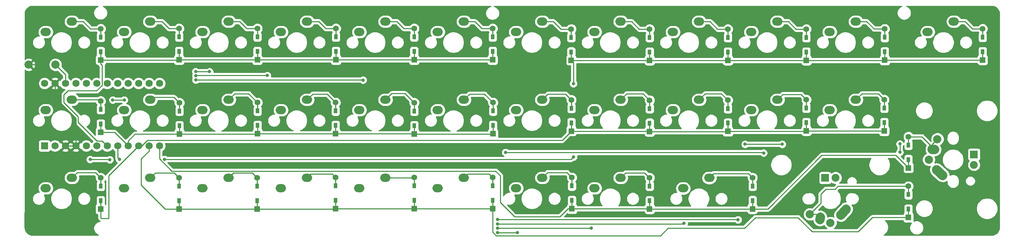
<source format=gbl>
G04 #@! TF.GenerationSoftware,KiCad,Pcbnew,(5.1.5-0-10_14)*
G04 #@! TF.CreationDate,2019-12-29T16:50:37+09:00*
G04 #@! TF.ProjectId,First_keyboard30,46697273-745f-46b6-9579-626f61726433,rev?*
G04 #@! TF.SameCoordinates,Original*
G04 #@! TF.FileFunction,Copper,L2,Bot*
G04 #@! TF.FilePolarity,Positive*
%FSLAX46Y46*%
G04 Gerber Fmt 4.6, Leading zero omitted, Abs format (unit mm)*
G04 Created by KiCad (PCBNEW (5.1.5-0-10_14)) date 2019-12-29 16:50:37*
%MOMM*%
%LPD*%
G04 APERTURE LIST*
%ADD10O,2.500000X2.000000*%
%ADD11R,0.950000X1.300000*%
%ADD12R,1.397000X1.397000*%
%ADD13C,1.397000*%
%ADD14C,2.000000*%
%ADD15C,2.250000*%
%ADD16C,2.250000*%
%ADD17C,1.905000*%
%ADD18R,1.905000X1.905000*%
%ADD19R,1.752600X1.752600*%
%ADD20C,1.752600*%
%ADD21C,0.800000*%
%ADD22C,0.250000*%
%ADD23C,0.254000*%
G04 APERTURE END LIST*
D10*
X33770000Y-128090000D03*
X40120000Y-125550000D03*
X116320000Y-87450000D03*
X109970000Y-89990000D03*
D11*
X123300000Y-109265000D03*
X123300000Y-112815000D03*
D12*
X123300000Y-114850000D03*
D13*
X123300000Y-107230000D03*
D11*
X180510000Y-91315000D03*
X180510000Y-94865000D03*
D12*
X180510000Y-96900000D03*
D13*
X180510000Y-89280000D03*
D10*
X248070000Y-89970000D03*
X254420000Y-87430000D03*
D11*
X47140000Y-91225000D03*
X47140000Y-94775000D03*
D12*
X47140000Y-96810000D03*
D13*
X47140000Y-89190000D03*
X66150000Y-89140000D03*
D12*
X66150000Y-96760000D03*
D11*
X66150000Y-94725000D03*
X66150000Y-91175000D03*
X85180000Y-91175000D03*
X85180000Y-94725000D03*
D12*
X85180000Y-96760000D03*
D13*
X85180000Y-89140000D03*
X104270000Y-89130000D03*
D12*
X104270000Y-96750000D03*
D11*
X104270000Y-94715000D03*
X104270000Y-91165000D03*
D13*
X123280000Y-89130000D03*
D12*
X123280000Y-96750000D03*
D11*
X123280000Y-94715000D03*
X123280000Y-91165000D03*
X142350000Y-91175000D03*
X142350000Y-94725000D03*
D12*
X142350000Y-96760000D03*
D13*
X142350000Y-89140000D03*
D11*
X161460000Y-91305000D03*
X161460000Y-94855000D03*
D12*
X161460000Y-96890000D03*
D13*
X161460000Y-89270000D03*
X199520000Y-89280000D03*
D12*
X199520000Y-96900000D03*
D11*
X199520000Y-94865000D03*
X199520000Y-91315000D03*
X218590000Y-91315000D03*
X218590000Y-94865000D03*
D12*
X218590000Y-96900000D03*
D13*
X218590000Y-89280000D03*
X237640000Y-89250000D03*
D12*
X237640000Y-96870000D03*
D11*
X237640000Y-94835000D03*
X237640000Y-91285000D03*
X261420000Y-91235000D03*
X261420000Y-94785000D03*
D12*
X261420000Y-96820000D03*
D13*
X261420000Y-89200000D03*
X47120000Y-106840000D03*
D12*
X47120000Y-114460000D03*
D11*
X47120000Y-112425000D03*
X47120000Y-108875000D03*
D13*
X66240000Y-107250000D03*
D12*
X66240000Y-114870000D03*
D11*
X66240000Y-112835000D03*
X66240000Y-109285000D03*
X85230000Y-109235000D03*
X85230000Y-112785000D03*
D12*
X85230000Y-114820000D03*
D13*
X85230000Y-107200000D03*
X104200000Y-107200000D03*
D12*
X104200000Y-114820000D03*
D11*
X104200000Y-112785000D03*
X104200000Y-109235000D03*
D13*
X142440000Y-107190000D03*
D12*
X142440000Y-114810000D03*
D11*
X142440000Y-112775000D03*
X142440000Y-109225000D03*
X161480000Y-108565000D03*
X161480000Y-112115000D03*
D12*
X161480000Y-114150000D03*
D13*
X161480000Y-106530000D03*
X180510000Y-106630000D03*
D12*
X180510000Y-114250000D03*
D11*
X180510000Y-112215000D03*
X180510000Y-108665000D03*
X199520000Y-108645000D03*
X199520000Y-112195000D03*
D12*
X199520000Y-114230000D03*
D13*
X199520000Y-106610000D03*
X218590000Y-106470000D03*
D12*
X218590000Y-114090000D03*
D11*
X218590000Y-112055000D03*
X218590000Y-108505000D03*
X237510000Y-108525000D03*
X237510000Y-112075000D03*
D12*
X237510000Y-114110000D03*
D13*
X237510000Y-106490000D03*
X47110000Y-125540000D03*
D12*
X47110000Y-133160000D03*
D11*
X47110000Y-131125000D03*
X47110000Y-127575000D03*
X66160000Y-127585000D03*
X66160000Y-131135000D03*
D12*
X66160000Y-133170000D03*
D13*
X66160000Y-125550000D03*
D11*
X85170000Y-127605000D03*
X85170000Y-131155000D03*
D12*
X85170000Y-133190000D03*
D13*
X85170000Y-125570000D03*
X104210000Y-125430000D03*
D12*
X104210000Y-133050000D03*
D11*
X104210000Y-131015000D03*
X104210000Y-127465000D03*
X123310000Y-127455000D03*
X123310000Y-131005000D03*
D12*
X123310000Y-133040000D03*
D13*
X123310000Y-125420000D03*
X142330000Y-125430000D03*
D12*
X142330000Y-133050000D03*
D11*
X142330000Y-131015000D03*
X142330000Y-127465000D03*
X243390000Y-129635000D03*
X243390000Y-133185000D03*
D12*
X243390000Y-135220000D03*
D13*
X243390000Y-127600000D03*
X161620000Y-125480000D03*
D12*
X161620000Y-133100000D03*
D11*
X161620000Y-131065000D03*
X161620000Y-127515000D03*
D13*
X180510000Y-125520000D03*
D12*
X180510000Y-133140000D03*
D11*
X180510000Y-131105000D03*
X180510000Y-127555000D03*
X205500000Y-127545000D03*
X205500000Y-131095000D03*
D12*
X205500000Y-133130000D03*
D13*
X205500000Y-125510000D03*
X243400000Y-115510000D03*
D12*
X243400000Y-123130000D03*
D11*
X243400000Y-121095000D03*
X243400000Y-117545000D03*
D14*
X36120000Y-97960000D03*
X29620000Y-97960000D03*
D10*
X33770000Y-89990000D03*
X40120000Y-87450000D03*
X59170000Y-87450000D03*
X52820000Y-89990000D03*
X71870000Y-89990000D03*
X78220000Y-87450000D03*
X90920000Y-89990000D03*
X97270000Y-87450000D03*
X135370000Y-87450000D03*
X129020000Y-89990000D03*
X154420000Y-87450000D03*
X148070000Y-89990000D03*
X167120000Y-89990000D03*
X173470000Y-87450000D03*
X186170000Y-89990000D03*
X192520000Y-87450000D03*
X211570000Y-87450000D03*
X205220000Y-89990000D03*
X230620000Y-87450000D03*
X224270000Y-89990000D03*
X40120000Y-106500000D03*
X33770000Y-109040000D03*
X59170000Y-106500000D03*
X52820000Y-109040000D03*
X71870000Y-109040000D03*
X78220000Y-106500000D03*
X90920000Y-109040000D03*
X97270000Y-106500000D03*
X109970000Y-109040000D03*
X116320000Y-106500000D03*
X135370000Y-106500000D03*
X129020000Y-109040000D03*
X154420000Y-106500000D03*
X148070000Y-109040000D03*
X173470000Y-106500000D03*
X167120000Y-109040000D03*
X192520000Y-106500000D03*
X186170000Y-109040000D03*
X205220000Y-109040000D03*
X211570000Y-106500000D03*
X224270000Y-109040000D03*
X230620000Y-106500000D03*
X59170000Y-125550000D03*
X52820000Y-128090000D03*
X71870000Y-128090000D03*
X78220000Y-125550000D03*
X90920000Y-128090000D03*
X97270000Y-125550000D03*
X109970000Y-128090000D03*
X116320000Y-125550000D03*
X129020000Y-128090000D03*
X135370000Y-125550000D03*
D15*
X221940000Y-135130000D02*
X221900458Y-135710032D01*
D16*
X221900000Y-135710000D03*
D15*
X228250000Y-133170000D02*
X226940010Y-134630008D01*
D16*
X226940000Y-134630000D03*
D14*
X219440000Y-134430000D03*
X224440000Y-136530000D03*
D17*
X225710000Y-125550000D03*
D18*
X223170000Y-125550000D03*
D10*
X154420000Y-125550000D03*
X148070000Y-128090000D03*
X173470000Y-125550000D03*
X167120000Y-128090000D03*
X194990000Y-125560000D03*
X188640000Y-128100000D03*
D18*
X259320000Y-119840000D03*
D17*
X259320000Y-122380000D03*
D14*
X248340000Y-121110000D03*
X250440000Y-116110000D03*
D16*
X250240000Y-123610000D03*
D15*
X251700000Y-124920000D02*
X250239992Y-123610010D01*
D16*
X249160000Y-118570000D03*
D15*
X249740000Y-118610000D02*
X249159968Y-118570458D01*
D19*
X33460000Y-117760000D03*
D20*
X36000000Y-117760000D03*
X38540000Y-117760000D03*
X41080000Y-117760000D03*
X43620000Y-117760000D03*
X46160000Y-117760000D03*
X48700000Y-117760000D03*
X51240000Y-117760000D03*
X53780000Y-117760000D03*
X56320000Y-117760000D03*
X58860000Y-117760000D03*
X61400000Y-102520000D03*
X58860000Y-102520000D03*
X56320000Y-102520000D03*
X53780000Y-102520000D03*
X51240000Y-102520000D03*
X48700000Y-102520000D03*
X46160000Y-102520000D03*
X43620000Y-102520000D03*
X41080000Y-102520000D03*
X38540000Y-102520000D03*
X36000000Y-102520000D03*
X61400000Y-117760000D03*
X33460000Y-102520000D03*
D21*
X162009520Y-120449680D03*
X161984120Y-102568080D03*
X51651600Y-121069440D03*
X62634560Y-121044040D03*
X143558960Y-138930720D03*
X148339240Y-138940880D03*
X143564040Y-137833440D03*
X166302120Y-137843600D03*
X188877640Y-136624400D03*
X143579280Y-136781880D03*
X73571800Y-99652160D03*
X70206752Y-99629478D03*
X203690920Y-117361040D03*
X212713000Y-117350880D03*
X201994200Y-135776040D03*
X143584360Y-135735400D03*
X70219000Y-100632600D03*
X87607840Y-100586880D03*
X241303240Y-119306680D03*
X241303240Y-117269600D03*
X208196880Y-119489560D03*
X145479200Y-119347320D03*
X44539600Y-121064360D03*
X49304640Y-121115160D03*
X50031080Y-106560960D03*
X52835240Y-106555880D03*
X70244400Y-101679080D03*
X110864080Y-101704480D03*
D22*
X47140000Y-94775000D02*
X47140000Y-96810000D01*
X47823701Y-116883701D02*
X48700000Y-117760000D01*
X47498699Y-116558699D02*
X47823701Y-116883701D01*
X41598280Y-110614800D02*
X41598280Y-111985282D01*
X46171697Y-116558699D02*
X47498699Y-116558699D01*
X47460600Y-102997326D02*
X46137246Y-104320680D01*
X38184520Y-107201040D02*
X41598280Y-110614800D01*
X41598280Y-111985282D02*
X46171697Y-116558699D01*
X38184520Y-105301120D02*
X38184520Y-107201040D01*
X46137246Y-104320680D02*
X39164960Y-104320680D01*
X47140000Y-97797828D02*
X47460600Y-98118428D01*
X47140000Y-96810000D02*
X47140000Y-97797828D01*
X47460600Y-98118428D02*
X47460600Y-102997326D01*
X39164960Y-104320680D02*
X38184520Y-105301120D01*
X66100000Y-96810000D02*
X66150000Y-96760000D01*
X47140000Y-96810000D02*
X66100000Y-96810000D01*
X66150000Y-96760000D02*
X66150000Y-94725000D01*
X66150000Y-96760000D02*
X85180000Y-96760000D01*
X85180000Y-96760000D02*
X85180000Y-94725000D01*
X104260000Y-96760000D02*
X104270000Y-96750000D01*
X85180000Y-96760000D02*
X104260000Y-96760000D01*
X104270000Y-94715000D02*
X104270000Y-96750000D01*
X104270000Y-96750000D02*
X123280000Y-96750000D01*
X123280000Y-96750000D02*
X123280000Y-94715000D01*
X142340000Y-96750000D02*
X142350000Y-96760000D01*
X123280000Y-96750000D02*
X142340000Y-96750000D01*
X142350000Y-96760000D02*
X142350000Y-94725000D01*
X51240000Y-120657840D02*
X51651600Y-121069440D01*
X51240000Y-117760000D02*
X51240000Y-120657840D01*
X161415160Y-121044040D02*
X162009520Y-120449680D01*
X62634560Y-121044040D02*
X161415160Y-121044040D01*
X161984120Y-97414120D02*
X161460000Y-96890000D01*
X161984120Y-102568080D02*
X161984120Y-97414120D01*
X161460000Y-96890000D02*
X161460000Y-94855000D01*
X261420000Y-94785000D02*
X261420000Y-96820000D01*
X261370000Y-96870000D02*
X261420000Y-96820000D01*
X237640000Y-96870000D02*
X261370000Y-96870000D01*
X237610000Y-96900000D02*
X237640000Y-96870000D01*
X218590000Y-96900000D02*
X237610000Y-96900000D01*
X180500000Y-96890000D02*
X180510000Y-96900000D01*
X161460000Y-96890000D02*
X180500000Y-96890000D01*
X180510000Y-96900000D02*
X199520000Y-96900000D01*
X199520000Y-96900000D02*
X218590000Y-96900000D01*
X237640000Y-94835000D02*
X237640000Y-96870000D01*
X180510000Y-94865000D02*
X180510000Y-96900000D01*
X199520000Y-94865000D02*
X199520000Y-96900000D01*
X218590000Y-94865000D02*
X218590000Y-96900000D01*
X47120000Y-112425000D02*
X47120000Y-114460000D01*
X50480000Y-114460000D02*
X53780000Y-117760000D01*
X47120000Y-114460000D02*
X50480000Y-114460000D01*
X65252172Y-114870000D02*
X66240000Y-114870000D01*
X55430725Y-114870000D02*
X65252172Y-114870000D01*
X53780000Y-116520725D02*
X55430725Y-114870000D01*
X53780000Y-117760000D02*
X53780000Y-116520725D01*
X66240000Y-114870000D02*
X66240000Y-112835000D01*
X85180000Y-114870000D02*
X85230000Y-114820000D01*
X66240000Y-114870000D02*
X85180000Y-114870000D01*
X85230000Y-114820000D02*
X85230000Y-112785000D01*
X85230000Y-114820000D02*
X104200000Y-114820000D01*
X104200000Y-112785000D02*
X104200000Y-114820000D01*
X123270000Y-114820000D02*
X123300000Y-114850000D01*
X104200000Y-114820000D02*
X123270000Y-114820000D01*
X123300000Y-114850000D02*
X123300000Y-112815000D01*
X142400000Y-114850000D02*
X142440000Y-114810000D01*
X123300000Y-114850000D02*
X142400000Y-114850000D01*
X142440000Y-114810000D02*
X142440000Y-112775000D01*
X56320000Y-117760000D02*
X49030320Y-125049680D01*
X49030320Y-125049680D02*
X49030320Y-135425520D01*
X49030320Y-135425520D02*
X47226920Y-135425520D01*
X47110000Y-135308600D02*
X47110000Y-133160000D01*
X47226920Y-135425520D02*
X47110000Y-135308600D01*
X47110000Y-133160000D02*
X47110000Y-131125000D01*
X57082074Y-117760000D02*
X58476714Y-116365360D01*
X56320000Y-117760000D02*
X57082074Y-117760000D01*
X159264640Y-116365360D02*
X161480000Y-114150000D01*
X58476714Y-116365360D02*
X159264640Y-116365360D01*
X180410000Y-114150000D02*
X180510000Y-114250000D01*
X161480000Y-114150000D02*
X180410000Y-114150000D01*
X199500000Y-114250000D02*
X199520000Y-114230000D01*
X180510000Y-114250000D02*
X199500000Y-114250000D01*
X218450000Y-114230000D02*
X218590000Y-114090000D01*
X199520000Y-114230000D02*
X218450000Y-114230000D01*
X237490000Y-114090000D02*
X237510000Y-114110000D01*
X218590000Y-114090000D02*
X237490000Y-114090000D01*
X237510000Y-112075000D02*
X237510000Y-114110000D01*
X218590000Y-112055000D02*
X218590000Y-114090000D01*
X199520000Y-112195000D02*
X199520000Y-114230000D01*
X180510000Y-112215000D02*
X180510000Y-114250000D01*
X161480000Y-112115000D02*
X161480000Y-114150000D01*
X66160000Y-131135000D02*
X66160000Y-133170000D01*
X85150000Y-133170000D02*
X85170000Y-133190000D01*
X66160000Y-133170000D02*
X85150000Y-133170000D01*
X104070000Y-133190000D02*
X104210000Y-133050000D01*
X85170000Y-133190000D02*
X104070000Y-133190000D01*
X123300000Y-133050000D02*
X123310000Y-133040000D01*
X104210000Y-133050000D02*
X123300000Y-133050000D01*
X142320000Y-133040000D02*
X142330000Y-133050000D01*
X123310000Y-133040000D02*
X142320000Y-133040000D01*
X243390000Y-135220000D02*
X243390000Y-133185000D01*
X65172172Y-133170000D02*
X66160000Y-133170000D01*
X62782998Y-133170000D02*
X65172172Y-133170000D01*
X58860000Y-117760000D02*
X58860000Y-118999275D01*
X56950040Y-127337042D02*
X62782998Y-133170000D01*
X56950040Y-120909235D02*
X56950040Y-127337042D01*
X58860000Y-118999275D02*
X56950040Y-120909235D01*
X85170000Y-133190000D02*
X85170000Y-131155000D01*
X104210000Y-133050000D02*
X104210000Y-131015000D01*
X123310000Y-133040000D02*
X123310000Y-131005000D01*
X142330000Y-131015000D02*
X142330000Y-133050000D01*
X242402172Y-135220000D02*
X243390000Y-135220000D01*
X143221119Y-139665881D02*
X183169159Y-139665881D01*
X184986360Y-137848680D02*
X203579160Y-137848680D01*
X206177840Y-135250000D02*
X216571000Y-135250000D01*
X142330000Y-133050000D02*
X142330000Y-138774762D01*
X234635520Y-135220000D02*
X242402172Y-135220000D01*
X183169159Y-139665881D02*
X184986360Y-137848680D01*
X216571000Y-135250000D02*
X219992640Y-138671640D01*
X203579160Y-137848680D02*
X206177840Y-135250000D01*
X219992640Y-138671640D02*
X231183880Y-138671640D01*
X142330000Y-138774762D02*
X143221119Y-139665881D01*
X231183880Y-138671640D02*
X234635520Y-135220000D01*
X158723212Y-135008960D02*
X160632172Y-133100000D01*
X160632172Y-133100000D02*
X161620000Y-133100000D01*
X144206230Y-131536350D02*
X147678840Y-135008960D01*
X143073390Y-123901110D02*
X144206230Y-125033950D01*
X64418628Y-123901110D02*
X143073390Y-123901110D01*
X147678840Y-135008960D02*
X158723212Y-135008960D01*
X144206230Y-125033950D02*
X144206230Y-131536350D01*
X61400000Y-120882482D02*
X64418628Y-123901110D01*
X61400000Y-117760000D02*
X61400000Y-120882482D01*
X180470000Y-133100000D02*
X180510000Y-133140000D01*
X161620000Y-133100000D02*
X180470000Y-133100000D01*
X205490000Y-133140000D02*
X205500000Y-133130000D01*
X180510000Y-133140000D02*
X205490000Y-133140000D01*
X240326099Y-120056099D02*
X242701501Y-122431501D01*
X242701501Y-122431501D02*
X243400000Y-123130000D01*
X222331861Y-120056099D02*
X240326099Y-120056099D01*
X209257960Y-133130000D02*
X222331861Y-120056099D01*
X205500000Y-133130000D02*
X209257960Y-133130000D01*
X243400000Y-123130000D02*
X243400000Y-121095000D01*
X161620000Y-131065000D02*
X161620000Y-133100000D01*
X180510000Y-133140000D02*
X180510000Y-131105000D01*
X205500000Y-131095000D02*
X205500000Y-133130000D01*
X38540000Y-100380000D02*
X36120000Y-97960000D01*
X38540000Y-102520000D02*
X38540000Y-100380000D01*
X41080000Y-111026160D02*
X41080000Y-116520725D01*
X36000000Y-105946160D02*
X41080000Y-111026160D01*
X41080000Y-116520725D02*
X41080000Y-117760000D01*
X36000000Y-102520000D02*
X36000000Y-105946160D01*
X39840725Y-117760000D02*
X38540000Y-117760000D01*
X41080000Y-117760000D02*
X39840725Y-117760000D01*
X31440000Y-97960000D02*
X29620000Y-97960000D01*
X36000000Y-102520000D02*
X31440000Y-97960000D01*
X148329080Y-138930720D02*
X148339240Y-138940880D01*
X143558960Y-138930720D02*
X148329080Y-138930720D01*
X166291960Y-137833440D02*
X166302120Y-137843600D01*
X143564040Y-137833440D02*
X166291960Y-137833440D01*
X188720160Y-136781880D02*
X188877640Y-136624400D01*
X143579280Y-136781880D02*
X188720160Y-136781880D01*
X73571800Y-99652160D02*
X70229434Y-99652160D01*
X70229434Y-99652160D02*
X70206752Y-99629478D01*
X201953560Y-135735400D02*
X201994200Y-135776040D01*
X143584360Y-135735400D02*
X201953560Y-135735400D01*
X70264720Y-100586880D02*
X70219000Y-100632600D01*
X87607840Y-100586880D02*
X70264720Y-100586880D01*
X203701080Y-117350880D02*
X203690920Y-117361040D01*
X212713000Y-117350880D02*
X203701080Y-117350880D01*
X110838680Y-101679080D02*
X110864080Y-101704480D01*
X70244400Y-101679080D02*
X110838680Y-101679080D01*
X50036160Y-106555880D02*
X50031080Y-106560960D01*
X52835240Y-106555880D02*
X50036160Y-106555880D01*
X49253840Y-121064360D02*
X49304640Y-121115160D01*
X44539600Y-121064360D02*
X49253840Y-121064360D01*
X208054640Y-119347320D02*
X208196880Y-119489560D01*
X145479200Y-119347320D02*
X208054640Y-119347320D01*
X241303240Y-117269600D02*
X241303240Y-119306680D01*
X42878440Y-87450000D02*
X40120000Y-87450000D01*
X44618440Y-89190000D02*
X42878440Y-87450000D01*
X47140000Y-89190000D02*
X44618440Y-89190000D01*
X47140000Y-89190000D02*
X47140000Y-91225000D01*
X66150000Y-91175000D02*
X66150000Y-89140000D01*
X62024960Y-87450000D02*
X59170000Y-87450000D01*
X63714960Y-89140000D02*
X62024960Y-87450000D01*
X66150000Y-89140000D02*
X63714960Y-89140000D01*
X85180000Y-91175000D02*
X85180000Y-89140000D01*
X80871760Y-87450000D02*
X79720000Y-87450000D01*
X79720000Y-87450000D02*
X78220000Y-87450000D01*
X82561760Y-89140000D02*
X80871760Y-87450000D01*
X85180000Y-89140000D02*
X82561760Y-89140000D01*
X104270000Y-91165000D02*
X104270000Y-89130000D01*
X98770000Y-87450000D02*
X97270000Y-87450000D01*
X100099560Y-87450000D02*
X98770000Y-87450000D01*
X101779560Y-89130000D02*
X100099560Y-87450000D01*
X104270000Y-89130000D02*
X101779560Y-89130000D01*
X123280000Y-91165000D02*
X123280000Y-89130000D01*
X117820000Y-87450000D02*
X116320000Y-87450000D01*
X119108920Y-87450000D02*
X117820000Y-87450000D01*
X120788920Y-89130000D02*
X119108920Y-87450000D01*
X123280000Y-89130000D02*
X120788920Y-89130000D01*
X142350000Y-91175000D02*
X142350000Y-89140000D01*
X136870000Y-87450000D02*
X135370000Y-87450000D01*
X138042080Y-87450000D02*
X136870000Y-87450000D01*
X139732080Y-89140000D02*
X138042080Y-87450000D01*
X142350000Y-89140000D02*
X139732080Y-89140000D01*
X161460000Y-91305000D02*
X161460000Y-89270000D01*
X158927320Y-89270000D02*
X161460000Y-89270000D01*
X157107320Y-87450000D02*
X158927320Y-89270000D01*
X154420000Y-87450000D02*
X157107320Y-87450000D01*
X176126840Y-87450000D02*
X177956840Y-89280000D01*
X177956840Y-89280000D02*
X180510000Y-89280000D01*
X173470000Y-87450000D02*
X176126840Y-87450000D01*
X180510000Y-89280000D02*
X180510000Y-91315000D01*
X197017000Y-89280000D02*
X199520000Y-89280000D01*
X195187000Y-87450000D02*
X197017000Y-89280000D01*
X192520000Y-87450000D02*
X195187000Y-87450000D01*
X199520000Y-89280000D02*
X199520000Y-91315000D01*
X216051760Y-89280000D02*
X218590000Y-89280000D01*
X214221760Y-87450000D02*
X216051760Y-89280000D01*
X211570000Y-87450000D02*
X214221760Y-87450000D01*
X218590000Y-89280000D02*
X218590000Y-91315000D01*
X235046360Y-89250000D02*
X237640000Y-89250000D01*
X233246360Y-87450000D02*
X235046360Y-89250000D01*
X230620000Y-87450000D02*
X233246360Y-87450000D01*
X237640000Y-89250000D02*
X237640000Y-91285000D01*
X257163320Y-87430000D02*
X258933320Y-89200000D01*
X258933320Y-89200000D02*
X261420000Y-89200000D01*
X254420000Y-87430000D02*
X257163320Y-87430000D01*
X261420000Y-89200000D02*
X261420000Y-91235000D01*
X46780000Y-106500000D02*
X47120000Y-106840000D01*
X40120000Y-106500000D02*
X46780000Y-106500000D01*
X47120000Y-108875000D02*
X47120000Y-106840000D01*
X66240000Y-109285000D02*
X66240000Y-107250000D01*
X59774520Y-105895480D02*
X59170000Y-106500000D01*
X64885480Y-105895480D02*
X59774520Y-105895480D01*
X66240000Y-107250000D02*
X64885480Y-105895480D01*
X85230000Y-109235000D02*
X85230000Y-107200000D01*
X79693200Y-105026800D02*
X78220000Y-106500000D01*
X83056800Y-105026800D02*
X79693200Y-105026800D01*
X85230000Y-107200000D02*
X83056800Y-105026800D01*
X98656840Y-105113160D02*
X97270000Y-106500000D01*
X102113160Y-105113160D02*
X98656840Y-105113160D01*
X104200000Y-107200000D02*
X102113160Y-105113160D01*
X104200000Y-107200000D02*
X104200000Y-109235000D01*
X123300000Y-109265000D02*
X123300000Y-107230000D01*
X117828760Y-104991240D02*
X116320000Y-106500000D01*
X121061240Y-104991240D02*
X117828760Y-104991240D01*
X123300000Y-107230000D02*
X121061240Y-104991240D01*
X142440000Y-109225000D02*
X142440000Y-107190000D01*
X140368240Y-105118240D02*
X142440000Y-107190000D01*
X136751760Y-105118240D02*
X140368240Y-105118240D01*
X135370000Y-106500000D02*
X136751760Y-105118240D01*
X160088560Y-105138560D02*
X161480000Y-106530000D01*
X155781440Y-105138560D02*
X160088560Y-105138560D01*
X154420000Y-106500000D02*
X155781440Y-105138560D01*
X161480000Y-106530000D02*
X161480000Y-108565000D01*
X180510000Y-106630000D02*
X180510000Y-108665000D01*
X178911880Y-105031880D02*
X180510000Y-106630000D01*
X174938120Y-105031880D02*
X178911880Y-105031880D01*
X173470000Y-106500000D02*
X174938120Y-105031880D01*
X199520000Y-108645000D02*
X199520000Y-106610000D01*
X197946960Y-105036960D02*
X199520000Y-106610000D01*
X193983040Y-105036960D02*
X197946960Y-105036960D01*
X192520000Y-106500000D02*
X193983040Y-105036960D01*
X217319520Y-105199520D02*
X218590000Y-106470000D01*
X212870480Y-105199520D02*
X217319520Y-105199520D01*
X211570000Y-106500000D02*
X212870480Y-105199520D01*
X218590000Y-106470000D02*
X218590000Y-108505000D01*
X237510000Y-106490000D02*
X237510000Y-108525000D01*
X236051880Y-105031880D02*
X237510000Y-106490000D01*
X232088120Y-105031880D02*
X236051880Y-105031880D01*
X230620000Y-106500000D02*
X232088120Y-105031880D01*
X47110000Y-127575000D02*
X47110000Y-125540000D01*
X45829680Y-124259680D02*
X47110000Y-125540000D01*
X41410320Y-124259680D02*
X45829680Y-124259680D01*
X40120000Y-125550000D02*
X41410320Y-124259680D01*
X64961120Y-124351120D02*
X66160000Y-125550000D01*
X60368880Y-124351120D02*
X64961120Y-124351120D01*
X59170000Y-125550000D02*
X60368880Y-124351120D01*
X66160000Y-127585000D02*
X66160000Y-125550000D01*
X83970000Y-124370000D02*
X85170000Y-125570000D01*
X78220000Y-125550000D02*
X79400000Y-124370000D01*
X79400000Y-124370000D02*
X83970000Y-124370000D01*
X85170000Y-125570000D02*
X85170000Y-127610000D01*
X103390000Y-124610000D02*
X104210000Y-125430000D01*
X97270000Y-125550000D02*
X98210000Y-124610000D01*
X98210000Y-124610000D02*
X103390000Y-124610000D01*
X104210000Y-125430000D02*
X104210000Y-127465000D01*
X123180000Y-125550000D02*
X123310000Y-125420000D01*
X116320000Y-125550000D02*
X123180000Y-125550000D01*
X123310000Y-125420000D02*
X123310000Y-127455000D01*
X141500000Y-124600000D02*
X142330000Y-125430000D01*
X135370000Y-125550000D02*
X136320000Y-124600000D01*
X136320000Y-124600000D02*
X141500000Y-124600000D01*
X142330000Y-127465000D02*
X142330000Y-125430000D01*
X225553073Y-128311099D02*
X225555987Y-128314013D01*
X223326927Y-128311099D02*
X225553073Y-128311099D01*
X225555987Y-128314013D02*
X226270000Y-127600000D01*
X222121099Y-129516927D02*
X223326927Y-128311099D01*
X222121099Y-131743073D02*
X222121099Y-129516927D01*
X226270000Y-127600000D02*
X243390000Y-127600000D01*
X222124013Y-131745987D02*
X222121099Y-131743073D01*
X219440000Y-134430000D02*
X222124013Y-131745987D01*
X221240000Y-134430000D02*
X219440000Y-134430000D01*
X221940000Y-135130000D02*
X221240000Y-134430000D01*
X243390000Y-127600000D02*
X243390000Y-129635000D01*
X160390000Y-124250000D02*
X161620000Y-125480000D01*
X154420000Y-125550000D02*
X155720000Y-124250000D01*
X155720000Y-124250000D02*
X160390000Y-124250000D01*
X161620000Y-127515000D02*
X161620000Y-125480000D01*
X180510000Y-127555000D02*
X180510000Y-125520000D01*
X174690000Y-124330000D02*
X173470000Y-125550000D01*
X180510000Y-125520000D02*
X179320000Y-124330000D01*
X179320000Y-124330000D02*
X174690000Y-124330000D01*
X204490000Y-124500000D02*
X205500000Y-125510000D01*
X194990000Y-125560000D02*
X196050000Y-124500000D01*
X196050000Y-124500000D02*
X204490000Y-124500000D01*
X205500000Y-127545000D02*
X205500000Y-125510000D01*
X249160000Y-117390000D02*
X249160000Y-118570000D01*
X250440000Y-116110000D02*
X249160000Y-117390000D01*
X246640000Y-115510000D02*
X243400000Y-115510000D01*
X249740000Y-118610000D02*
X246640000Y-115510000D01*
X243400000Y-115510000D02*
X243400000Y-117545000D01*
D23*
G36*
X263969422Y-83717927D02*
G01*
X264319632Y-83825283D01*
X264642319Y-83998616D01*
X264925193Y-84231325D01*
X265157480Y-84514547D01*
X265330332Y-84837494D01*
X265437164Y-85187860D01*
X265477083Y-85583800D01*
X265482158Y-137609066D01*
X265441713Y-138004298D01*
X265334357Y-138354509D01*
X265161023Y-138677198D01*
X264928312Y-138960072D01*
X264645093Y-139192357D01*
X264322148Y-139365208D01*
X263971780Y-139472040D01*
X263575871Y-139511957D01*
X237426710Y-139510882D01*
X237754282Y-139292004D01*
X238055004Y-138991282D01*
X238291281Y-138637670D01*
X238454030Y-138244757D01*
X238537000Y-137827643D01*
X238537000Y-137402357D01*
X238454030Y-136985243D01*
X238291281Y-136592330D01*
X238055004Y-136238718D01*
X237796286Y-135980000D01*
X242059485Y-135980000D01*
X242065688Y-136042982D01*
X242101998Y-136162680D01*
X242160963Y-136272994D01*
X242240315Y-136369685D01*
X242337006Y-136449037D01*
X242447320Y-136508002D01*
X242567018Y-136544312D01*
X242691500Y-136556572D01*
X244079767Y-136556572D01*
X244032337Y-136604002D01*
X243842463Y-136888169D01*
X243711675Y-137203919D01*
X243645000Y-137539117D01*
X243645000Y-137880883D01*
X243711675Y-138216081D01*
X243842463Y-138531831D01*
X244032337Y-138815998D01*
X244274002Y-139057663D01*
X244558169Y-139247537D01*
X244873919Y-139378325D01*
X245209117Y-139445000D01*
X245550883Y-139445000D01*
X245886081Y-139378325D01*
X246201831Y-139247537D01*
X246485998Y-139057663D01*
X246727663Y-138815998D01*
X246917537Y-138531831D01*
X247048325Y-138216081D01*
X247115000Y-137880883D01*
X247115000Y-137539117D01*
X247048325Y-137203919D01*
X246917537Y-136888169D01*
X246727663Y-136604002D01*
X246485998Y-136362337D01*
X246201831Y-136172463D01*
X245886081Y-136041675D01*
X245550883Y-135975000D01*
X245209117Y-135975000D01*
X244873919Y-136041675D01*
X244691829Y-136117099D01*
X244714312Y-136042982D01*
X244726572Y-135918500D01*
X244726572Y-134521500D01*
X244714312Y-134397018D01*
X244678002Y-134277320D01*
X244619037Y-134167006D01*
X244539685Y-134070315D01*
X244473634Y-134016109D01*
X244490812Y-133959482D01*
X244503072Y-133835000D01*
X244503072Y-132835357D01*
X245096000Y-132835357D01*
X245096000Y-133260643D01*
X245178970Y-133677757D01*
X245341719Y-134070670D01*
X245577996Y-134424282D01*
X245878718Y-134725004D01*
X246232330Y-134961281D01*
X246625243Y-135124030D01*
X247042357Y-135207000D01*
X247467643Y-135207000D01*
X247884757Y-135124030D01*
X248277670Y-134961281D01*
X248631282Y-134725004D01*
X248932004Y-134424282D01*
X249168281Y-134070670D01*
X249331030Y-133677757D01*
X249414000Y-133260643D01*
X249414000Y-132835357D01*
X249404795Y-132789076D01*
X259866100Y-132789076D01*
X259866100Y-133306924D01*
X259967127Y-133814822D01*
X260165299Y-134293251D01*
X260453000Y-134723826D01*
X260819174Y-135090000D01*
X261249749Y-135377701D01*
X261728178Y-135575873D01*
X262236076Y-135676900D01*
X262753924Y-135676900D01*
X263261822Y-135575873D01*
X263740251Y-135377701D01*
X264170826Y-135090000D01*
X264537000Y-134723826D01*
X264824701Y-134293251D01*
X265022873Y-133814822D01*
X265123900Y-133306924D01*
X265123900Y-132789076D01*
X265022873Y-132281178D01*
X264824701Y-131802749D01*
X264537000Y-131372174D01*
X264170826Y-131006000D01*
X263740251Y-130718299D01*
X263261822Y-130520127D01*
X262753924Y-130419100D01*
X262236076Y-130419100D01*
X261728178Y-130520127D01*
X261249749Y-130718299D01*
X260819174Y-131006000D01*
X260453000Y-131372174D01*
X260165299Y-131802749D01*
X259967127Y-132281178D01*
X259866100Y-132789076D01*
X249404795Y-132789076D01*
X249331030Y-132418243D01*
X249168281Y-132025330D01*
X248932004Y-131671718D01*
X248631282Y-131370996D01*
X248277670Y-131134719D01*
X247884757Y-130971970D01*
X247467643Y-130889000D01*
X247042357Y-130889000D01*
X246625243Y-130971970D01*
X246232330Y-131134719D01*
X245878718Y-131370996D01*
X245577996Y-131671718D01*
X245341719Y-132025330D01*
X245178970Y-132418243D01*
X245096000Y-132835357D01*
X244503072Y-132835357D01*
X244503072Y-132535000D01*
X244490812Y-132410518D01*
X244454502Y-132290820D01*
X244395537Y-132180506D01*
X244316185Y-132083815D01*
X244219494Y-132004463D01*
X244109180Y-131945498D01*
X243989482Y-131909188D01*
X243865000Y-131896928D01*
X242915000Y-131896928D01*
X242790518Y-131909188D01*
X242670820Y-131945498D01*
X242560506Y-132004463D01*
X242463815Y-132083815D01*
X242384463Y-132180506D01*
X242325498Y-132290820D01*
X242289188Y-132410518D01*
X242276928Y-132535000D01*
X242276928Y-133835000D01*
X242289188Y-133959482D01*
X242306366Y-134016109D01*
X242240315Y-134070315D01*
X242160963Y-134167006D01*
X242101998Y-134277320D01*
X242065688Y-134397018D01*
X242059485Y-134460000D01*
X234672842Y-134460000D01*
X234635519Y-134456324D01*
X234598196Y-134460000D01*
X234598187Y-134460000D01*
X234486534Y-134470997D01*
X234369257Y-134506572D01*
X234343273Y-134514454D01*
X234211243Y-134585026D01*
X234169851Y-134618996D01*
X234095519Y-134679999D01*
X234071721Y-134708997D01*
X230869079Y-137911640D01*
X225315152Y-137911640D01*
X225482252Y-137799987D01*
X225709987Y-137572252D01*
X225888918Y-137304463D01*
X226012168Y-137006912D01*
X226075000Y-136691033D01*
X226075000Y-136368967D01*
X226030589Y-136145698D01*
X226038435Y-136151456D01*
X226073839Y-136167984D01*
X226106327Y-136189692D01*
X226230614Y-136241173D01*
X226352578Y-136298111D01*
X226390548Y-136307420D01*
X226426627Y-136322364D01*
X226558509Y-136348597D01*
X226689297Y-136380661D01*
X226728367Y-136382384D01*
X226766655Y-136390000D01*
X226901067Y-136390000D01*
X227035649Y-136395935D01*
X227074321Y-136390000D01*
X227113345Y-136390000D01*
X227245141Y-136363784D01*
X227378326Y-136343344D01*
X227415104Y-136329976D01*
X227453373Y-136322364D01*
X227577492Y-136270952D01*
X227704160Y-136224912D01*
X227737632Y-136204621D01*
X227773673Y-136189692D01*
X227885368Y-136115060D01*
X228000627Y-136045187D01*
X228029499Y-136018754D01*
X228061935Y-135997081D01*
X228156904Y-135902112D01*
X228192262Y-135869741D01*
X228218345Y-135840671D01*
X228307081Y-135751935D01*
X228333677Y-135712132D01*
X229617724Y-134281038D01*
X229771448Y-134071575D01*
X229918103Y-133757433D01*
X230000653Y-133420714D01*
X230015927Y-133074361D01*
X229963336Y-132731684D01*
X229844904Y-132405850D01*
X229682124Y-132137334D01*
X229794404Y-132115000D01*
X230086260Y-132115000D01*
X230373158Y-132057932D01*
X230643411Y-131945990D01*
X230886632Y-131783475D01*
X231093475Y-131576632D01*
X231255990Y-131333411D01*
X231367932Y-131063158D01*
X231425000Y-130776260D01*
X231425000Y-130483740D01*
X231367932Y-130196842D01*
X231255990Y-129926589D01*
X231093475Y-129683368D01*
X230886632Y-129476525D01*
X230643411Y-129314010D01*
X230373158Y-129202068D01*
X230086260Y-129145000D01*
X229794404Y-129145000D01*
X229668722Y-129120000D01*
X229371278Y-129120000D01*
X229079549Y-129178029D01*
X228804747Y-129291856D01*
X228557431Y-129457107D01*
X228347107Y-129667431D01*
X228181856Y-129914747D01*
X228068029Y-130189549D01*
X228010000Y-130481278D01*
X228010000Y-130778722D01*
X228068029Y-131070451D01*
X228181856Y-131345253D01*
X228223186Y-131407108D01*
X228154360Y-131404073D01*
X227811683Y-131456664D01*
X227485849Y-131575096D01*
X227189382Y-131754820D01*
X226997747Y-131930267D01*
X225661991Y-133418993D01*
X225572919Y-133508065D01*
X225497977Y-133620223D01*
X225418562Y-133728433D01*
X225402073Y-133763754D01*
X225380308Y-133796327D01*
X225328693Y-133920938D01*
X225271907Y-134042576D01*
X225262623Y-134080445D01*
X225247636Y-134116627D01*
X225221328Y-134248888D01*
X225189357Y-134379295D01*
X225187639Y-134418251D01*
X225180000Y-134456655D01*
X225180000Y-134591474D01*
X225174083Y-134725647D01*
X225180000Y-134764202D01*
X225180000Y-134803345D01*
X225206296Y-134935544D01*
X225226674Y-135068324D01*
X225236716Y-135095951D01*
X225214463Y-135081082D01*
X224916912Y-134957832D01*
X224601033Y-134895000D01*
X224278967Y-134895000D01*
X223963088Y-134957832D01*
X223698907Y-135067260D01*
X223693982Y-134903753D01*
X223616142Y-134565915D01*
X223473887Y-134249755D01*
X223272686Y-133967421D01*
X223020271Y-133729766D01*
X222726341Y-133545920D01*
X222402193Y-133422951D01*
X222060284Y-133365581D01*
X221713752Y-133376018D01*
X221525381Y-133419421D01*
X222518488Y-132426314D01*
X222764174Y-132672000D01*
X223194749Y-132959701D01*
X223673178Y-133157873D01*
X224181076Y-133258900D01*
X224698924Y-133258900D01*
X225206822Y-133157873D01*
X225685251Y-132959701D01*
X226115826Y-132672000D01*
X226482000Y-132305826D01*
X226769701Y-131875251D01*
X226967873Y-131396822D01*
X227068900Y-130888924D01*
X227068900Y-130371076D01*
X226967873Y-129863178D01*
X226769701Y-129384749D01*
X226482000Y-128954174D01*
X226236314Y-128708488D01*
X226584802Y-128360000D01*
X242294029Y-128360000D01*
X242354203Y-128450057D01*
X242452161Y-128548015D01*
X242384463Y-128630506D01*
X242325498Y-128740820D01*
X242289188Y-128860518D01*
X242276928Y-128985000D01*
X242276928Y-130285000D01*
X242289188Y-130409482D01*
X242325498Y-130529180D01*
X242384463Y-130639494D01*
X242463815Y-130736185D01*
X242560506Y-130815537D01*
X242670820Y-130874502D01*
X242790518Y-130910812D01*
X242915000Y-130923072D01*
X243865000Y-130923072D01*
X243989482Y-130910812D01*
X244109180Y-130874502D01*
X244219494Y-130815537D01*
X244316185Y-130736185D01*
X244395537Y-130639494D01*
X244454502Y-130529180D01*
X244490812Y-130409482D01*
X244503072Y-130285000D01*
X244503072Y-128985000D01*
X244490812Y-128860518D01*
X244454502Y-128740820D01*
X244395537Y-128630506D01*
X244327839Y-128548015D01*
X244425797Y-128450057D01*
X244571732Y-128231649D01*
X244672254Y-127988968D01*
X244723500Y-127731338D01*
X244723500Y-127468662D01*
X244672254Y-127211032D01*
X244571732Y-126968351D01*
X244425797Y-126749943D01*
X244240057Y-126564203D01*
X244021649Y-126418268D01*
X243778968Y-126317746D01*
X243521338Y-126266500D01*
X243258662Y-126266500D01*
X243001032Y-126317746D01*
X242758351Y-126418268D01*
X242539943Y-126564203D01*
X242354203Y-126749943D01*
X242294029Y-126840000D01*
X230826927Y-126840000D01*
X230847540Y-126790236D01*
X230895000Y-126551637D01*
X230895000Y-126308363D01*
X230847540Y-126069764D01*
X230754443Y-125845008D01*
X230619287Y-125642733D01*
X230447267Y-125470713D01*
X230244992Y-125335557D01*
X230020236Y-125242460D01*
X229781637Y-125195000D01*
X229538363Y-125195000D01*
X229299764Y-125242460D01*
X229075008Y-125335557D01*
X228872733Y-125470713D01*
X228700713Y-125642733D01*
X228565557Y-125845008D01*
X228472460Y-126069764D01*
X228425000Y-126308363D01*
X228425000Y-126551637D01*
X228472460Y-126790236D01*
X228493073Y-126840000D01*
X226636803Y-126840000D01*
X226721972Y-126783092D01*
X226943092Y-126561972D01*
X227116824Y-126301963D01*
X227236493Y-126013057D01*
X227297500Y-125706355D01*
X227297500Y-125393645D01*
X227236493Y-125086943D01*
X227116824Y-124798037D01*
X226943092Y-124538028D01*
X226721972Y-124316908D01*
X226461963Y-124143176D01*
X226173057Y-124023507D01*
X225866355Y-123962500D01*
X225553645Y-123962500D01*
X225246943Y-124023507D01*
X224958037Y-124143176D01*
X224698028Y-124316908D01*
X224694451Y-124320485D01*
X224653037Y-124243006D01*
X224573685Y-124146315D01*
X224476994Y-124066963D01*
X224366680Y-124007998D01*
X224246982Y-123971688D01*
X224122500Y-123959428D01*
X222217500Y-123959428D01*
X222093018Y-123971688D01*
X221973320Y-124007998D01*
X221863006Y-124066963D01*
X221766315Y-124146315D01*
X221686963Y-124243006D01*
X221627998Y-124353320D01*
X221591688Y-124473018D01*
X221579428Y-124597500D01*
X221579428Y-126502500D01*
X221591688Y-126626982D01*
X221627998Y-126746680D01*
X221686963Y-126856994D01*
X221766315Y-126953685D01*
X221863006Y-127033037D01*
X221973320Y-127092002D01*
X222093018Y-127128312D01*
X222217500Y-127140572D01*
X224122500Y-127140572D01*
X224246982Y-127128312D01*
X224366680Y-127092002D01*
X224476994Y-127033037D01*
X224573685Y-126953685D01*
X224653037Y-126856994D01*
X224694451Y-126779515D01*
X224698028Y-126783092D01*
X224958037Y-126956824D01*
X225246943Y-127076493D01*
X225553645Y-127137500D01*
X225657698Y-127137500D01*
X225244100Y-127551099D01*
X223364249Y-127551099D01*
X223326926Y-127547423D01*
X223289603Y-127551099D01*
X223289594Y-127551099D01*
X223177941Y-127562096D01*
X223034680Y-127605553D01*
X222902651Y-127676125D01*
X222786926Y-127771098D01*
X222763128Y-127800096D01*
X221610097Y-128953128D01*
X221581099Y-128976926D01*
X221557301Y-129005924D01*
X221557300Y-129005925D01*
X221486125Y-129092651D01*
X221415553Y-129224681D01*
X221372097Y-129367942D01*
X221357423Y-129516927D01*
X221361100Y-129554259D01*
X221361099Y-131434099D01*
X219931376Y-132863823D01*
X219916912Y-132857832D01*
X219601033Y-132795000D01*
X219278967Y-132795000D01*
X218963088Y-132857832D01*
X218665537Y-132981082D01*
X218397748Y-133160013D01*
X218170013Y-133387748D01*
X217991082Y-133655537D01*
X217867832Y-133953088D01*
X217805000Y-134268967D01*
X217805000Y-134591033D01*
X217867832Y-134906912D01*
X217991082Y-135204463D01*
X218170013Y-135472252D01*
X218397748Y-135699987D01*
X218665537Y-135878918D01*
X218963088Y-136002168D01*
X219278967Y-136065000D01*
X219601033Y-136065000D01*
X219916912Y-136002168D01*
X220144855Y-135907751D01*
X220145753Y-135912266D01*
X220146476Y-135936280D01*
X220176131Y-136064986D01*
X220207636Y-136223373D01*
X220218877Y-136250512D01*
X220224316Y-136274117D01*
X220278949Y-136395538D01*
X220340308Y-136543673D01*
X220356515Y-136567928D01*
X220366571Y-136590278D01*
X220444757Y-136699992D01*
X220532919Y-136831935D01*
X220553331Y-136852347D01*
X220567772Y-136872611D01*
X220667353Y-136966369D01*
X220778065Y-137077081D01*
X220801749Y-137092906D01*
X220820187Y-137110266D01*
X220938204Y-137184083D01*
X221066327Y-137269692D01*
X221092226Y-137280420D01*
X221114117Y-137294112D01*
X221246831Y-137344459D01*
X221386627Y-137402364D01*
X221413624Y-137407734D01*
X221438265Y-137417082D01*
X221581136Y-137441054D01*
X221726655Y-137470000D01*
X221753647Y-137470000D01*
X221780174Y-137474451D01*
X221927957Y-137470000D01*
X222073345Y-137470000D01*
X222099287Y-137464840D01*
X222126706Y-137464014D01*
X222273661Y-137430154D01*
X222413373Y-137402364D01*
X222437312Y-137392448D01*
X222464543Y-137386174D01*
X222604615Y-137323149D01*
X222733673Y-137269692D01*
X222754805Y-137255572D01*
X222780704Y-137243919D01*
X222907843Y-137153315D01*
X222924002Y-137142518D01*
X222991082Y-137304463D01*
X223170013Y-137572252D01*
X223397748Y-137799987D01*
X223564848Y-137911640D01*
X220307442Y-137911640D01*
X217134804Y-134739003D01*
X217111001Y-134709999D01*
X216995276Y-134615026D01*
X216863247Y-134544454D01*
X216719986Y-134500997D01*
X216608333Y-134490000D01*
X216608322Y-134490000D01*
X216571000Y-134486324D01*
X216533678Y-134490000D01*
X206215173Y-134490000D01*
X206177840Y-134486323D01*
X206140507Y-134490000D01*
X206028854Y-134500997D01*
X205885593Y-134544454D01*
X205753564Y-134615026D01*
X205637839Y-134709999D01*
X205614041Y-134738997D01*
X203264359Y-137088680D01*
X189805605Y-137088680D01*
X189872866Y-136926298D01*
X189912640Y-136726339D01*
X189912640Y-136522461D01*
X189907257Y-136495400D01*
X201249849Y-136495400D01*
X201334426Y-136579977D01*
X201503944Y-136693245D01*
X201692302Y-136771266D01*
X201892261Y-136811040D01*
X202096139Y-136811040D01*
X202296098Y-136771266D01*
X202484456Y-136693245D01*
X202653974Y-136579977D01*
X202798137Y-136435814D01*
X202911405Y-136266296D01*
X202989426Y-136077938D01*
X203029200Y-135877979D01*
X203029200Y-135674101D01*
X202989426Y-135474142D01*
X202911405Y-135285784D01*
X202798137Y-135116266D01*
X202653974Y-134972103D01*
X202484456Y-134858835D01*
X202296098Y-134780814D01*
X202096139Y-134741040D01*
X201892261Y-134741040D01*
X201692302Y-134780814D01*
X201503944Y-134858835D01*
X201334426Y-134972103D01*
X201331129Y-134975400D01*
X159831573Y-134975400D01*
X160518085Y-134288889D01*
X160567006Y-134329037D01*
X160677320Y-134388002D01*
X160797018Y-134424312D01*
X160921500Y-134436572D01*
X162318500Y-134436572D01*
X162442982Y-134424312D01*
X162562680Y-134388002D01*
X162672994Y-134329037D01*
X162769685Y-134249685D01*
X162849037Y-134152994D01*
X162908002Y-134042680D01*
X162944312Y-133922982D01*
X162950515Y-133860000D01*
X179175545Y-133860000D01*
X179185688Y-133962982D01*
X179221998Y-134082680D01*
X179280963Y-134192994D01*
X179360315Y-134289685D01*
X179457006Y-134369037D01*
X179567320Y-134428002D01*
X179687018Y-134464312D01*
X179811500Y-134476572D01*
X181208500Y-134476572D01*
X181332982Y-134464312D01*
X181452680Y-134428002D01*
X181562994Y-134369037D01*
X181659685Y-134289685D01*
X181739037Y-134192994D01*
X181798002Y-134082680D01*
X181834312Y-133962982D01*
X181840515Y-133900000D01*
X204170470Y-133900000D01*
X204175688Y-133952982D01*
X204211998Y-134072680D01*
X204270963Y-134182994D01*
X204350315Y-134279685D01*
X204447006Y-134359037D01*
X204557320Y-134418002D01*
X204677018Y-134454312D01*
X204801500Y-134466572D01*
X206198500Y-134466572D01*
X206322982Y-134454312D01*
X206442680Y-134418002D01*
X206552994Y-134359037D01*
X206649685Y-134279685D01*
X206729037Y-134182994D01*
X206788002Y-134072680D01*
X206824312Y-133952982D01*
X206830515Y-133890000D01*
X209220638Y-133890000D01*
X209257960Y-133893676D01*
X209295282Y-133890000D01*
X209295293Y-133890000D01*
X209406946Y-133879003D01*
X209550207Y-133835546D01*
X209682236Y-133764974D01*
X209797961Y-133670001D01*
X209821764Y-133640997D01*
X212979021Y-130483740D01*
X217455000Y-130483740D01*
X217455000Y-130776260D01*
X217512068Y-131063158D01*
X217624010Y-131333411D01*
X217786525Y-131576632D01*
X217993368Y-131783475D01*
X218236589Y-131945990D01*
X218506842Y-132057932D01*
X218793740Y-132115000D01*
X219085596Y-132115000D01*
X219211278Y-132140000D01*
X219508722Y-132140000D01*
X219800451Y-132081971D01*
X220075253Y-131968144D01*
X220322569Y-131802893D01*
X220532893Y-131592569D01*
X220698144Y-131345253D01*
X220811971Y-131070451D01*
X220870000Y-130778722D01*
X220870000Y-130481278D01*
X220811971Y-130189549D01*
X220698144Y-129914747D01*
X220532893Y-129667431D01*
X220322569Y-129457107D01*
X220075253Y-129291856D01*
X219800451Y-129178029D01*
X219508722Y-129120000D01*
X219211278Y-129120000D01*
X219085596Y-129145000D01*
X218793740Y-129145000D01*
X218506842Y-129202068D01*
X218236589Y-129314010D01*
X217993368Y-129476525D01*
X217786525Y-129683368D01*
X217624010Y-129926589D01*
X217512068Y-130196842D01*
X217455000Y-130483740D01*
X212979021Y-130483740D01*
X222646663Y-120816099D01*
X234257873Y-120816099D01*
X234048299Y-121129749D01*
X233850127Y-121608178D01*
X233749100Y-122116076D01*
X233749100Y-122633924D01*
X233850127Y-123141822D01*
X234048299Y-123620251D01*
X234336000Y-124050826D01*
X234702174Y-124417000D01*
X235132749Y-124704701D01*
X235611178Y-124902873D01*
X236119076Y-125003900D01*
X236636924Y-125003900D01*
X237144822Y-124902873D01*
X237623251Y-124704701D01*
X238053826Y-124417000D01*
X238420000Y-124050826D01*
X238707701Y-123620251D01*
X238905873Y-123141822D01*
X239006900Y-122633924D01*
X239006900Y-122116076D01*
X238905873Y-121608178D01*
X238707701Y-121129749D01*
X238498127Y-120816099D01*
X240011298Y-120816099D01*
X242063428Y-122868230D01*
X242063428Y-123828500D01*
X242075688Y-123952982D01*
X242111998Y-124072680D01*
X242170963Y-124182994D01*
X242250315Y-124279685D01*
X242347006Y-124359037D01*
X242457320Y-124418002D01*
X242577018Y-124454312D01*
X242701500Y-124466572D01*
X244098500Y-124466572D01*
X244222982Y-124454312D01*
X244342680Y-124418002D01*
X244452994Y-124359037D01*
X244549685Y-124279685D01*
X244629037Y-124182994D01*
X244688002Y-124072680D01*
X244724312Y-123952982D01*
X244736572Y-123828500D01*
X244736572Y-122431500D01*
X244724312Y-122307018D01*
X244688002Y-122187320D01*
X244629037Y-122077006D01*
X244549685Y-121980315D01*
X244483634Y-121926109D01*
X244500812Y-121869482D01*
X244513072Y-121745000D01*
X244513072Y-120445000D01*
X244500812Y-120320518D01*
X244464502Y-120200820D01*
X244405537Y-120090506D01*
X244326185Y-119993815D01*
X244229494Y-119914463D01*
X244119180Y-119855498D01*
X243999482Y-119819188D01*
X243875000Y-119806928D01*
X242925000Y-119806928D01*
X242800518Y-119819188D01*
X242680820Y-119855498D01*
X242570506Y-119914463D01*
X242473815Y-119993815D01*
X242394463Y-120090506D01*
X242335498Y-120200820D01*
X242299188Y-120320518D01*
X242286928Y-120445000D01*
X242286928Y-120942126D01*
X241634532Y-120289731D01*
X241793496Y-120223885D01*
X241963014Y-120110617D01*
X242107177Y-119966454D01*
X242220445Y-119796936D01*
X242298466Y-119608578D01*
X242338240Y-119408619D01*
X242338240Y-119204741D01*
X242298466Y-119004782D01*
X242220445Y-118816424D01*
X242107177Y-118646906D01*
X242063240Y-118602969D01*
X242063240Y-117973311D01*
X242107177Y-117929374D01*
X242220445Y-117759856D01*
X242286928Y-117599353D01*
X242286928Y-118195000D01*
X242299188Y-118319482D01*
X242335498Y-118439180D01*
X242394463Y-118549494D01*
X242473815Y-118646185D01*
X242570506Y-118725537D01*
X242680820Y-118784502D01*
X242800518Y-118820812D01*
X242925000Y-118833072D01*
X243875000Y-118833072D01*
X243999482Y-118820812D01*
X244119180Y-118784502D01*
X244229494Y-118725537D01*
X244326185Y-118646185D01*
X244405537Y-118549494D01*
X244464502Y-118439180D01*
X244500812Y-118319482D01*
X244513072Y-118195000D01*
X244513072Y-116895000D01*
X244500812Y-116770518D01*
X244464502Y-116650820D01*
X244405537Y-116540506D01*
X244337839Y-116458015D01*
X244435797Y-116360057D01*
X244495971Y-116270000D01*
X246325199Y-116270000D01*
X247676899Y-117621701D01*
X247600308Y-117736327D01*
X247589580Y-117762226D01*
X247575888Y-117784117D01*
X247525541Y-117916831D01*
X247467636Y-118056627D01*
X247462266Y-118083624D01*
X247452918Y-118108265D01*
X247428946Y-118251136D01*
X247400000Y-118396655D01*
X247400000Y-118423647D01*
X247395549Y-118450174D01*
X247400000Y-118597957D01*
X247400000Y-118743345D01*
X247405160Y-118769287D01*
X247405986Y-118796706D01*
X247439846Y-118943661D01*
X247467636Y-119083373D01*
X247477552Y-119107312D01*
X247483826Y-119134543D01*
X247546851Y-119274615D01*
X247600308Y-119403673D01*
X247614428Y-119424805D01*
X247626081Y-119450704D01*
X247716685Y-119577843D01*
X247727482Y-119594002D01*
X247565537Y-119661082D01*
X247297748Y-119840013D01*
X247070013Y-120067748D01*
X246891082Y-120335537D01*
X246767832Y-120633088D01*
X246705000Y-120948967D01*
X246705000Y-121271033D01*
X246767832Y-121586912D01*
X246891082Y-121884463D01*
X247070013Y-122152252D01*
X247297748Y-122379987D01*
X247565537Y-122558918D01*
X247863088Y-122682168D01*
X248178967Y-122745000D01*
X248501033Y-122745000D01*
X248724302Y-122700589D01*
X248718544Y-122708435D01*
X248702016Y-122743839D01*
X248680308Y-122776327D01*
X248628827Y-122900614D01*
X248571889Y-123022578D01*
X248562580Y-123060548D01*
X248547636Y-123096627D01*
X248521403Y-123228509D01*
X248489339Y-123359297D01*
X248487616Y-123398367D01*
X248480000Y-123436655D01*
X248480000Y-123571067D01*
X248474065Y-123705649D01*
X248480000Y-123744321D01*
X248480000Y-123783345D01*
X248506216Y-123915141D01*
X248526656Y-124048326D01*
X248540024Y-124085104D01*
X248547636Y-124123373D01*
X248599048Y-124247492D01*
X248645088Y-124374160D01*
X248665379Y-124407632D01*
X248680308Y-124443673D01*
X248754940Y-124555368D01*
X248824813Y-124670627D01*
X248851246Y-124699499D01*
X248872919Y-124731935D01*
X248967888Y-124826904D01*
X249000259Y-124862262D01*
X249029329Y-124888345D01*
X249118065Y-124977081D01*
X249157868Y-125003677D01*
X250588962Y-126287724D01*
X250798425Y-126441448D01*
X251112567Y-126588103D01*
X251449286Y-126670653D01*
X251795639Y-126685927D01*
X252138316Y-126633336D01*
X252464150Y-126514904D01*
X252732666Y-126352124D01*
X252755000Y-126464404D01*
X252755000Y-126756260D01*
X252812068Y-127043158D01*
X252924010Y-127313411D01*
X253086525Y-127556632D01*
X253293368Y-127763475D01*
X253536589Y-127925990D01*
X253806842Y-128037932D01*
X254093740Y-128095000D01*
X254386260Y-128095000D01*
X254673158Y-128037932D01*
X254943411Y-127925990D01*
X255186632Y-127763475D01*
X255393475Y-127556632D01*
X255555990Y-127313411D01*
X255667932Y-127043158D01*
X255725000Y-126756260D01*
X255725000Y-126464404D01*
X255750000Y-126338722D01*
X255750000Y-126208363D01*
X257205000Y-126208363D01*
X257205000Y-126451637D01*
X257252460Y-126690236D01*
X257345557Y-126914992D01*
X257480713Y-127117267D01*
X257652733Y-127289287D01*
X257855008Y-127424443D01*
X258079764Y-127517540D01*
X258318363Y-127565000D01*
X258561637Y-127565000D01*
X258800236Y-127517540D01*
X259024992Y-127424443D01*
X259227267Y-127289287D01*
X259399287Y-127117267D01*
X259534443Y-126914992D01*
X259627540Y-126690236D01*
X259675000Y-126451637D01*
X259675000Y-126208363D01*
X259627540Y-125969764D01*
X259534443Y-125745008D01*
X259399287Y-125542733D01*
X259227267Y-125370713D01*
X259024992Y-125235557D01*
X258800236Y-125142460D01*
X258561637Y-125095000D01*
X258318363Y-125095000D01*
X258079764Y-125142460D01*
X257855008Y-125235557D01*
X257652733Y-125370713D01*
X257480713Y-125542733D01*
X257345557Y-125745008D01*
X257252460Y-125969764D01*
X257205000Y-126208363D01*
X255750000Y-126208363D01*
X255750000Y-126041278D01*
X255691971Y-125749549D01*
X255578144Y-125474747D01*
X255412893Y-125227431D01*
X255202569Y-125017107D01*
X254955253Y-124851856D01*
X254680451Y-124738029D01*
X254388722Y-124680000D01*
X254091278Y-124680000D01*
X253799549Y-124738029D01*
X253524747Y-124851856D01*
X253462892Y-124893186D01*
X253465927Y-124824360D01*
X253413336Y-124481683D01*
X253294904Y-124155849D01*
X253115180Y-123859382D01*
X252939733Y-123667747D01*
X251451007Y-122331991D01*
X251361935Y-122242919D01*
X251249777Y-122167977D01*
X251141567Y-122088562D01*
X251106246Y-122072073D01*
X251073673Y-122050308D01*
X250949062Y-121998693D01*
X250827424Y-121941907D01*
X250789555Y-121932623D01*
X250753373Y-121917636D01*
X250621112Y-121891328D01*
X250490705Y-121859357D01*
X250451749Y-121857639D01*
X250413345Y-121850000D01*
X250278526Y-121850000D01*
X250144353Y-121844083D01*
X250105798Y-121850000D01*
X250066655Y-121850000D01*
X249934456Y-121876296D01*
X249801676Y-121896674D01*
X249774049Y-121906716D01*
X249788918Y-121884463D01*
X249912168Y-121586912D01*
X249975000Y-121271033D01*
X249975000Y-120948967D01*
X249955529Y-120851076D01*
X251611100Y-120851076D01*
X251611100Y-121368924D01*
X251712127Y-121876822D01*
X251910299Y-122355251D01*
X252198000Y-122785826D01*
X252564174Y-123152000D01*
X252994749Y-123439701D01*
X253473178Y-123637873D01*
X253981076Y-123738900D01*
X254498924Y-123738900D01*
X255006822Y-123637873D01*
X255485251Y-123439701D01*
X255915826Y-123152000D01*
X256282000Y-122785826D01*
X256569701Y-122355251D01*
X256767873Y-121876822D01*
X256868900Y-121368924D01*
X256868900Y-120851076D01*
X256767873Y-120343178D01*
X256569701Y-119864749D01*
X256282000Y-119434174D01*
X255915826Y-119068000D01*
X255645689Y-118887500D01*
X257729428Y-118887500D01*
X257729428Y-120792500D01*
X257741688Y-120916982D01*
X257777998Y-121036680D01*
X257836963Y-121146994D01*
X257916315Y-121243685D01*
X258013006Y-121323037D01*
X258090485Y-121364451D01*
X258086908Y-121368028D01*
X257913176Y-121628037D01*
X257793507Y-121916943D01*
X257732500Y-122223645D01*
X257732500Y-122536355D01*
X257793507Y-122843057D01*
X257913176Y-123131963D01*
X258086908Y-123391972D01*
X258308028Y-123613092D01*
X258568037Y-123786824D01*
X258856943Y-123906493D01*
X259163645Y-123967500D01*
X259476355Y-123967500D01*
X259783057Y-123906493D01*
X260071963Y-123786824D01*
X260331972Y-123613092D01*
X260553092Y-123391972D01*
X260726824Y-123131963D01*
X260846493Y-122843057D01*
X260907500Y-122536355D01*
X260907500Y-122223645D01*
X260846493Y-121916943D01*
X260726824Y-121628037D01*
X260553092Y-121368028D01*
X260549515Y-121364451D01*
X260626994Y-121323037D01*
X260723685Y-121243685D01*
X260803037Y-121146994D01*
X260862002Y-121036680D01*
X260898312Y-120916982D01*
X260910572Y-120792500D01*
X260910572Y-118887500D01*
X260898312Y-118763018D01*
X260862002Y-118643320D01*
X260803037Y-118533006D01*
X260723685Y-118436315D01*
X260626994Y-118356963D01*
X260516680Y-118297998D01*
X260396982Y-118261688D01*
X260272500Y-118249428D01*
X258367500Y-118249428D01*
X258243018Y-118261688D01*
X258123320Y-118297998D01*
X258013006Y-118356963D01*
X257916315Y-118436315D01*
X257836963Y-118533006D01*
X257777998Y-118643320D01*
X257741688Y-118763018D01*
X257729428Y-118887500D01*
X255645689Y-118887500D01*
X255485251Y-118780299D01*
X255006822Y-118582127D01*
X254498924Y-118481100D01*
X253981076Y-118481100D01*
X253473178Y-118582127D01*
X252994749Y-118780299D01*
X252564174Y-119068000D01*
X252198000Y-119434174D01*
X251910299Y-119864749D01*
X251712127Y-120343178D01*
X251611100Y-120851076D01*
X249955529Y-120851076D01*
X249912168Y-120633088D01*
X249802740Y-120368907D01*
X249966247Y-120363982D01*
X250304085Y-120286142D01*
X250620245Y-120143887D01*
X250902579Y-119942686D01*
X251140234Y-119690271D01*
X251324080Y-119396341D01*
X251447049Y-119072193D01*
X251504419Y-118730284D01*
X251493982Y-118383752D01*
X251416141Y-118045915D01*
X251273886Y-117729754D01*
X251166346Y-117578849D01*
X251214463Y-117558918D01*
X251482252Y-117379987D01*
X251709987Y-117152252D01*
X251888918Y-116884463D01*
X252012168Y-116586912D01*
X252075000Y-116271033D01*
X252075000Y-115948967D01*
X252061536Y-115881278D01*
X252730000Y-115881278D01*
X252730000Y-116178722D01*
X252788029Y-116470451D01*
X252901856Y-116745253D01*
X253067107Y-116992569D01*
X253277431Y-117202893D01*
X253524747Y-117368144D01*
X253799549Y-117481971D01*
X254091278Y-117540000D01*
X254388722Y-117540000D01*
X254680451Y-117481971D01*
X254955253Y-117368144D01*
X255202569Y-117202893D01*
X255412893Y-116992569D01*
X255578144Y-116745253D01*
X255691971Y-116470451D01*
X255750000Y-116178722D01*
X255750000Y-115881278D01*
X255725000Y-115755596D01*
X255725000Y-115463740D01*
X255667932Y-115176842D01*
X255555990Y-114906589D01*
X255393475Y-114663368D01*
X255186632Y-114456525D01*
X254943411Y-114294010D01*
X254673158Y-114182068D01*
X254386260Y-114125000D01*
X254093740Y-114125000D01*
X253806842Y-114182068D01*
X253536589Y-114294010D01*
X253293368Y-114456525D01*
X253086525Y-114663368D01*
X252924010Y-114906589D01*
X252812068Y-115176842D01*
X252755000Y-115463740D01*
X252755000Y-115755596D01*
X252730000Y-115881278D01*
X252061536Y-115881278D01*
X252012168Y-115633088D01*
X251888918Y-115335537D01*
X251709987Y-115067748D01*
X251482252Y-114840013D01*
X251214463Y-114661082D01*
X250916912Y-114537832D01*
X250601033Y-114475000D01*
X250278967Y-114475000D01*
X249963088Y-114537832D01*
X249665537Y-114661082D01*
X249397748Y-114840013D01*
X249170013Y-115067748D01*
X248991082Y-115335537D01*
X248867832Y-115633088D01*
X248805000Y-115948967D01*
X248805000Y-116271033D01*
X248867832Y-116586912D01*
X248873823Y-116601376D01*
X248840000Y-116635199D01*
X247203803Y-114999002D01*
X247180001Y-114969999D01*
X247064276Y-114875026D01*
X246932247Y-114804454D01*
X246788986Y-114760997D01*
X246677333Y-114750000D01*
X246677322Y-114750000D01*
X246640000Y-114746324D01*
X246602678Y-114750000D01*
X244495971Y-114750000D01*
X244435797Y-114659943D01*
X244250057Y-114474203D01*
X244031649Y-114328268D01*
X243788968Y-114227746D01*
X243531338Y-114176500D01*
X243268662Y-114176500D01*
X243011032Y-114227746D01*
X242768351Y-114328268D01*
X242549943Y-114474203D01*
X242364203Y-114659943D01*
X242218268Y-114878351D01*
X242117746Y-115121032D01*
X242066500Y-115378662D01*
X242066500Y-115641338D01*
X242117746Y-115898968D01*
X242218268Y-116141649D01*
X242364203Y-116360057D01*
X242462161Y-116458015D01*
X242394463Y-116540506D01*
X242335498Y-116650820D01*
X242299188Y-116770518D01*
X242286928Y-116895000D01*
X242286928Y-116939847D01*
X242220445Y-116779344D01*
X242107177Y-116609826D01*
X241963014Y-116465663D01*
X241793496Y-116352395D01*
X241605138Y-116274374D01*
X241405179Y-116234600D01*
X241201301Y-116234600D01*
X241001342Y-116274374D01*
X240812984Y-116352395D01*
X240643466Y-116465663D01*
X240499303Y-116609826D01*
X240386035Y-116779344D01*
X240308014Y-116967702D01*
X240268240Y-117167661D01*
X240268240Y-117371539D01*
X240308014Y-117571498D01*
X240386035Y-117759856D01*
X240499303Y-117929374D01*
X240543240Y-117973311D01*
X240543241Y-118602968D01*
X240499303Y-118646906D01*
X240386035Y-118816424D01*
X240308014Y-119004782D01*
X240268240Y-119204741D01*
X240268240Y-119296099D01*
X222369183Y-119296099D01*
X222331860Y-119292423D01*
X222294537Y-119296099D01*
X222294528Y-119296099D01*
X222182875Y-119307096D01*
X222072508Y-119340575D01*
X222039614Y-119350553D01*
X221907584Y-119421125D01*
X221841938Y-119475000D01*
X221791860Y-119516098D01*
X221768062Y-119545096D01*
X208943159Y-132370000D01*
X206830515Y-132370000D01*
X206824312Y-132307018D01*
X206788002Y-132187320D01*
X206729037Y-132077006D01*
X206649685Y-131980315D01*
X206583634Y-131926109D01*
X206600812Y-131869482D01*
X206613072Y-131745000D01*
X206613072Y-130445000D01*
X206600812Y-130320518D01*
X206564502Y-130200820D01*
X206505537Y-130090506D01*
X206426185Y-129993815D01*
X206329494Y-129914463D01*
X206219180Y-129855498D01*
X206099482Y-129819188D01*
X205975000Y-129806928D01*
X205025000Y-129806928D01*
X204900518Y-129819188D01*
X204780820Y-129855498D01*
X204670506Y-129914463D01*
X204573815Y-129993815D01*
X204494463Y-130090506D01*
X204435498Y-130200820D01*
X204399188Y-130320518D01*
X204386928Y-130445000D01*
X204386928Y-131745000D01*
X204399188Y-131869482D01*
X204416366Y-131926109D01*
X204350315Y-131980315D01*
X204270963Y-132077006D01*
X204211998Y-132187320D01*
X204175688Y-132307018D01*
X204168500Y-132380000D01*
X194436453Y-132380000D01*
X194496738Y-132319715D01*
X194785107Y-131888141D01*
X194983739Y-131408601D01*
X195085000Y-130899525D01*
X195085000Y-130483891D01*
X196365000Y-130483891D01*
X196365000Y-130796109D01*
X196425911Y-131102327D01*
X196545391Y-131390779D01*
X196718850Y-131650379D01*
X196939621Y-131871150D01*
X197199221Y-132044609D01*
X197487673Y-132164089D01*
X197793891Y-132225000D01*
X198106109Y-132225000D01*
X198412327Y-132164089D01*
X198700779Y-132044609D01*
X198960379Y-131871150D01*
X199181150Y-131650379D01*
X199354609Y-131390779D01*
X199474089Y-131102327D01*
X199535000Y-130796109D01*
X199535000Y-130483891D01*
X199474089Y-130177673D01*
X199354609Y-129889221D01*
X199181150Y-129629621D01*
X198960379Y-129408850D01*
X198700779Y-129235391D01*
X198412327Y-129115911D01*
X198106109Y-129055000D01*
X197793891Y-129055000D01*
X197487673Y-129115911D01*
X197199221Y-129235391D01*
X196939621Y-129408850D01*
X196718850Y-129629621D01*
X196545391Y-129889221D01*
X196425911Y-130177673D01*
X196365000Y-130483891D01*
X195085000Y-130483891D01*
X195085000Y-130380475D01*
X194983739Y-129871399D01*
X194785107Y-129391859D01*
X194496738Y-128960285D01*
X194129715Y-128593262D01*
X193698141Y-128304893D01*
X193218601Y-128106261D01*
X192709525Y-128005000D01*
X192190475Y-128005000D01*
X191681399Y-128106261D01*
X191201859Y-128304893D01*
X190770285Y-128593262D01*
X190403262Y-128960285D01*
X190114893Y-129391859D01*
X189916261Y-129871399D01*
X189815000Y-130380475D01*
X189815000Y-130899525D01*
X189916261Y-131408601D01*
X190114893Y-131888141D01*
X190403262Y-132319715D01*
X190463547Y-132380000D01*
X181840515Y-132380000D01*
X181834312Y-132317018D01*
X181798002Y-132197320D01*
X181739037Y-132087006D01*
X181659685Y-131990315D01*
X181593634Y-131936109D01*
X181610812Y-131879482D01*
X181623072Y-131755000D01*
X181623072Y-130483891D01*
X185365000Y-130483891D01*
X185365000Y-130796109D01*
X185425911Y-131102327D01*
X185545391Y-131390779D01*
X185718850Y-131650379D01*
X185939621Y-131871150D01*
X186199221Y-132044609D01*
X186487673Y-132164089D01*
X186793891Y-132225000D01*
X187106109Y-132225000D01*
X187412327Y-132164089D01*
X187700779Y-132044609D01*
X187960379Y-131871150D01*
X188181150Y-131650379D01*
X188354609Y-131390779D01*
X188474089Y-131102327D01*
X188535000Y-130796109D01*
X188535000Y-130483891D01*
X188474089Y-130177673D01*
X188354609Y-129889221D01*
X188247468Y-129728873D01*
X188309678Y-129735000D01*
X188970322Y-129735000D01*
X189210516Y-129711343D01*
X189518715Y-129617852D01*
X189802752Y-129466031D01*
X190051714Y-129261714D01*
X190256031Y-129012752D01*
X190407852Y-128728715D01*
X190501343Y-128420516D01*
X190532911Y-128100000D01*
X190501343Y-127779484D01*
X190407852Y-127471285D01*
X190256031Y-127187248D01*
X190051714Y-126938286D01*
X189802752Y-126733969D01*
X189518715Y-126582148D01*
X189210516Y-126488657D01*
X188970322Y-126465000D01*
X188309678Y-126465000D01*
X188069484Y-126488657D01*
X187761285Y-126582148D01*
X187477248Y-126733969D01*
X187228286Y-126938286D01*
X187023969Y-127187248D01*
X186872148Y-127471285D01*
X186778657Y-127779484D01*
X186747089Y-128100000D01*
X186778657Y-128420516D01*
X186872148Y-128728715D01*
X187023969Y-129012752D01*
X187058641Y-129055000D01*
X186793891Y-129055000D01*
X186487673Y-129115911D01*
X186199221Y-129235391D01*
X185939621Y-129408850D01*
X185718850Y-129629621D01*
X185545391Y-129889221D01*
X185425911Y-130177673D01*
X185365000Y-130483891D01*
X181623072Y-130483891D01*
X181623072Y-130455000D01*
X181610812Y-130330518D01*
X181574502Y-130210820D01*
X181515537Y-130100506D01*
X181436185Y-130003815D01*
X181339494Y-129924463D01*
X181229180Y-129865498D01*
X181109482Y-129829188D01*
X180985000Y-129816928D01*
X180035000Y-129816928D01*
X179910518Y-129829188D01*
X179790820Y-129865498D01*
X179680506Y-129924463D01*
X179583815Y-130003815D01*
X179504463Y-130100506D01*
X179445498Y-130210820D01*
X179409188Y-130330518D01*
X179396928Y-130455000D01*
X179396928Y-131755000D01*
X179409188Y-131879482D01*
X179426366Y-131936109D01*
X179360315Y-131990315D01*
X179280963Y-132087006D01*
X179221998Y-132197320D01*
X179185688Y-132317018D01*
X179183425Y-132340000D01*
X172946453Y-132340000D01*
X172976738Y-132309715D01*
X173265107Y-131878141D01*
X173463739Y-131398601D01*
X173565000Y-130889525D01*
X173565000Y-130473891D01*
X174845000Y-130473891D01*
X174845000Y-130786109D01*
X174905911Y-131092327D01*
X175025391Y-131380779D01*
X175198850Y-131640379D01*
X175419621Y-131861150D01*
X175679221Y-132034609D01*
X175967673Y-132154089D01*
X176273891Y-132215000D01*
X176586109Y-132215000D01*
X176892327Y-132154089D01*
X177180779Y-132034609D01*
X177440379Y-131861150D01*
X177661150Y-131640379D01*
X177834609Y-131380779D01*
X177954089Y-131092327D01*
X178015000Y-130786109D01*
X178015000Y-130473891D01*
X177954089Y-130167673D01*
X177834609Y-129879221D01*
X177661150Y-129619621D01*
X177440379Y-129398850D01*
X177180779Y-129225391D01*
X176892327Y-129105911D01*
X176586109Y-129045000D01*
X176273891Y-129045000D01*
X175967673Y-129105911D01*
X175679221Y-129225391D01*
X175419621Y-129398850D01*
X175198850Y-129619621D01*
X175025391Y-129879221D01*
X174905911Y-130167673D01*
X174845000Y-130473891D01*
X173565000Y-130473891D01*
X173565000Y-130370475D01*
X173463739Y-129861399D01*
X173265107Y-129381859D01*
X172976738Y-128950285D01*
X172609715Y-128583262D01*
X172178141Y-128294893D01*
X171698601Y-128096261D01*
X171189525Y-127995000D01*
X170670475Y-127995000D01*
X170161399Y-128096261D01*
X169681859Y-128294893D01*
X169250285Y-128583262D01*
X168883262Y-128950285D01*
X168594893Y-129381859D01*
X168396261Y-129861399D01*
X168295000Y-130370475D01*
X168295000Y-130889525D01*
X168396261Y-131398601D01*
X168594893Y-131878141D01*
X168883262Y-132309715D01*
X168913547Y-132340000D01*
X162950515Y-132340000D01*
X162944312Y-132277018D01*
X162908002Y-132157320D01*
X162849037Y-132047006D01*
X162769685Y-131950315D01*
X162703634Y-131896109D01*
X162720812Y-131839482D01*
X162733072Y-131715000D01*
X162733072Y-130473891D01*
X163845000Y-130473891D01*
X163845000Y-130786109D01*
X163905911Y-131092327D01*
X164025391Y-131380779D01*
X164198850Y-131640379D01*
X164419621Y-131861150D01*
X164679221Y-132034609D01*
X164967673Y-132154089D01*
X165273891Y-132215000D01*
X165586109Y-132215000D01*
X165892327Y-132154089D01*
X166180779Y-132034609D01*
X166440379Y-131861150D01*
X166661150Y-131640379D01*
X166834609Y-131380779D01*
X166954089Y-131092327D01*
X167015000Y-130786109D01*
X167015000Y-130473891D01*
X166954089Y-130167673D01*
X166834609Y-129879221D01*
X166727468Y-129718873D01*
X166789678Y-129725000D01*
X167450322Y-129725000D01*
X167690516Y-129701343D01*
X167998715Y-129607852D01*
X168282752Y-129456031D01*
X168531714Y-129251714D01*
X168736031Y-129002752D01*
X168887852Y-128718715D01*
X168981343Y-128410516D01*
X169012911Y-128090000D01*
X168981343Y-127769484D01*
X168887852Y-127461285D01*
X168736031Y-127177248D01*
X168531714Y-126928286D01*
X168282752Y-126723969D01*
X167998715Y-126572148D01*
X167690516Y-126478657D01*
X167450322Y-126455000D01*
X166789678Y-126455000D01*
X166549484Y-126478657D01*
X166241285Y-126572148D01*
X165957248Y-126723969D01*
X165708286Y-126928286D01*
X165503969Y-127177248D01*
X165352148Y-127461285D01*
X165258657Y-127769484D01*
X165227089Y-128090000D01*
X165258657Y-128410516D01*
X165352148Y-128718715D01*
X165503969Y-129002752D01*
X165538641Y-129045000D01*
X165273891Y-129045000D01*
X164967673Y-129105911D01*
X164679221Y-129225391D01*
X164419621Y-129398850D01*
X164198850Y-129619621D01*
X164025391Y-129879221D01*
X163905911Y-130167673D01*
X163845000Y-130473891D01*
X162733072Y-130473891D01*
X162733072Y-130415000D01*
X162720812Y-130290518D01*
X162684502Y-130170820D01*
X162625537Y-130060506D01*
X162546185Y-129963815D01*
X162449494Y-129884463D01*
X162339180Y-129825498D01*
X162219482Y-129789188D01*
X162095000Y-129776928D01*
X161145000Y-129776928D01*
X161020518Y-129789188D01*
X160900820Y-129825498D01*
X160790506Y-129884463D01*
X160693815Y-129963815D01*
X160614463Y-130060506D01*
X160555498Y-130170820D01*
X160519188Y-130290518D01*
X160506928Y-130415000D01*
X160506928Y-131715000D01*
X160519188Y-131839482D01*
X160536366Y-131896109D01*
X160470315Y-131950315D01*
X160390963Y-132047006D01*
X160331998Y-132157320D01*
X160295688Y-132277018D01*
X160283428Y-132401500D01*
X160283428Y-132424652D01*
X160207895Y-132465026D01*
X160153096Y-132509999D01*
X160092171Y-132559999D01*
X160068373Y-132588997D01*
X158408411Y-134248960D01*
X147993642Y-134248960D01*
X145885404Y-132140723D01*
X145917673Y-132154089D01*
X146223891Y-132215000D01*
X146536109Y-132215000D01*
X146842327Y-132154089D01*
X147130779Y-132034609D01*
X147390379Y-131861150D01*
X147611150Y-131640379D01*
X147784609Y-131380779D01*
X147904089Y-131092327D01*
X147965000Y-130786109D01*
X147965000Y-130473891D01*
X147944430Y-130370475D01*
X149245000Y-130370475D01*
X149245000Y-130889525D01*
X149346261Y-131398601D01*
X149544893Y-131878141D01*
X149833262Y-132309715D01*
X150200285Y-132676738D01*
X150631859Y-132965107D01*
X151111399Y-133163739D01*
X151620475Y-133265000D01*
X152139525Y-133265000D01*
X152648601Y-133163739D01*
X153128141Y-132965107D01*
X153559715Y-132676738D01*
X153926738Y-132309715D01*
X154215107Y-131878141D01*
X154413739Y-131398601D01*
X154515000Y-130889525D01*
X154515000Y-130473891D01*
X155795000Y-130473891D01*
X155795000Y-130786109D01*
X155855911Y-131092327D01*
X155975391Y-131380779D01*
X156148850Y-131640379D01*
X156369621Y-131861150D01*
X156629221Y-132034609D01*
X156917673Y-132154089D01*
X157223891Y-132215000D01*
X157536109Y-132215000D01*
X157842327Y-132154089D01*
X158130779Y-132034609D01*
X158390379Y-131861150D01*
X158611150Y-131640379D01*
X158784609Y-131380779D01*
X158904089Y-131092327D01*
X158965000Y-130786109D01*
X158965000Y-130473891D01*
X158904089Y-130167673D01*
X158784609Y-129879221D01*
X158611150Y-129619621D01*
X158390379Y-129398850D01*
X158130779Y-129225391D01*
X157842327Y-129105911D01*
X157536109Y-129045000D01*
X157223891Y-129045000D01*
X156917673Y-129105911D01*
X156629221Y-129225391D01*
X156369621Y-129398850D01*
X156148850Y-129619621D01*
X155975391Y-129879221D01*
X155855911Y-130167673D01*
X155795000Y-130473891D01*
X154515000Y-130473891D01*
X154515000Y-130370475D01*
X154413739Y-129861399D01*
X154215107Y-129381859D01*
X153926738Y-128950285D01*
X153559715Y-128583262D01*
X153128141Y-128294893D01*
X152648601Y-128096261D01*
X152139525Y-127995000D01*
X151620475Y-127995000D01*
X151111399Y-128096261D01*
X150631859Y-128294893D01*
X150200285Y-128583262D01*
X149833262Y-128950285D01*
X149544893Y-129381859D01*
X149346261Y-129861399D01*
X149245000Y-130370475D01*
X147944430Y-130370475D01*
X147904089Y-130167673D01*
X147784609Y-129879221D01*
X147677468Y-129718873D01*
X147739678Y-129725000D01*
X148400322Y-129725000D01*
X148640516Y-129701343D01*
X148948715Y-129607852D01*
X149232752Y-129456031D01*
X149481714Y-129251714D01*
X149686031Y-129002752D01*
X149837852Y-128718715D01*
X149931343Y-128410516D01*
X149962911Y-128090000D01*
X149931343Y-127769484D01*
X149837852Y-127461285D01*
X149686031Y-127177248D01*
X149481714Y-126928286D01*
X149232752Y-126723969D01*
X148948715Y-126572148D01*
X148640516Y-126478657D01*
X148400322Y-126455000D01*
X147739678Y-126455000D01*
X147499484Y-126478657D01*
X147191285Y-126572148D01*
X146907248Y-126723969D01*
X146658286Y-126928286D01*
X146453969Y-127177248D01*
X146302148Y-127461285D01*
X146208657Y-127769484D01*
X146177089Y-128090000D01*
X146208657Y-128410516D01*
X146302148Y-128718715D01*
X146453969Y-129002752D01*
X146488641Y-129045000D01*
X146223891Y-129045000D01*
X145917673Y-129105911D01*
X145629221Y-129225391D01*
X145369621Y-129398850D01*
X145148850Y-129619621D01*
X144975391Y-129879221D01*
X144966230Y-129901338D01*
X144966230Y-125550000D01*
X152527089Y-125550000D01*
X152558657Y-125870516D01*
X152652148Y-126178715D01*
X152803969Y-126462752D01*
X153008286Y-126711714D01*
X153257248Y-126916031D01*
X153541285Y-127067852D01*
X153849484Y-127161343D01*
X154089678Y-127185000D01*
X154750322Y-127185000D01*
X154990516Y-127161343D01*
X155298715Y-127067852D01*
X155582752Y-126916031D01*
X155831714Y-126711714D01*
X156036031Y-126462752D01*
X156187852Y-126178715D01*
X156281343Y-125870516D01*
X156312911Y-125550000D01*
X156281343Y-125229484D01*
X156214763Y-125010000D01*
X160075199Y-125010000D01*
X160307631Y-125242432D01*
X160286500Y-125348662D01*
X160286500Y-125611338D01*
X160337746Y-125868968D01*
X160438268Y-126111649D01*
X160584203Y-126330057D01*
X160682161Y-126428015D01*
X160614463Y-126510506D01*
X160555498Y-126620820D01*
X160519188Y-126740518D01*
X160506928Y-126865000D01*
X160506928Y-128165000D01*
X160519188Y-128289482D01*
X160555498Y-128409180D01*
X160614463Y-128519494D01*
X160693815Y-128616185D01*
X160790506Y-128695537D01*
X160900820Y-128754502D01*
X161020518Y-128790812D01*
X161145000Y-128803072D01*
X162095000Y-128803072D01*
X162219482Y-128790812D01*
X162339180Y-128754502D01*
X162449494Y-128695537D01*
X162546185Y-128616185D01*
X162625537Y-128519494D01*
X162684502Y-128409180D01*
X162720812Y-128289482D01*
X162733072Y-128165000D01*
X162733072Y-126865000D01*
X162720812Y-126740518D01*
X162684502Y-126620820D01*
X162625537Y-126510506D01*
X162557839Y-126428015D01*
X162655797Y-126330057D01*
X162801732Y-126111649D01*
X162902254Y-125868968D01*
X162953500Y-125611338D01*
X162953500Y-125550000D01*
X171577089Y-125550000D01*
X171608657Y-125870516D01*
X171702148Y-126178715D01*
X171853969Y-126462752D01*
X172058286Y-126711714D01*
X172307248Y-126916031D01*
X172591285Y-127067852D01*
X172899484Y-127161343D01*
X173139678Y-127185000D01*
X173800322Y-127185000D01*
X174040516Y-127161343D01*
X174348715Y-127067852D01*
X174632752Y-126916031D01*
X174881714Y-126711714D01*
X175086031Y-126462752D01*
X175237852Y-126178715D01*
X175331343Y-125870516D01*
X175362911Y-125550000D01*
X175331343Y-125229484D01*
X175289031Y-125090000D01*
X179005199Y-125090000D01*
X179197631Y-125282432D01*
X179176500Y-125388662D01*
X179176500Y-125651338D01*
X179227746Y-125908968D01*
X179328268Y-126151649D01*
X179474203Y-126370057D01*
X179572161Y-126468015D01*
X179504463Y-126550506D01*
X179445498Y-126660820D01*
X179409188Y-126780518D01*
X179396928Y-126905000D01*
X179396928Y-128205000D01*
X179409188Y-128329482D01*
X179445498Y-128449180D01*
X179504463Y-128559494D01*
X179583815Y-128656185D01*
X179680506Y-128735537D01*
X179790820Y-128794502D01*
X179910518Y-128830812D01*
X180035000Y-128843072D01*
X180985000Y-128843072D01*
X181109482Y-128830812D01*
X181229180Y-128794502D01*
X181339494Y-128735537D01*
X181436185Y-128656185D01*
X181515537Y-128559494D01*
X181574502Y-128449180D01*
X181610812Y-128329482D01*
X181623072Y-128205000D01*
X181623072Y-126905000D01*
X181610812Y-126780518D01*
X181574502Y-126660820D01*
X181515537Y-126550506D01*
X181447839Y-126468015D01*
X181545797Y-126370057D01*
X181691732Y-126151649D01*
X181792254Y-125908968D01*
X181843500Y-125651338D01*
X181843500Y-125560000D01*
X193097089Y-125560000D01*
X193128657Y-125880516D01*
X193222148Y-126188715D01*
X193373969Y-126472752D01*
X193578286Y-126721714D01*
X193827248Y-126926031D01*
X194111285Y-127077852D01*
X194419484Y-127171343D01*
X194659678Y-127195000D01*
X195320322Y-127195000D01*
X195560516Y-127171343D01*
X195868715Y-127077852D01*
X196152752Y-126926031D01*
X196401714Y-126721714D01*
X196606031Y-126472752D01*
X196757852Y-126188715D01*
X196851343Y-125880516D01*
X196882911Y-125560000D01*
X196853364Y-125260000D01*
X204175199Y-125260000D01*
X204187631Y-125272432D01*
X204166500Y-125378662D01*
X204166500Y-125641338D01*
X204217746Y-125898968D01*
X204318268Y-126141649D01*
X204464203Y-126360057D01*
X204562161Y-126458015D01*
X204494463Y-126540506D01*
X204435498Y-126650820D01*
X204399188Y-126770518D01*
X204386928Y-126895000D01*
X204386928Y-128195000D01*
X204399188Y-128319482D01*
X204435498Y-128439180D01*
X204494463Y-128549494D01*
X204573815Y-128646185D01*
X204670506Y-128725537D01*
X204780820Y-128784502D01*
X204900518Y-128820812D01*
X205025000Y-128833072D01*
X205975000Y-128833072D01*
X206099482Y-128820812D01*
X206219180Y-128784502D01*
X206329494Y-128725537D01*
X206426185Y-128646185D01*
X206505537Y-128549494D01*
X206564502Y-128439180D01*
X206600812Y-128319482D01*
X206613072Y-128195000D01*
X206613072Y-126895000D01*
X206600812Y-126770518D01*
X206564502Y-126650820D01*
X206505537Y-126540506D01*
X206437839Y-126458015D01*
X206535797Y-126360057D01*
X206681732Y-126141649D01*
X206782254Y-125898968D01*
X206833500Y-125641338D01*
X206833500Y-125378662D01*
X206782254Y-125121032D01*
X206681732Y-124878351D01*
X206535797Y-124659943D01*
X206350057Y-124474203D01*
X206131649Y-124328268D01*
X205888968Y-124227746D01*
X205631338Y-124176500D01*
X205368662Y-124176500D01*
X205262432Y-124197631D01*
X205053804Y-123989002D01*
X205030001Y-123959999D01*
X204914276Y-123865026D01*
X204782247Y-123794454D01*
X204638986Y-123750997D01*
X204527333Y-123740000D01*
X204527322Y-123740000D01*
X204490000Y-123736324D01*
X204452678Y-123740000D01*
X196087322Y-123740000D01*
X196049999Y-123736324D01*
X196012676Y-123740000D01*
X196012667Y-123740000D01*
X195901014Y-123750997D01*
X195757753Y-123794454D01*
X195625724Y-123865026D01*
X195625722Y-123865027D01*
X195625723Y-123865027D01*
X195538996Y-123936201D01*
X195538992Y-123936205D01*
X195527751Y-123945430D01*
X195320322Y-123925000D01*
X194659678Y-123925000D01*
X194419484Y-123948657D01*
X194111285Y-124042148D01*
X193827248Y-124193969D01*
X193578286Y-124398286D01*
X193373969Y-124647248D01*
X193222148Y-124931285D01*
X193128657Y-125239484D01*
X193097089Y-125560000D01*
X181843500Y-125560000D01*
X181843500Y-125388662D01*
X181792254Y-125131032D01*
X181691732Y-124888351D01*
X181545797Y-124669943D01*
X181360057Y-124484203D01*
X181141649Y-124338268D01*
X180898968Y-124237746D01*
X180641338Y-124186500D01*
X180378662Y-124186500D01*
X180272432Y-124207631D01*
X179883804Y-123819003D01*
X179860001Y-123789999D01*
X179744276Y-123695026D01*
X179612247Y-123624454D01*
X179468986Y-123580997D01*
X179357333Y-123570000D01*
X179357322Y-123570000D01*
X179320000Y-123566324D01*
X179282678Y-123570000D01*
X174727333Y-123570000D01*
X174690000Y-123566323D01*
X174652667Y-123570000D01*
X174541014Y-123580997D01*
X174397753Y-123624454D01*
X174265724Y-123695026D01*
X174149999Y-123789999D01*
X174126201Y-123818997D01*
X174009587Y-123935611D01*
X173800322Y-123915000D01*
X173139678Y-123915000D01*
X172899484Y-123938657D01*
X172591285Y-124032148D01*
X172307248Y-124183969D01*
X172058286Y-124388286D01*
X171853969Y-124637248D01*
X171702148Y-124921285D01*
X171608657Y-125229484D01*
X171577089Y-125550000D01*
X162953500Y-125550000D01*
X162953500Y-125348662D01*
X162902254Y-125091032D01*
X162801732Y-124848351D01*
X162655797Y-124629943D01*
X162470057Y-124444203D01*
X162251649Y-124298268D01*
X162008968Y-124197746D01*
X161751338Y-124146500D01*
X161488662Y-124146500D01*
X161382432Y-124167631D01*
X160953804Y-123739003D01*
X160930001Y-123709999D01*
X160814276Y-123615026D01*
X160682247Y-123544454D01*
X160538986Y-123500997D01*
X160427333Y-123490000D01*
X160427322Y-123490000D01*
X160390000Y-123486324D01*
X160352678Y-123490000D01*
X155757325Y-123490000D01*
X155720000Y-123486324D01*
X155682675Y-123490000D01*
X155682667Y-123490000D01*
X155571014Y-123500997D01*
X155427753Y-123544454D01*
X155295724Y-123615026D01*
X155179999Y-123709999D01*
X155156201Y-123738997D01*
X154959587Y-123935611D01*
X154750322Y-123915000D01*
X154089678Y-123915000D01*
X153849484Y-123938657D01*
X153541285Y-124032148D01*
X153257248Y-124183969D01*
X153008286Y-124388286D01*
X152803969Y-124637248D01*
X152652148Y-124921285D01*
X152558657Y-125229484D01*
X152527089Y-125550000D01*
X144966230Y-125550000D01*
X144966230Y-125071275D01*
X144969906Y-125033950D01*
X144966230Y-124996625D01*
X144966230Y-124996617D01*
X144955233Y-124884964D01*
X144911776Y-124741703D01*
X144841204Y-124609674D01*
X144746231Y-124493949D01*
X144717234Y-124470152D01*
X143637194Y-123390112D01*
X143613391Y-123361109D01*
X143497666Y-123266136D01*
X143365637Y-123195564D01*
X143222376Y-123152107D01*
X143110723Y-123141110D01*
X143110712Y-123141110D01*
X143073390Y-123137434D01*
X143036068Y-123141110D01*
X64733430Y-123141110D01*
X63708396Y-122116076D01*
X209873100Y-122116076D01*
X209873100Y-122633924D01*
X209974127Y-123141822D01*
X210172299Y-123620251D01*
X210460000Y-124050826D01*
X210826174Y-124417000D01*
X211256749Y-124704701D01*
X211735178Y-124902873D01*
X212243076Y-125003900D01*
X212760924Y-125003900D01*
X213268822Y-124902873D01*
X213747251Y-124704701D01*
X214177826Y-124417000D01*
X214544000Y-124050826D01*
X214831701Y-123620251D01*
X215029873Y-123141822D01*
X215130900Y-122633924D01*
X215130900Y-122116076D01*
X215029873Y-121608178D01*
X214831701Y-121129749D01*
X214544000Y-120699174D01*
X214177826Y-120333000D01*
X213747251Y-120045299D01*
X213268822Y-119847127D01*
X212760924Y-119746100D01*
X212243076Y-119746100D01*
X211735178Y-119847127D01*
X211256749Y-120045299D01*
X210826174Y-120333000D01*
X210460000Y-120699174D01*
X210172299Y-121129749D01*
X209974127Y-121608178D01*
X209873100Y-122116076D01*
X63708396Y-122116076D01*
X63396359Y-121804040D01*
X161377838Y-121804040D01*
X161415160Y-121807716D01*
X161452482Y-121804040D01*
X161452493Y-121804040D01*
X161564146Y-121793043D01*
X161707407Y-121749586D01*
X161839436Y-121679014D01*
X161955161Y-121584041D01*
X161978963Y-121555038D01*
X162049321Y-121484680D01*
X162111459Y-121484680D01*
X162311418Y-121444906D01*
X162499776Y-121366885D01*
X162669294Y-121253617D01*
X162813457Y-121109454D01*
X162926725Y-120939936D01*
X163004746Y-120751578D01*
X163044520Y-120551619D01*
X163044520Y-120347741D01*
X163004746Y-120147782D01*
X162987986Y-120107320D01*
X207364870Y-120107320D01*
X207392943Y-120149334D01*
X207537106Y-120293497D01*
X207706624Y-120406765D01*
X207894982Y-120484786D01*
X208094941Y-120524560D01*
X208298819Y-120524560D01*
X208498778Y-120484786D01*
X208687136Y-120406765D01*
X208856654Y-120293497D01*
X209000817Y-120149334D01*
X209114085Y-119979816D01*
X209192106Y-119791458D01*
X209231880Y-119591499D01*
X209231880Y-119387621D01*
X209192106Y-119187662D01*
X209114085Y-118999304D01*
X209000817Y-118829786D01*
X208856654Y-118685623D01*
X208687136Y-118572355D01*
X208498778Y-118494334D01*
X208298819Y-118454560D01*
X208094941Y-118454560D01*
X207894982Y-118494334D01*
X207706624Y-118572355D01*
X207684227Y-118587320D01*
X146182911Y-118587320D01*
X146138974Y-118543383D01*
X145969456Y-118430115D01*
X145781098Y-118352094D01*
X145581139Y-118312320D01*
X145377261Y-118312320D01*
X145177302Y-118352094D01*
X144988944Y-118430115D01*
X144819426Y-118543383D01*
X144675263Y-118687546D01*
X144561995Y-118857064D01*
X144483974Y-119045422D01*
X144444200Y-119245381D01*
X144444200Y-119449259D01*
X144483974Y-119649218D01*
X144561995Y-119837576D01*
X144675263Y-120007094D01*
X144819426Y-120151257D01*
X144988944Y-120264525D01*
X145036057Y-120284040D01*
X63338271Y-120284040D01*
X63294334Y-120240103D01*
X63124816Y-120126835D01*
X62936458Y-120048814D01*
X62736499Y-120009040D01*
X62532621Y-120009040D01*
X62332662Y-120048814D01*
X62160000Y-120120333D01*
X62160000Y-119069810D01*
X62363398Y-118933904D01*
X62573904Y-118723398D01*
X62739297Y-118475869D01*
X62853222Y-118200830D01*
X62911300Y-117908850D01*
X62911300Y-117611150D01*
X62853222Y-117319170D01*
X62828341Y-117259101D01*
X202655920Y-117259101D01*
X202655920Y-117462979D01*
X202695694Y-117662938D01*
X202773715Y-117851296D01*
X202886983Y-118020814D01*
X203031146Y-118164977D01*
X203200664Y-118278245D01*
X203389022Y-118356266D01*
X203588981Y-118396040D01*
X203792859Y-118396040D01*
X203992818Y-118356266D01*
X204181176Y-118278245D01*
X204350694Y-118164977D01*
X204404791Y-118110880D01*
X212009289Y-118110880D01*
X212053226Y-118154817D01*
X212222744Y-118268085D01*
X212411102Y-118346106D01*
X212611061Y-118385880D01*
X212814939Y-118385880D01*
X213014898Y-118346106D01*
X213203256Y-118268085D01*
X213372774Y-118154817D01*
X213516937Y-118010654D01*
X213630205Y-117841136D01*
X213708226Y-117652778D01*
X213748000Y-117452819D01*
X213748000Y-117248941D01*
X213708226Y-117048982D01*
X213630205Y-116860624D01*
X213516937Y-116691106D01*
X213372774Y-116546943D01*
X213203256Y-116433675D01*
X213014898Y-116355654D01*
X212814939Y-116315880D01*
X212611061Y-116315880D01*
X212411102Y-116355654D01*
X212222744Y-116433675D01*
X212053226Y-116546943D01*
X212009289Y-116590880D01*
X204384471Y-116590880D01*
X204350694Y-116557103D01*
X204181176Y-116443835D01*
X203992818Y-116365814D01*
X203792859Y-116326040D01*
X203588981Y-116326040D01*
X203389022Y-116365814D01*
X203200664Y-116443835D01*
X203031146Y-116557103D01*
X202886983Y-116701266D01*
X202773715Y-116870784D01*
X202695694Y-117059142D01*
X202655920Y-117259101D01*
X62828341Y-117259101D01*
X62772943Y-117125360D01*
X159227318Y-117125360D01*
X159264640Y-117129036D01*
X159301962Y-117125360D01*
X159301973Y-117125360D01*
X159413626Y-117114363D01*
X159556887Y-117070906D01*
X159688916Y-117000334D01*
X159804641Y-116905361D01*
X159828444Y-116876357D01*
X161218230Y-115486572D01*
X162178500Y-115486572D01*
X162302982Y-115474312D01*
X162422680Y-115438002D01*
X162532994Y-115379037D01*
X162629685Y-115299685D01*
X162709037Y-115202994D01*
X162768002Y-115092680D01*
X162804312Y-114972982D01*
X162810515Y-114910000D01*
X179173428Y-114910000D01*
X179173428Y-114948500D01*
X179185688Y-115072982D01*
X179221998Y-115192680D01*
X179280963Y-115302994D01*
X179360315Y-115399685D01*
X179457006Y-115479037D01*
X179567320Y-115538002D01*
X179687018Y-115574312D01*
X179811500Y-115586572D01*
X181208500Y-115586572D01*
X181332982Y-115574312D01*
X181452680Y-115538002D01*
X181562994Y-115479037D01*
X181659685Y-115399685D01*
X181739037Y-115302994D01*
X181798002Y-115192680D01*
X181834312Y-115072982D01*
X181840515Y-115010000D01*
X198191455Y-115010000D01*
X198195688Y-115052982D01*
X198231998Y-115172680D01*
X198290963Y-115282994D01*
X198370315Y-115379685D01*
X198467006Y-115459037D01*
X198577320Y-115518002D01*
X198697018Y-115554312D01*
X198821500Y-115566572D01*
X200218500Y-115566572D01*
X200342982Y-115554312D01*
X200462680Y-115518002D01*
X200572994Y-115459037D01*
X200669685Y-115379685D01*
X200749037Y-115282994D01*
X200808002Y-115172680D01*
X200844312Y-115052982D01*
X200850515Y-114990000D01*
X217289051Y-114990000D01*
X217301998Y-115032680D01*
X217360963Y-115142994D01*
X217440315Y-115239685D01*
X217537006Y-115319037D01*
X217647320Y-115378002D01*
X217767018Y-115414312D01*
X217891500Y-115426572D01*
X219288500Y-115426572D01*
X219412982Y-115414312D01*
X219532680Y-115378002D01*
X219642994Y-115319037D01*
X219739685Y-115239685D01*
X219819037Y-115142994D01*
X219878002Y-115032680D01*
X219914312Y-114912982D01*
X219920515Y-114850000D01*
X236177515Y-114850000D01*
X236185688Y-114932982D01*
X236221998Y-115052680D01*
X236280963Y-115162994D01*
X236360315Y-115259685D01*
X236457006Y-115339037D01*
X236567320Y-115398002D01*
X236687018Y-115434312D01*
X236811500Y-115446572D01*
X238208500Y-115446572D01*
X238332982Y-115434312D01*
X238452680Y-115398002D01*
X238562994Y-115339037D01*
X238659685Y-115259685D01*
X238739037Y-115162994D01*
X238798002Y-115052680D01*
X238834312Y-114932982D01*
X238846572Y-114808500D01*
X238846572Y-113411500D01*
X238834312Y-113287018D01*
X238798002Y-113167320D01*
X238739037Y-113057006D01*
X238659685Y-112960315D01*
X238593634Y-112906109D01*
X238610812Y-112849482D01*
X238623072Y-112725000D01*
X238623072Y-111425000D01*
X238610812Y-111300518D01*
X238574502Y-111180820D01*
X238515537Y-111070506D01*
X238436185Y-110973815D01*
X238339494Y-110894463D01*
X238229180Y-110835498D01*
X238109482Y-110799188D01*
X237985000Y-110786928D01*
X237035000Y-110786928D01*
X236910518Y-110799188D01*
X236790820Y-110835498D01*
X236680506Y-110894463D01*
X236583815Y-110973815D01*
X236504463Y-111070506D01*
X236445498Y-111180820D01*
X236409188Y-111300518D01*
X236396928Y-111425000D01*
X236396928Y-112725000D01*
X236409188Y-112849482D01*
X236426366Y-112906109D01*
X236360315Y-112960315D01*
X236280963Y-113057006D01*
X236221998Y-113167320D01*
X236185688Y-113287018D01*
X236181455Y-113330000D01*
X230056453Y-113330000D01*
X230126738Y-113259715D01*
X230415107Y-112828141D01*
X230613739Y-112348601D01*
X230715000Y-111839525D01*
X230715000Y-111423891D01*
X231995000Y-111423891D01*
X231995000Y-111736109D01*
X232055911Y-112042327D01*
X232175391Y-112330779D01*
X232348850Y-112590379D01*
X232569621Y-112811150D01*
X232829221Y-112984609D01*
X233117673Y-113104089D01*
X233423891Y-113165000D01*
X233736109Y-113165000D01*
X234042327Y-113104089D01*
X234330779Y-112984609D01*
X234590379Y-112811150D01*
X234811150Y-112590379D01*
X234984609Y-112330779D01*
X235104089Y-112042327D01*
X235165000Y-111736109D01*
X235165000Y-111423891D01*
X235104089Y-111117673D01*
X234984609Y-110829221D01*
X234811150Y-110569621D01*
X234590379Y-110348850D01*
X234330779Y-110175391D01*
X234042327Y-110055911D01*
X233736109Y-109995000D01*
X233423891Y-109995000D01*
X233117673Y-110055911D01*
X232829221Y-110175391D01*
X232569621Y-110348850D01*
X232348850Y-110569621D01*
X232175391Y-110829221D01*
X232055911Y-111117673D01*
X231995000Y-111423891D01*
X230715000Y-111423891D01*
X230715000Y-111320475D01*
X230613739Y-110811399D01*
X230415107Y-110331859D01*
X230126738Y-109900285D01*
X229759715Y-109533262D01*
X229328141Y-109244893D01*
X228848601Y-109046261D01*
X228339525Y-108945000D01*
X227820475Y-108945000D01*
X227311399Y-109046261D01*
X226831859Y-109244893D01*
X226400285Y-109533262D01*
X226033262Y-109900285D01*
X225744893Y-110331859D01*
X225546261Y-110811399D01*
X225445000Y-111320475D01*
X225445000Y-111839525D01*
X225546261Y-112348601D01*
X225744893Y-112828141D01*
X226033262Y-113259715D01*
X226103547Y-113330000D01*
X219920515Y-113330000D01*
X219914312Y-113267018D01*
X219878002Y-113147320D01*
X219819037Y-113037006D01*
X219739685Y-112940315D01*
X219673634Y-112886109D01*
X219690812Y-112829482D01*
X219703072Y-112705000D01*
X219703072Y-111423891D01*
X220995000Y-111423891D01*
X220995000Y-111736109D01*
X221055911Y-112042327D01*
X221175391Y-112330779D01*
X221348850Y-112590379D01*
X221569621Y-112811150D01*
X221829221Y-112984609D01*
X222117673Y-113104089D01*
X222423891Y-113165000D01*
X222736109Y-113165000D01*
X223042327Y-113104089D01*
X223330779Y-112984609D01*
X223590379Y-112811150D01*
X223811150Y-112590379D01*
X223984609Y-112330779D01*
X224104089Y-112042327D01*
X224165000Y-111736109D01*
X224165000Y-111423891D01*
X224104089Y-111117673D01*
X223984609Y-110829221D01*
X223877468Y-110668873D01*
X223939678Y-110675000D01*
X224600322Y-110675000D01*
X224840516Y-110651343D01*
X225148715Y-110557852D01*
X225432752Y-110406031D01*
X225681714Y-110201714D01*
X225886031Y-109952752D01*
X226037852Y-109668715D01*
X226131343Y-109360516D01*
X226162911Y-109040000D01*
X226131343Y-108719484D01*
X226037852Y-108411285D01*
X225886031Y-108127248D01*
X225681714Y-107878286D01*
X225432752Y-107673969D01*
X225148715Y-107522148D01*
X224840516Y-107428657D01*
X224600322Y-107405000D01*
X223939678Y-107405000D01*
X223699484Y-107428657D01*
X223391285Y-107522148D01*
X223107248Y-107673969D01*
X222858286Y-107878286D01*
X222653969Y-108127248D01*
X222502148Y-108411285D01*
X222408657Y-108719484D01*
X222377089Y-109040000D01*
X222408657Y-109360516D01*
X222502148Y-109668715D01*
X222653969Y-109952752D01*
X222688641Y-109995000D01*
X222423891Y-109995000D01*
X222117673Y-110055911D01*
X221829221Y-110175391D01*
X221569621Y-110348850D01*
X221348850Y-110569621D01*
X221175391Y-110829221D01*
X221055911Y-111117673D01*
X220995000Y-111423891D01*
X219703072Y-111423891D01*
X219703072Y-111405000D01*
X219690812Y-111280518D01*
X219654502Y-111160820D01*
X219595537Y-111050506D01*
X219516185Y-110953815D01*
X219419494Y-110874463D01*
X219309180Y-110815498D01*
X219189482Y-110779188D01*
X219065000Y-110766928D01*
X218115000Y-110766928D01*
X217990518Y-110779188D01*
X217870820Y-110815498D01*
X217760506Y-110874463D01*
X217663815Y-110953815D01*
X217584463Y-111050506D01*
X217525498Y-111160820D01*
X217489188Y-111280518D01*
X217476928Y-111405000D01*
X217476928Y-112705000D01*
X217489188Y-112829482D01*
X217506366Y-112886109D01*
X217440315Y-112940315D01*
X217360963Y-113037006D01*
X217301998Y-113147320D01*
X217265688Y-113267018D01*
X217253428Y-113391500D01*
X217253428Y-113470000D01*
X210866453Y-113470000D01*
X211076738Y-113259715D01*
X211365107Y-112828141D01*
X211563739Y-112348601D01*
X211665000Y-111839525D01*
X211665000Y-111423891D01*
X212945000Y-111423891D01*
X212945000Y-111736109D01*
X213005911Y-112042327D01*
X213125391Y-112330779D01*
X213298850Y-112590379D01*
X213519621Y-112811150D01*
X213779221Y-112984609D01*
X214067673Y-113104089D01*
X214373891Y-113165000D01*
X214686109Y-113165000D01*
X214992327Y-113104089D01*
X215280779Y-112984609D01*
X215540379Y-112811150D01*
X215761150Y-112590379D01*
X215934609Y-112330779D01*
X216054089Y-112042327D01*
X216115000Y-111736109D01*
X216115000Y-111423891D01*
X216054089Y-111117673D01*
X215934609Y-110829221D01*
X215761150Y-110569621D01*
X215540379Y-110348850D01*
X215280779Y-110175391D01*
X214992327Y-110055911D01*
X214686109Y-109995000D01*
X214373891Y-109995000D01*
X214067673Y-110055911D01*
X213779221Y-110175391D01*
X213519621Y-110348850D01*
X213298850Y-110569621D01*
X213125391Y-110829221D01*
X213005911Y-111117673D01*
X212945000Y-111423891D01*
X211665000Y-111423891D01*
X211665000Y-111320475D01*
X211563739Y-110811399D01*
X211365107Y-110331859D01*
X211076738Y-109900285D01*
X210709715Y-109533262D01*
X210278141Y-109244893D01*
X209798601Y-109046261D01*
X209289525Y-108945000D01*
X208770475Y-108945000D01*
X208261399Y-109046261D01*
X207781859Y-109244893D01*
X207350285Y-109533262D01*
X206983262Y-109900285D01*
X206694893Y-110331859D01*
X206496261Y-110811399D01*
X206395000Y-111320475D01*
X206395000Y-111839525D01*
X206496261Y-112348601D01*
X206694893Y-112828141D01*
X206983262Y-113259715D01*
X207193547Y-113470000D01*
X200850515Y-113470000D01*
X200844312Y-113407018D01*
X200808002Y-113287320D01*
X200749037Y-113177006D01*
X200669685Y-113080315D01*
X200603634Y-113026109D01*
X200620812Y-112969482D01*
X200633072Y-112845000D01*
X200633072Y-111545000D01*
X200621145Y-111423891D01*
X201945000Y-111423891D01*
X201945000Y-111736109D01*
X202005911Y-112042327D01*
X202125391Y-112330779D01*
X202298850Y-112590379D01*
X202519621Y-112811150D01*
X202779221Y-112984609D01*
X203067673Y-113104089D01*
X203373891Y-113165000D01*
X203686109Y-113165000D01*
X203992327Y-113104089D01*
X204280779Y-112984609D01*
X204540379Y-112811150D01*
X204761150Y-112590379D01*
X204934609Y-112330779D01*
X205054089Y-112042327D01*
X205115000Y-111736109D01*
X205115000Y-111423891D01*
X205054089Y-111117673D01*
X204934609Y-110829221D01*
X204827468Y-110668873D01*
X204889678Y-110675000D01*
X205550322Y-110675000D01*
X205790516Y-110651343D01*
X206098715Y-110557852D01*
X206382752Y-110406031D01*
X206631714Y-110201714D01*
X206836031Y-109952752D01*
X206987852Y-109668715D01*
X207081343Y-109360516D01*
X207112911Y-109040000D01*
X207081343Y-108719484D01*
X206987852Y-108411285D01*
X206836031Y-108127248D01*
X206631714Y-107878286D01*
X206382752Y-107673969D01*
X206098715Y-107522148D01*
X205790516Y-107428657D01*
X205550322Y-107405000D01*
X204889678Y-107405000D01*
X204649484Y-107428657D01*
X204341285Y-107522148D01*
X204057248Y-107673969D01*
X203808286Y-107878286D01*
X203603969Y-108127248D01*
X203452148Y-108411285D01*
X203358657Y-108719484D01*
X203327089Y-109040000D01*
X203358657Y-109360516D01*
X203452148Y-109668715D01*
X203603969Y-109952752D01*
X203638641Y-109995000D01*
X203373891Y-109995000D01*
X203067673Y-110055911D01*
X202779221Y-110175391D01*
X202519621Y-110348850D01*
X202298850Y-110569621D01*
X202125391Y-110829221D01*
X202005911Y-111117673D01*
X201945000Y-111423891D01*
X200621145Y-111423891D01*
X200620812Y-111420518D01*
X200584502Y-111300820D01*
X200525537Y-111190506D01*
X200446185Y-111093815D01*
X200349494Y-111014463D01*
X200239180Y-110955498D01*
X200119482Y-110919188D01*
X199995000Y-110906928D01*
X199045000Y-110906928D01*
X198920518Y-110919188D01*
X198800820Y-110955498D01*
X198690506Y-111014463D01*
X198593815Y-111093815D01*
X198514463Y-111190506D01*
X198455498Y-111300820D01*
X198419188Y-111420518D01*
X198406928Y-111545000D01*
X198406928Y-112845000D01*
X198419188Y-112969482D01*
X198436366Y-113026109D01*
X198370315Y-113080315D01*
X198290963Y-113177006D01*
X198231998Y-113287320D01*
X198195688Y-113407018D01*
X198187515Y-113490000D01*
X191796453Y-113490000D01*
X192026738Y-113259715D01*
X192315107Y-112828141D01*
X192513739Y-112348601D01*
X192615000Y-111839525D01*
X192615000Y-111423891D01*
X193895000Y-111423891D01*
X193895000Y-111736109D01*
X193955911Y-112042327D01*
X194075391Y-112330779D01*
X194248850Y-112590379D01*
X194469621Y-112811150D01*
X194729221Y-112984609D01*
X195017673Y-113104089D01*
X195323891Y-113165000D01*
X195636109Y-113165000D01*
X195942327Y-113104089D01*
X196230779Y-112984609D01*
X196490379Y-112811150D01*
X196711150Y-112590379D01*
X196884609Y-112330779D01*
X197004089Y-112042327D01*
X197065000Y-111736109D01*
X197065000Y-111423891D01*
X197004089Y-111117673D01*
X196884609Y-110829221D01*
X196711150Y-110569621D01*
X196490379Y-110348850D01*
X196230779Y-110175391D01*
X195942327Y-110055911D01*
X195636109Y-109995000D01*
X195323891Y-109995000D01*
X195017673Y-110055911D01*
X194729221Y-110175391D01*
X194469621Y-110348850D01*
X194248850Y-110569621D01*
X194075391Y-110829221D01*
X193955911Y-111117673D01*
X193895000Y-111423891D01*
X192615000Y-111423891D01*
X192615000Y-111320475D01*
X192513739Y-110811399D01*
X192315107Y-110331859D01*
X192026738Y-109900285D01*
X191659715Y-109533262D01*
X191228141Y-109244893D01*
X190748601Y-109046261D01*
X190239525Y-108945000D01*
X189720475Y-108945000D01*
X189211399Y-109046261D01*
X188731859Y-109244893D01*
X188300285Y-109533262D01*
X187933262Y-109900285D01*
X187644893Y-110331859D01*
X187446261Y-110811399D01*
X187345000Y-111320475D01*
X187345000Y-111839525D01*
X187446261Y-112348601D01*
X187644893Y-112828141D01*
X187933262Y-113259715D01*
X188163547Y-113490000D01*
X181840515Y-113490000D01*
X181834312Y-113427018D01*
X181798002Y-113307320D01*
X181739037Y-113197006D01*
X181659685Y-113100315D01*
X181593634Y-113046109D01*
X181610812Y-112989482D01*
X181623072Y-112865000D01*
X181623072Y-111565000D01*
X181610812Y-111440518D01*
X181605769Y-111423891D01*
X182895000Y-111423891D01*
X182895000Y-111736109D01*
X182955911Y-112042327D01*
X183075391Y-112330779D01*
X183248850Y-112590379D01*
X183469621Y-112811150D01*
X183729221Y-112984609D01*
X184017673Y-113104089D01*
X184323891Y-113165000D01*
X184636109Y-113165000D01*
X184942327Y-113104089D01*
X185230779Y-112984609D01*
X185490379Y-112811150D01*
X185711150Y-112590379D01*
X185884609Y-112330779D01*
X186004089Y-112042327D01*
X186065000Y-111736109D01*
X186065000Y-111423891D01*
X186004089Y-111117673D01*
X185884609Y-110829221D01*
X185777468Y-110668873D01*
X185839678Y-110675000D01*
X186500322Y-110675000D01*
X186740516Y-110651343D01*
X187048715Y-110557852D01*
X187332752Y-110406031D01*
X187581714Y-110201714D01*
X187786031Y-109952752D01*
X187937852Y-109668715D01*
X188031343Y-109360516D01*
X188062911Y-109040000D01*
X188031343Y-108719484D01*
X187937852Y-108411285D01*
X187786031Y-108127248D01*
X187581714Y-107878286D01*
X187332752Y-107673969D01*
X187048715Y-107522148D01*
X186740516Y-107428657D01*
X186500322Y-107405000D01*
X185839678Y-107405000D01*
X185599484Y-107428657D01*
X185291285Y-107522148D01*
X185007248Y-107673969D01*
X184758286Y-107878286D01*
X184553969Y-108127248D01*
X184402148Y-108411285D01*
X184308657Y-108719484D01*
X184277089Y-109040000D01*
X184308657Y-109360516D01*
X184402148Y-109668715D01*
X184553969Y-109952752D01*
X184588641Y-109995000D01*
X184323891Y-109995000D01*
X184017673Y-110055911D01*
X183729221Y-110175391D01*
X183469621Y-110348850D01*
X183248850Y-110569621D01*
X183075391Y-110829221D01*
X182955911Y-111117673D01*
X182895000Y-111423891D01*
X181605769Y-111423891D01*
X181574502Y-111320820D01*
X181515537Y-111210506D01*
X181436185Y-111113815D01*
X181339494Y-111034463D01*
X181229180Y-110975498D01*
X181109482Y-110939188D01*
X180985000Y-110926928D01*
X180035000Y-110926928D01*
X179910518Y-110939188D01*
X179790820Y-110975498D01*
X179680506Y-111034463D01*
X179583815Y-111113815D01*
X179504463Y-111210506D01*
X179445498Y-111320820D01*
X179409188Y-111440518D01*
X179396928Y-111565000D01*
X179396928Y-112865000D01*
X179409188Y-112989482D01*
X179426366Y-113046109D01*
X179360315Y-113100315D01*
X179280963Y-113197006D01*
X179221998Y-113307320D01*
X179196917Y-113390000D01*
X172846453Y-113390000D01*
X172976738Y-113259715D01*
X173265107Y-112828141D01*
X173463739Y-112348601D01*
X173565000Y-111839525D01*
X173565000Y-111423891D01*
X174845000Y-111423891D01*
X174845000Y-111736109D01*
X174905911Y-112042327D01*
X175025391Y-112330779D01*
X175198850Y-112590379D01*
X175419621Y-112811150D01*
X175679221Y-112984609D01*
X175967673Y-113104089D01*
X176273891Y-113165000D01*
X176586109Y-113165000D01*
X176892327Y-113104089D01*
X177180779Y-112984609D01*
X177440379Y-112811150D01*
X177661150Y-112590379D01*
X177834609Y-112330779D01*
X177954089Y-112042327D01*
X178015000Y-111736109D01*
X178015000Y-111423891D01*
X177954089Y-111117673D01*
X177834609Y-110829221D01*
X177661150Y-110569621D01*
X177440379Y-110348850D01*
X177180779Y-110175391D01*
X176892327Y-110055911D01*
X176586109Y-109995000D01*
X176273891Y-109995000D01*
X175967673Y-110055911D01*
X175679221Y-110175391D01*
X175419621Y-110348850D01*
X175198850Y-110569621D01*
X175025391Y-110829221D01*
X174905911Y-111117673D01*
X174845000Y-111423891D01*
X173565000Y-111423891D01*
X173565000Y-111320475D01*
X173463739Y-110811399D01*
X173265107Y-110331859D01*
X172976738Y-109900285D01*
X172609715Y-109533262D01*
X172178141Y-109244893D01*
X171698601Y-109046261D01*
X171189525Y-108945000D01*
X170670475Y-108945000D01*
X170161399Y-109046261D01*
X169681859Y-109244893D01*
X169250285Y-109533262D01*
X168883262Y-109900285D01*
X168594893Y-110331859D01*
X168396261Y-110811399D01*
X168295000Y-111320475D01*
X168295000Y-111839525D01*
X168396261Y-112348601D01*
X168594893Y-112828141D01*
X168883262Y-113259715D01*
X169013547Y-113390000D01*
X162810515Y-113390000D01*
X162804312Y-113327018D01*
X162768002Y-113207320D01*
X162709037Y-113097006D01*
X162629685Y-113000315D01*
X162563634Y-112946109D01*
X162580812Y-112889482D01*
X162593072Y-112765000D01*
X162593072Y-111465000D01*
X162589024Y-111423891D01*
X163845000Y-111423891D01*
X163845000Y-111736109D01*
X163905911Y-112042327D01*
X164025391Y-112330779D01*
X164198850Y-112590379D01*
X164419621Y-112811150D01*
X164679221Y-112984609D01*
X164967673Y-113104089D01*
X165273891Y-113165000D01*
X165586109Y-113165000D01*
X165892327Y-113104089D01*
X166180779Y-112984609D01*
X166440379Y-112811150D01*
X166661150Y-112590379D01*
X166834609Y-112330779D01*
X166954089Y-112042327D01*
X167015000Y-111736109D01*
X167015000Y-111423891D01*
X166954089Y-111117673D01*
X166834609Y-110829221D01*
X166727468Y-110668873D01*
X166789678Y-110675000D01*
X167450322Y-110675000D01*
X167690516Y-110651343D01*
X167998715Y-110557852D01*
X168282752Y-110406031D01*
X168531714Y-110201714D01*
X168736031Y-109952752D01*
X168887852Y-109668715D01*
X168981343Y-109360516D01*
X169012911Y-109040000D01*
X168981343Y-108719484D01*
X168887852Y-108411285D01*
X168736031Y-108127248D01*
X168531714Y-107878286D01*
X168282752Y-107673969D01*
X167998715Y-107522148D01*
X167690516Y-107428657D01*
X167450322Y-107405000D01*
X166789678Y-107405000D01*
X166549484Y-107428657D01*
X166241285Y-107522148D01*
X165957248Y-107673969D01*
X165708286Y-107878286D01*
X165503969Y-108127248D01*
X165352148Y-108411285D01*
X165258657Y-108719484D01*
X165227089Y-109040000D01*
X165258657Y-109360516D01*
X165352148Y-109668715D01*
X165503969Y-109952752D01*
X165538641Y-109995000D01*
X165273891Y-109995000D01*
X164967673Y-110055911D01*
X164679221Y-110175391D01*
X164419621Y-110348850D01*
X164198850Y-110569621D01*
X164025391Y-110829221D01*
X163905911Y-111117673D01*
X163845000Y-111423891D01*
X162589024Y-111423891D01*
X162580812Y-111340518D01*
X162544502Y-111220820D01*
X162485537Y-111110506D01*
X162406185Y-111013815D01*
X162309494Y-110934463D01*
X162199180Y-110875498D01*
X162079482Y-110839188D01*
X161955000Y-110826928D01*
X161005000Y-110826928D01*
X160880518Y-110839188D01*
X160760820Y-110875498D01*
X160650506Y-110934463D01*
X160553815Y-111013815D01*
X160474463Y-111110506D01*
X160415498Y-111220820D01*
X160379188Y-111340518D01*
X160366928Y-111465000D01*
X160366928Y-112765000D01*
X160379188Y-112889482D01*
X160396366Y-112946109D01*
X160330315Y-113000315D01*
X160250963Y-113097006D01*
X160191998Y-113207320D01*
X160155688Y-113327018D01*
X160143428Y-113451500D01*
X160143428Y-114411770D01*
X158949839Y-115605360D01*
X143767032Y-115605360D01*
X143776572Y-115508500D01*
X143776572Y-114111500D01*
X143764312Y-113987018D01*
X143728002Y-113867320D01*
X143669037Y-113757006D01*
X143589685Y-113660315D01*
X143523634Y-113606109D01*
X143540812Y-113549482D01*
X143553072Y-113425000D01*
X143553072Y-112125000D01*
X143540812Y-112000518D01*
X143504502Y-111880820D01*
X143445537Y-111770506D01*
X143366185Y-111673815D01*
X143269494Y-111594463D01*
X143159180Y-111535498D01*
X143039482Y-111499188D01*
X142915000Y-111486928D01*
X141965000Y-111486928D01*
X141840518Y-111499188D01*
X141720820Y-111535498D01*
X141610506Y-111594463D01*
X141513815Y-111673815D01*
X141434463Y-111770506D01*
X141375498Y-111880820D01*
X141339188Y-112000518D01*
X141326928Y-112125000D01*
X141326928Y-113425000D01*
X141339188Y-113549482D01*
X141356366Y-113606109D01*
X141290315Y-113660315D01*
X141210963Y-113757006D01*
X141151998Y-113867320D01*
X141115688Y-113987018D01*
X141105545Y-114090000D01*
X133655912Y-114090000D01*
X134078141Y-113915107D01*
X134509715Y-113626738D01*
X134876738Y-113259715D01*
X135165107Y-112828141D01*
X135363739Y-112348601D01*
X135465000Y-111839525D01*
X135465000Y-111423891D01*
X136745000Y-111423891D01*
X136745000Y-111736109D01*
X136805911Y-112042327D01*
X136925391Y-112330779D01*
X137098850Y-112590379D01*
X137319621Y-112811150D01*
X137579221Y-112984609D01*
X137867673Y-113104089D01*
X138173891Y-113165000D01*
X138486109Y-113165000D01*
X138792327Y-113104089D01*
X139080779Y-112984609D01*
X139340379Y-112811150D01*
X139561150Y-112590379D01*
X139734609Y-112330779D01*
X139854089Y-112042327D01*
X139915000Y-111736109D01*
X139915000Y-111423891D01*
X144795000Y-111423891D01*
X144795000Y-111736109D01*
X144855911Y-112042327D01*
X144975391Y-112330779D01*
X145148850Y-112590379D01*
X145369621Y-112811150D01*
X145629221Y-112984609D01*
X145917673Y-113104089D01*
X146223891Y-113165000D01*
X146536109Y-113165000D01*
X146842327Y-113104089D01*
X147130779Y-112984609D01*
X147390379Y-112811150D01*
X147611150Y-112590379D01*
X147784609Y-112330779D01*
X147904089Y-112042327D01*
X147965000Y-111736109D01*
X147965000Y-111423891D01*
X147944430Y-111320475D01*
X149245000Y-111320475D01*
X149245000Y-111839525D01*
X149346261Y-112348601D01*
X149544893Y-112828141D01*
X149833262Y-113259715D01*
X150200285Y-113626738D01*
X150631859Y-113915107D01*
X151111399Y-114113739D01*
X151620475Y-114215000D01*
X152139525Y-114215000D01*
X152648601Y-114113739D01*
X153128141Y-113915107D01*
X153559715Y-113626738D01*
X153926738Y-113259715D01*
X154215107Y-112828141D01*
X154413739Y-112348601D01*
X154515000Y-111839525D01*
X154515000Y-111423891D01*
X155795000Y-111423891D01*
X155795000Y-111736109D01*
X155855911Y-112042327D01*
X155975391Y-112330779D01*
X156148850Y-112590379D01*
X156369621Y-112811150D01*
X156629221Y-112984609D01*
X156917673Y-113104089D01*
X157223891Y-113165000D01*
X157536109Y-113165000D01*
X157842327Y-113104089D01*
X158130779Y-112984609D01*
X158390379Y-112811150D01*
X158611150Y-112590379D01*
X158784609Y-112330779D01*
X158904089Y-112042327D01*
X158965000Y-111736109D01*
X158965000Y-111423891D01*
X158904089Y-111117673D01*
X158784609Y-110829221D01*
X158611150Y-110569621D01*
X158390379Y-110348850D01*
X158130779Y-110175391D01*
X157842327Y-110055911D01*
X157536109Y-109995000D01*
X157223891Y-109995000D01*
X156917673Y-110055911D01*
X156629221Y-110175391D01*
X156369621Y-110348850D01*
X156148850Y-110569621D01*
X155975391Y-110829221D01*
X155855911Y-111117673D01*
X155795000Y-111423891D01*
X154515000Y-111423891D01*
X154515000Y-111320475D01*
X154413739Y-110811399D01*
X154215107Y-110331859D01*
X153926738Y-109900285D01*
X153559715Y-109533262D01*
X153128141Y-109244893D01*
X152648601Y-109046261D01*
X152139525Y-108945000D01*
X151620475Y-108945000D01*
X151111399Y-109046261D01*
X150631859Y-109244893D01*
X150200285Y-109533262D01*
X149833262Y-109900285D01*
X149544893Y-110331859D01*
X149346261Y-110811399D01*
X149245000Y-111320475D01*
X147944430Y-111320475D01*
X147904089Y-111117673D01*
X147784609Y-110829221D01*
X147677468Y-110668873D01*
X147739678Y-110675000D01*
X148400322Y-110675000D01*
X148640516Y-110651343D01*
X148948715Y-110557852D01*
X149232752Y-110406031D01*
X149481714Y-110201714D01*
X149686031Y-109952752D01*
X149837852Y-109668715D01*
X149931343Y-109360516D01*
X149962911Y-109040000D01*
X149931343Y-108719484D01*
X149837852Y-108411285D01*
X149686031Y-108127248D01*
X149481714Y-107878286D01*
X149232752Y-107673969D01*
X148948715Y-107522148D01*
X148640516Y-107428657D01*
X148400322Y-107405000D01*
X147739678Y-107405000D01*
X147499484Y-107428657D01*
X147191285Y-107522148D01*
X146907248Y-107673969D01*
X146658286Y-107878286D01*
X146453969Y-108127248D01*
X146302148Y-108411285D01*
X146208657Y-108719484D01*
X146177089Y-109040000D01*
X146208657Y-109360516D01*
X146302148Y-109668715D01*
X146453969Y-109952752D01*
X146488641Y-109995000D01*
X146223891Y-109995000D01*
X145917673Y-110055911D01*
X145629221Y-110175391D01*
X145369621Y-110348850D01*
X145148850Y-110569621D01*
X144975391Y-110829221D01*
X144855911Y-111117673D01*
X144795000Y-111423891D01*
X139915000Y-111423891D01*
X139854089Y-111117673D01*
X139734609Y-110829221D01*
X139561150Y-110569621D01*
X139340379Y-110348850D01*
X139080779Y-110175391D01*
X138792327Y-110055911D01*
X138486109Y-109995000D01*
X138173891Y-109995000D01*
X137867673Y-110055911D01*
X137579221Y-110175391D01*
X137319621Y-110348850D01*
X137098850Y-110569621D01*
X136925391Y-110829221D01*
X136805911Y-111117673D01*
X136745000Y-111423891D01*
X135465000Y-111423891D01*
X135465000Y-111320475D01*
X135363739Y-110811399D01*
X135165107Y-110331859D01*
X134876738Y-109900285D01*
X134509715Y-109533262D01*
X134078141Y-109244893D01*
X133598601Y-109046261D01*
X133089525Y-108945000D01*
X132570475Y-108945000D01*
X132061399Y-109046261D01*
X131581859Y-109244893D01*
X131150285Y-109533262D01*
X130783262Y-109900285D01*
X130494893Y-110331859D01*
X130296261Y-110811399D01*
X130195000Y-111320475D01*
X130195000Y-111839525D01*
X130296261Y-112348601D01*
X130494893Y-112828141D01*
X130783262Y-113259715D01*
X131150285Y-113626738D01*
X131581859Y-113915107D01*
X132004088Y-114090000D01*
X124630515Y-114090000D01*
X124624312Y-114027018D01*
X124588002Y-113907320D01*
X124529037Y-113797006D01*
X124449685Y-113700315D01*
X124383634Y-113646109D01*
X124400812Y-113589482D01*
X124413072Y-113465000D01*
X124413072Y-112165000D01*
X124400812Y-112040518D01*
X124364502Y-111920820D01*
X124305537Y-111810506D01*
X124226185Y-111713815D01*
X124129494Y-111634463D01*
X124019180Y-111575498D01*
X123899482Y-111539188D01*
X123775000Y-111526928D01*
X122825000Y-111526928D01*
X122700518Y-111539188D01*
X122580820Y-111575498D01*
X122470506Y-111634463D01*
X122373815Y-111713815D01*
X122294463Y-111810506D01*
X122235498Y-111920820D01*
X122199188Y-112040518D01*
X122186928Y-112165000D01*
X122186928Y-113465000D01*
X122199188Y-113589482D01*
X122216366Y-113646109D01*
X122150315Y-113700315D01*
X122070963Y-113797006D01*
X122011998Y-113907320D01*
X121975688Y-114027018D01*
X121972440Y-114060000D01*
X114678338Y-114060000D01*
X115028141Y-113915107D01*
X115459715Y-113626738D01*
X115826738Y-113259715D01*
X116115107Y-112828141D01*
X116313739Y-112348601D01*
X116415000Y-111839525D01*
X116415000Y-111423891D01*
X117695000Y-111423891D01*
X117695000Y-111736109D01*
X117755911Y-112042327D01*
X117875391Y-112330779D01*
X118048850Y-112590379D01*
X118269621Y-112811150D01*
X118529221Y-112984609D01*
X118817673Y-113104089D01*
X119123891Y-113165000D01*
X119436109Y-113165000D01*
X119742327Y-113104089D01*
X120030779Y-112984609D01*
X120290379Y-112811150D01*
X120511150Y-112590379D01*
X120684609Y-112330779D01*
X120804089Y-112042327D01*
X120865000Y-111736109D01*
X120865000Y-111423891D01*
X125745000Y-111423891D01*
X125745000Y-111736109D01*
X125805911Y-112042327D01*
X125925391Y-112330779D01*
X126098850Y-112590379D01*
X126319621Y-112811150D01*
X126579221Y-112984609D01*
X126867673Y-113104089D01*
X127173891Y-113165000D01*
X127486109Y-113165000D01*
X127792327Y-113104089D01*
X128080779Y-112984609D01*
X128340379Y-112811150D01*
X128561150Y-112590379D01*
X128734609Y-112330779D01*
X128854089Y-112042327D01*
X128915000Y-111736109D01*
X128915000Y-111423891D01*
X128854089Y-111117673D01*
X128734609Y-110829221D01*
X128627468Y-110668873D01*
X128689678Y-110675000D01*
X129350322Y-110675000D01*
X129590516Y-110651343D01*
X129898715Y-110557852D01*
X130182752Y-110406031D01*
X130431714Y-110201714D01*
X130636031Y-109952752D01*
X130787852Y-109668715D01*
X130881343Y-109360516D01*
X130912911Y-109040000D01*
X130881343Y-108719484D01*
X130787852Y-108411285D01*
X130636031Y-108127248D01*
X130431714Y-107878286D01*
X130182752Y-107673969D01*
X129898715Y-107522148D01*
X129590516Y-107428657D01*
X129350322Y-107405000D01*
X128689678Y-107405000D01*
X128449484Y-107428657D01*
X128141285Y-107522148D01*
X127857248Y-107673969D01*
X127608286Y-107878286D01*
X127403969Y-108127248D01*
X127252148Y-108411285D01*
X127158657Y-108719484D01*
X127127089Y-109040000D01*
X127158657Y-109360516D01*
X127252148Y-109668715D01*
X127403969Y-109952752D01*
X127438641Y-109995000D01*
X127173891Y-109995000D01*
X126867673Y-110055911D01*
X126579221Y-110175391D01*
X126319621Y-110348850D01*
X126098850Y-110569621D01*
X125925391Y-110829221D01*
X125805911Y-111117673D01*
X125745000Y-111423891D01*
X120865000Y-111423891D01*
X120804089Y-111117673D01*
X120684609Y-110829221D01*
X120511150Y-110569621D01*
X120290379Y-110348850D01*
X120030779Y-110175391D01*
X119742327Y-110055911D01*
X119436109Y-109995000D01*
X119123891Y-109995000D01*
X118817673Y-110055911D01*
X118529221Y-110175391D01*
X118269621Y-110348850D01*
X118048850Y-110569621D01*
X117875391Y-110829221D01*
X117755911Y-111117673D01*
X117695000Y-111423891D01*
X116415000Y-111423891D01*
X116415000Y-111320475D01*
X116313739Y-110811399D01*
X116115107Y-110331859D01*
X115826738Y-109900285D01*
X115459715Y-109533262D01*
X115028141Y-109244893D01*
X114548601Y-109046261D01*
X114039525Y-108945000D01*
X113520475Y-108945000D01*
X113011399Y-109046261D01*
X112531859Y-109244893D01*
X112100285Y-109533262D01*
X111733262Y-109900285D01*
X111444893Y-110331859D01*
X111246261Y-110811399D01*
X111145000Y-111320475D01*
X111145000Y-111839525D01*
X111246261Y-112348601D01*
X111444893Y-112828141D01*
X111733262Y-113259715D01*
X112100285Y-113626738D01*
X112531859Y-113915107D01*
X112881662Y-114060000D01*
X105530515Y-114060000D01*
X105524312Y-113997018D01*
X105488002Y-113877320D01*
X105429037Y-113767006D01*
X105349685Y-113670315D01*
X105283634Y-113616109D01*
X105300812Y-113559482D01*
X105313072Y-113435000D01*
X105313072Y-112135000D01*
X105300812Y-112010518D01*
X105264502Y-111890820D01*
X105205537Y-111780506D01*
X105126185Y-111683815D01*
X105029494Y-111604463D01*
X104919180Y-111545498D01*
X104799482Y-111509188D01*
X104675000Y-111496928D01*
X103725000Y-111496928D01*
X103600518Y-111509188D01*
X103480820Y-111545498D01*
X103370506Y-111604463D01*
X103273815Y-111683815D01*
X103194463Y-111780506D01*
X103135498Y-111890820D01*
X103099188Y-112010518D01*
X103086928Y-112135000D01*
X103086928Y-113435000D01*
X103099188Y-113559482D01*
X103116366Y-113616109D01*
X103050315Y-113670315D01*
X102970963Y-113767006D01*
X102911998Y-113877320D01*
X102875688Y-113997018D01*
X102869485Y-114060000D01*
X95628338Y-114060000D01*
X95978141Y-113915107D01*
X96409715Y-113626738D01*
X96776738Y-113259715D01*
X97065107Y-112828141D01*
X97263739Y-112348601D01*
X97365000Y-111839525D01*
X97365000Y-111423891D01*
X98645000Y-111423891D01*
X98645000Y-111736109D01*
X98705911Y-112042327D01*
X98825391Y-112330779D01*
X98998850Y-112590379D01*
X99219621Y-112811150D01*
X99479221Y-112984609D01*
X99767673Y-113104089D01*
X100073891Y-113165000D01*
X100386109Y-113165000D01*
X100692327Y-113104089D01*
X100980779Y-112984609D01*
X101240379Y-112811150D01*
X101461150Y-112590379D01*
X101634609Y-112330779D01*
X101754089Y-112042327D01*
X101815000Y-111736109D01*
X101815000Y-111423891D01*
X106695000Y-111423891D01*
X106695000Y-111736109D01*
X106755911Y-112042327D01*
X106875391Y-112330779D01*
X107048850Y-112590379D01*
X107269621Y-112811150D01*
X107529221Y-112984609D01*
X107817673Y-113104089D01*
X108123891Y-113165000D01*
X108436109Y-113165000D01*
X108742327Y-113104089D01*
X109030779Y-112984609D01*
X109290379Y-112811150D01*
X109511150Y-112590379D01*
X109684609Y-112330779D01*
X109804089Y-112042327D01*
X109865000Y-111736109D01*
X109865000Y-111423891D01*
X109804089Y-111117673D01*
X109684609Y-110829221D01*
X109577468Y-110668873D01*
X109639678Y-110675000D01*
X110300322Y-110675000D01*
X110540516Y-110651343D01*
X110848715Y-110557852D01*
X111132752Y-110406031D01*
X111381714Y-110201714D01*
X111586031Y-109952752D01*
X111737852Y-109668715D01*
X111831343Y-109360516D01*
X111862911Y-109040000D01*
X111831343Y-108719484D01*
X111737852Y-108411285D01*
X111586031Y-108127248D01*
X111381714Y-107878286D01*
X111132752Y-107673969D01*
X110848715Y-107522148D01*
X110540516Y-107428657D01*
X110300322Y-107405000D01*
X109639678Y-107405000D01*
X109399484Y-107428657D01*
X109091285Y-107522148D01*
X108807248Y-107673969D01*
X108558286Y-107878286D01*
X108353969Y-108127248D01*
X108202148Y-108411285D01*
X108108657Y-108719484D01*
X108077089Y-109040000D01*
X108108657Y-109360516D01*
X108202148Y-109668715D01*
X108353969Y-109952752D01*
X108388641Y-109995000D01*
X108123891Y-109995000D01*
X107817673Y-110055911D01*
X107529221Y-110175391D01*
X107269621Y-110348850D01*
X107048850Y-110569621D01*
X106875391Y-110829221D01*
X106755911Y-111117673D01*
X106695000Y-111423891D01*
X101815000Y-111423891D01*
X101754089Y-111117673D01*
X101634609Y-110829221D01*
X101461150Y-110569621D01*
X101240379Y-110348850D01*
X100980779Y-110175391D01*
X100692327Y-110055911D01*
X100386109Y-109995000D01*
X100073891Y-109995000D01*
X99767673Y-110055911D01*
X99479221Y-110175391D01*
X99219621Y-110348850D01*
X98998850Y-110569621D01*
X98825391Y-110829221D01*
X98705911Y-111117673D01*
X98645000Y-111423891D01*
X97365000Y-111423891D01*
X97365000Y-111320475D01*
X97263739Y-110811399D01*
X97065107Y-110331859D01*
X96776738Y-109900285D01*
X96409715Y-109533262D01*
X95978141Y-109244893D01*
X95498601Y-109046261D01*
X94989525Y-108945000D01*
X94470475Y-108945000D01*
X93961399Y-109046261D01*
X93481859Y-109244893D01*
X93050285Y-109533262D01*
X92683262Y-109900285D01*
X92394893Y-110331859D01*
X92196261Y-110811399D01*
X92095000Y-111320475D01*
X92095000Y-111839525D01*
X92196261Y-112348601D01*
X92394893Y-112828141D01*
X92683262Y-113259715D01*
X93050285Y-113626738D01*
X93481859Y-113915107D01*
X93831662Y-114060000D01*
X86560515Y-114060000D01*
X86554312Y-113997018D01*
X86518002Y-113877320D01*
X86459037Y-113767006D01*
X86379685Y-113670315D01*
X86313634Y-113616109D01*
X86330812Y-113559482D01*
X86343072Y-113435000D01*
X86343072Y-112135000D01*
X86330812Y-112010518D01*
X86294502Y-111890820D01*
X86235537Y-111780506D01*
X86156185Y-111683815D01*
X86059494Y-111604463D01*
X85949180Y-111545498D01*
X85829482Y-111509188D01*
X85705000Y-111496928D01*
X84755000Y-111496928D01*
X84630518Y-111509188D01*
X84510820Y-111545498D01*
X84400506Y-111604463D01*
X84303815Y-111683815D01*
X84224463Y-111780506D01*
X84165498Y-111890820D01*
X84129188Y-112010518D01*
X84116928Y-112135000D01*
X84116928Y-113435000D01*
X84129188Y-113559482D01*
X84146366Y-113616109D01*
X84080315Y-113670315D01*
X84000963Y-113767006D01*
X83941998Y-113877320D01*
X83905688Y-113997018D01*
X83894561Y-114110000D01*
X76457628Y-114110000D01*
X76928141Y-113915107D01*
X77359715Y-113626738D01*
X77726738Y-113259715D01*
X78015107Y-112828141D01*
X78213739Y-112348601D01*
X78315000Y-111839525D01*
X78315000Y-111423891D01*
X79595000Y-111423891D01*
X79595000Y-111736109D01*
X79655911Y-112042327D01*
X79775391Y-112330779D01*
X79948850Y-112590379D01*
X80169621Y-112811150D01*
X80429221Y-112984609D01*
X80717673Y-113104089D01*
X81023891Y-113165000D01*
X81336109Y-113165000D01*
X81642327Y-113104089D01*
X81930779Y-112984609D01*
X82190379Y-112811150D01*
X82411150Y-112590379D01*
X82584609Y-112330779D01*
X82704089Y-112042327D01*
X82765000Y-111736109D01*
X82765000Y-111423891D01*
X87645000Y-111423891D01*
X87645000Y-111736109D01*
X87705911Y-112042327D01*
X87825391Y-112330779D01*
X87998850Y-112590379D01*
X88219621Y-112811150D01*
X88479221Y-112984609D01*
X88767673Y-113104089D01*
X89073891Y-113165000D01*
X89386109Y-113165000D01*
X89692327Y-113104089D01*
X89980779Y-112984609D01*
X90240379Y-112811150D01*
X90461150Y-112590379D01*
X90634609Y-112330779D01*
X90754089Y-112042327D01*
X90815000Y-111736109D01*
X90815000Y-111423891D01*
X90754089Y-111117673D01*
X90634609Y-110829221D01*
X90527468Y-110668873D01*
X90589678Y-110675000D01*
X91250322Y-110675000D01*
X91490516Y-110651343D01*
X91798715Y-110557852D01*
X92082752Y-110406031D01*
X92331714Y-110201714D01*
X92536031Y-109952752D01*
X92687852Y-109668715D01*
X92781343Y-109360516D01*
X92812911Y-109040000D01*
X92781343Y-108719484D01*
X92687852Y-108411285D01*
X92536031Y-108127248D01*
X92331714Y-107878286D01*
X92082752Y-107673969D01*
X91798715Y-107522148D01*
X91490516Y-107428657D01*
X91250322Y-107405000D01*
X90589678Y-107405000D01*
X90349484Y-107428657D01*
X90041285Y-107522148D01*
X89757248Y-107673969D01*
X89508286Y-107878286D01*
X89303969Y-108127248D01*
X89152148Y-108411285D01*
X89058657Y-108719484D01*
X89027089Y-109040000D01*
X89058657Y-109360516D01*
X89152148Y-109668715D01*
X89303969Y-109952752D01*
X89338641Y-109995000D01*
X89073891Y-109995000D01*
X88767673Y-110055911D01*
X88479221Y-110175391D01*
X88219621Y-110348850D01*
X87998850Y-110569621D01*
X87825391Y-110829221D01*
X87705911Y-111117673D01*
X87645000Y-111423891D01*
X82765000Y-111423891D01*
X82704089Y-111117673D01*
X82584609Y-110829221D01*
X82411150Y-110569621D01*
X82190379Y-110348850D01*
X81930779Y-110175391D01*
X81642327Y-110055911D01*
X81336109Y-109995000D01*
X81023891Y-109995000D01*
X80717673Y-110055911D01*
X80429221Y-110175391D01*
X80169621Y-110348850D01*
X79948850Y-110569621D01*
X79775391Y-110829221D01*
X79655911Y-111117673D01*
X79595000Y-111423891D01*
X78315000Y-111423891D01*
X78315000Y-111320475D01*
X78213739Y-110811399D01*
X78015107Y-110331859D01*
X77726738Y-109900285D01*
X77359715Y-109533262D01*
X76928141Y-109244893D01*
X76448601Y-109046261D01*
X75939525Y-108945000D01*
X75420475Y-108945000D01*
X74911399Y-109046261D01*
X74431859Y-109244893D01*
X74000285Y-109533262D01*
X73633262Y-109900285D01*
X73344893Y-110331859D01*
X73146261Y-110811399D01*
X73045000Y-111320475D01*
X73045000Y-111839525D01*
X73146261Y-112348601D01*
X73344893Y-112828141D01*
X73633262Y-113259715D01*
X74000285Y-113626738D01*
X74431859Y-113915107D01*
X74902372Y-114110000D01*
X67570515Y-114110000D01*
X67564312Y-114047018D01*
X67528002Y-113927320D01*
X67469037Y-113817006D01*
X67389685Y-113720315D01*
X67323634Y-113666109D01*
X67340812Y-113609482D01*
X67353072Y-113485000D01*
X67353072Y-112185000D01*
X67340812Y-112060518D01*
X67304502Y-111940820D01*
X67245537Y-111830506D01*
X67166185Y-111733815D01*
X67069494Y-111654463D01*
X66959180Y-111595498D01*
X66839482Y-111559188D01*
X66715000Y-111546928D01*
X65765000Y-111546928D01*
X65640518Y-111559188D01*
X65520820Y-111595498D01*
X65410506Y-111654463D01*
X65313815Y-111733815D01*
X65234463Y-111830506D01*
X65175498Y-111940820D01*
X65139188Y-112060518D01*
X65126928Y-112185000D01*
X65126928Y-113485000D01*
X65139188Y-113609482D01*
X65156366Y-113666109D01*
X65090315Y-113720315D01*
X65010963Y-113817006D01*
X64951998Y-113927320D01*
X64915688Y-114047018D01*
X64909485Y-114110000D01*
X57407628Y-114110000D01*
X57878141Y-113915107D01*
X58309715Y-113626738D01*
X58676738Y-113259715D01*
X58965107Y-112828141D01*
X59163739Y-112348601D01*
X59265000Y-111839525D01*
X59265000Y-111423891D01*
X60545000Y-111423891D01*
X60545000Y-111736109D01*
X60605911Y-112042327D01*
X60725391Y-112330779D01*
X60898850Y-112590379D01*
X61119621Y-112811150D01*
X61379221Y-112984609D01*
X61667673Y-113104089D01*
X61973891Y-113165000D01*
X62286109Y-113165000D01*
X62592327Y-113104089D01*
X62880779Y-112984609D01*
X63140379Y-112811150D01*
X63361150Y-112590379D01*
X63534609Y-112330779D01*
X63654089Y-112042327D01*
X63715000Y-111736109D01*
X63715000Y-111423891D01*
X68595000Y-111423891D01*
X68595000Y-111736109D01*
X68655911Y-112042327D01*
X68775391Y-112330779D01*
X68948850Y-112590379D01*
X69169621Y-112811150D01*
X69429221Y-112984609D01*
X69717673Y-113104089D01*
X70023891Y-113165000D01*
X70336109Y-113165000D01*
X70642327Y-113104089D01*
X70930779Y-112984609D01*
X71190379Y-112811150D01*
X71411150Y-112590379D01*
X71584609Y-112330779D01*
X71704089Y-112042327D01*
X71765000Y-111736109D01*
X71765000Y-111423891D01*
X71704089Y-111117673D01*
X71584609Y-110829221D01*
X71477468Y-110668873D01*
X71539678Y-110675000D01*
X72200322Y-110675000D01*
X72440516Y-110651343D01*
X72748715Y-110557852D01*
X73032752Y-110406031D01*
X73281714Y-110201714D01*
X73486031Y-109952752D01*
X73637852Y-109668715D01*
X73731343Y-109360516D01*
X73762911Y-109040000D01*
X73731343Y-108719484D01*
X73637852Y-108411285D01*
X73486031Y-108127248D01*
X73281714Y-107878286D01*
X73032752Y-107673969D01*
X72748715Y-107522148D01*
X72440516Y-107428657D01*
X72200322Y-107405000D01*
X71539678Y-107405000D01*
X71299484Y-107428657D01*
X70991285Y-107522148D01*
X70707248Y-107673969D01*
X70458286Y-107878286D01*
X70253969Y-108127248D01*
X70102148Y-108411285D01*
X70008657Y-108719484D01*
X69977089Y-109040000D01*
X70008657Y-109360516D01*
X70102148Y-109668715D01*
X70253969Y-109952752D01*
X70288641Y-109995000D01*
X70023891Y-109995000D01*
X69717673Y-110055911D01*
X69429221Y-110175391D01*
X69169621Y-110348850D01*
X68948850Y-110569621D01*
X68775391Y-110829221D01*
X68655911Y-111117673D01*
X68595000Y-111423891D01*
X63715000Y-111423891D01*
X63654089Y-111117673D01*
X63534609Y-110829221D01*
X63361150Y-110569621D01*
X63140379Y-110348850D01*
X62880779Y-110175391D01*
X62592327Y-110055911D01*
X62286109Y-109995000D01*
X61973891Y-109995000D01*
X61667673Y-110055911D01*
X61379221Y-110175391D01*
X61119621Y-110348850D01*
X60898850Y-110569621D01*
X60725391Y-110829221D01*
X60605911Y-111117673D01*
X60545000Y-111423891D01*
X59265000Y-111423891D01*
X59265000Y-111320475D01*
X59163739Y-110811399D01*
X58965107Y-110331859D01*
X58676738Y-109900285D01*
X58309715Y-109533262D01*
X57878141Y-109244893D01*
X57398601Y-109046261D01*
X56889525Y-108945000D01*
X56370475Y-108945000D01*
X55861399Y-109046261D01*
X55381859Y-109244893D01*
X54950285Y-109533262D01*
X54583262Y-109900285D01*
X54294893Y-110331859D01*
X54096261Y-110811399D01*
X53995000Y-111320475D01*
X53995000Y-111839525D01*
X54096261Y-112348601D01*
X54294893Y-112828141D01*
X54583262Y-113259715D01*
X54950285Y-113626738D01*
X55381859Y-113915107D01*
X55852372Y-114110000D01*
X55468050Y-114110000D01*
X55430725Y-114106324D01*
X55393400Y-114110000D01*
X55393392Y-114110000D01*
X55281739Y-114120997D01*
X55138478Y-114164454D01*
X55006449Y-114235026D01*
X54890724Y-114329999D01*
X54866926Y-114358997D01*
X53268998Y-115956926D01*
X53240000Y-115980724D01*
X53216202Y-116009722D01*
X53216201Y-116009723D01*
X53165862Y-116071060D01*
X51043804Y-113949003D01*
X51020001Y-113919999D01*
X50904276Y-113825026D01*
X50772247Y-113754454D01*
X50628986Y-113710997D01*
X50517333Y-113700000D01*
X50517322Y-113700000D01*
X50480000Y-113696324D01*
X50442678Y-113700000D01*
X48450515Y-113700000D01*
X48444312Y-113637018D01*
X48408002Y-113517320D01*
X48349037Y-113407006D01*
X48269685Y-113310315D01*
X48203634Y-113256109D01*
X48220812Y-113199482D01*
X48233072Y-113075000D01*
X48233072Y-111775000D01*
X48220812Y-111650518D01*
X48184502Y-111530820D01*
X48125537Y-111420506D01*
X48046185Y-111323815D01*
X47949494Y-111244463D01*
X47839180Y-111185498D01*
X47719482Y-111149188D01*
X47595000Y-111136928D01*
X46645000Y-111136928D01*
X46520518Y-111149188D01*
X46400820Y-111185498D01*
X46290506Y-111244463D01*
X46193815Y-111323815D01*
X46114463Y-111420506D01*
X46055498Y-111530820D01*
X46019188Y-111650518D01*
X46006928Y-111775000D01*
X46006928Y-113075000D01*
X46019188Y-113199482D01*
X46036366Y-113256109D01*
X45970315Y-113310315D01*
X45890963Y-113407006D01*
X45831998Y-113517320D01*
X45795688Y-113637018D01*
X45783428Y-113761500D01*
X45783428Y-115095628D01*
X43718794Y-113030994D01*
X43830779Y-112984609D01*
X44090379Y-112811150D01*
X44311150Y-112590379D01*
X44484609Y-112330779D01*
X44604089Y-112042327D01*
X44665000Y-111736109D01*
X44665000Y-111423891D01*
X44604089Y-111117673D01*
X44484609Y-110829221D01*
X44311150Y-110569621D01*
X44090379Y-110348850D01*
X43830779Y-110175391D01*
X43542327Y-110055911D01*
X43236109Y-109995000D01*
X42923891Y-109995000D01*
X42617673Y-110055911D01*
X42329221Y-110175391D01*
X42252549Y-110226622D01*
X42233254Y-110190524D01*
X42138281Y-110074799D01*
X42109284Y-110051002D01*
X40193281Y-108135000D01*
X40450322Y-108135000D01*
X40690516Y-108111343D01*
X40998715Y-108017852D01*
X41282752Y-107866031D01*
X41531714Y-107661714D01*
X41736031Y-107412752D01*
X41817679Y-107260000D01*
X45850600Y-107260000D01*
X45938268Y-107471649D01*
X46084203Y-107690057D01*
X46182161Y-107788015D01*
X46114463Y-107870506D01*
X46055498Y-107980820D01*
X46019188Y-108100518D01*
X46006928Y-108225000D01*
X46006928Y-109525000D01*
X46019188Y-109649482D01*
X46055498Y-109769180D01*
X46114463Y-109879494D01*
X46193815Y-109976185D01*
X46290506Y-110055537D01*
X46400820Y-110114502D01*
X46520518Y-110150812D01*
X46645000Y-110163072D01*
X47595000Y-110163072D01*
X47719482Y-110150812D01*
X47839180Y-110114502D01*
X47949494Y-110055537D01*
X48046185Y-109976185D01*
X48125537Y-109879494D01*
X48184502Y-109769180D01*
X48220812Y-109649482D01*
X48233072Y-109525000D01*
X48233072Y-108225000D01*
X48220812Y-108100518D01*
X48184502Y-107980820D01*
X48125537Y-107870506D01*
X48057839Y-107788015D01*
X48155797Y-107690057D01*
X48301732Y-107471649D01*
X48402254Y-107228968D01*
X48453500Y-106971338D01*
X48453500Y-106708662D01*
X48403844Y-106459021D01*
X48996080Y-106459021D01*
X48996080Y-106662899D01*
X49035854Y-106862858D01*
X49113875Y-107051216D01*
X49227143Y-107220734D01*
X49371306Y-107364897D01*
X49540824Y-107478165D01*
X49729182Y-107556186D01*
X49929141Y-107595960D01*
X50133019Y-107595960D01*
X50332978Y-107556186D01*
X50521336Y-107478165D01*
X50690854Y-107364897D01*
X50739871Y-107315880D01*
X52131529Y-107315880D01*
X52175466Y-107359817D01*
X52274766Y-107426167D01*
X52249484Y-107428657D01*
X51941285Y-107522148D01*
X51657248Y-107673969D01*
X51408286Y-107878286D01*
X51203969Y-108127248D01*
X51052148Y-108411285D01*
X50958657Y-108719484D01*
X50927089Y-109040000D01*
X50958657Y-109360516D01*
X51052148Y-109668715D01*
X51203969Y-109952752D01*
X51238641Y-109995000D01*
X50973891Y-109995000D01*
X50667673Y-110055911D01*
X50379221Y-110175391D01*
X50119621Y-110348850D01*
X49898850Y-110569621D01*
X49725391Y-110829221D01*
X49605911Y-111117673D01*
X49545000Y-111423891D01*
X49545000Y-111736109D01*
X49605911Y-112042327D01*
X49725391Y-112330779D01*
X49898850Y-112590379D01*
X50119621Y-112811150D01*
X50379221Y-112984609D01*
X50667673Y-113104089D01*
X50973891Y-113165000D01*
X51286109Y-113165000D01*
X51592327Y-113104089D01*
X51880779Y-112984609D01*
X52140379Y-112811150D01*
X52361150Y-112590379D01*
X52534609Y-112330779D01*
X52654089Y-112042327D01*
X52715000Y-111736109D01*
X52715000Y-111423891D01*
X52654089Y-111117673D01*
X52534609Y-110829221D01*
X52427468Y-110668873D01*
X52489678Y-110675000D01*
X53150322Y-110675000D01*
X53390516Y-110651343D01*
X53698715Y-110557852D01*
X53982752Y-110406031D01*
X54231714Y-110201714D01*
X54436031Y-109952752D01*
X54587852Y-109668715D01*
X54681343Y-109360516D01*
X54712911Y-109040000D01*
X54681343Y-108719484D01*
X54587852Y-108411285D01*
X54436031Y-108127248D01*
X54231714Y-107878286D01*
X53982752Y-107673969D01*
X53698715Y-107522148D01*
X53391528Y-107428964D01*
X53495014Y-107359817D01*
X53639177Y-107215654D01*
X53752445Y-107046136D01*
X53830466Y-106857778D01*
X53870240Y-106657819D01*
X53870240Y-106500000D01*
X57277089Y-106500000D01*
X57308657Y-106820516D01*
X57402148Y-107128715D01*
X57553969Y-107412752D01*
X57758286Y-107661714D01*
X58007248Y-107866031D01*
X58291285Y-108017852D01*
X58599484Y-108111343D01*
X58839678Y-108135000D01*
X59500322Y-108135000D01*
X59740516Y-108111343D01*
X60048715Y-108017852D01*
X60332752Y-107866031D01*
X60581714Y-107661714D01*
X60786031Y-107412752D01*
X60937852Y-107128715D01*
X61031343Y-106820516D01*
X61047598Y-106655480D01*
X64570679Y-106655480D01*
X64927631Y-107012432D01*
X64906500Y-107118662D01*
X64906500Y-107381338D01*
X64957746Y-107638968D01*
X65058268Y-107881649D01*
X65204203Y-108100057D01*
X65302161Y-108198015D01*
X65234463Y-108280506D01*
X65175498Y-108390820D01*
X65139188Y-108510518D01*
X65126928Y-108635000D01*
X65126928Y-109935000D01*
X65139188Y-110059482D01*
X65175498Y-110179180D01*
X65234463Y-110289494D01*
X65313815Y-110386185D01*
X65410506Y-110465537D01*
X65520820Y-110524502D01*
X65640518Y-110560812D01*
X65765000Y-110573072D01*
X66715000Y-110573072D01*
X66839482Y-110560812D01*
X66959180Y-110524502D01*
X67069494Y-110465537D01*
X67166185Y-110386185D01*
X67245537Y-110289494D01*
X67304502Y-110179180D01*
X67340812Y-110059482D01*
X67353072Y-109935000D01*
X67353072Y-108635000D01*
X67340812Y-108510518D01*
X67304502Y-108390820D01*
X67245537Y-108280506D01*
X67177839Y-108198015D01*
X67275797Y-108100057D01*
X67421732Y-107881649D01*
X67522254Y-107638968D01*
X67573500Y-107381338D01*
X67573500Y-107118662D01*
X67522254Y-106861032D01*
X67421732Y-106618351D01*
X67342653Y-106500000D01*
X76327089Y-106500000D01*
X76358657Y-106820516D01*
X76452148Y-107128715D01*
X76603969Y-107412752D01*
X76808286Y-107661714D01*
X77057248Y-107866031D01*
X77341285Y-108017852D01*
X77649484Y-108111343D01*
X77889678Y-108135000D01*
X78550322Y-108135000D01*
X78790516Y-108111343D01*
X79098715Y-108017852D01*
X79382752Y-107866031D01*
X79631714Y-107661714D01*
X79836031Y-107412752D01*
X79987852Y-107128715D01*
X80081343Y-106820516D01*
X80112911Y-106500000D01*
X80081343Y-106179484D01*
X79987852Y-105871285D01*
X79965443Y-105829360D01*
X80008003Y-105786800D01*
X82741999Y-105786800D01*
X83917631Y-106962432D01*
X83896500Y-107068662D01*
X83896500Y-107331338D01*
X83947746Y-107588968D01*
X84048268Y-107831649D01*
X84194203Y-108050057D01*
X84292161Y-108148015D01*
X84224463Y-108230506D01*
X84165498Y-108340820D01*
X84129188Y-108460518D01*
X84116928Y-108585000D01*
X84116928Y-109885000D01*
X84129188Y-110009482D01*
X84165498Y-110129180D01*
X84224463Y-110239494D01*
X84303815Y-110336185D01*
X84400506Y-110415537D01*
X84510820Y-110474502D01*
X84630518Y-110510812D01*
X84755000Y-110523072D01*
X85705000Y-110523072D01*
X85829482Y-110510812D01*
X85949180Y-110474502D01*
X86059494Y-110415537D01*
X86156185Y-110336185D01*
X86235537Y-110239494D01*
X86294502Y-110129180D01*
X86330812Y-110009482D01*
X86343072Y-109885000D01*
X86343072Y-108585000D01*
X86330812Y-108460518D01*
X86294502Y-108340820D01*
X86235537Y-108230506D01*
X86167839Y-108148015D01*
X86265797Y-108050057D01*
X86411732Y-107831649D01*
X86512254Y-107588968D01*
X86563500Y-107331338D01*
X86563500Y-107068662D01*
X86512254Y-106811032D01*
X86411732Y-106568351D01*
X86366062Y-106500000D01*
X95377089Y-106500000D01*
X95408657Y-106820516D01*
X95502148Y-107128715D01*
X95653969Y-107412752D01*
X95858286Y-107661714D01*
X96107248Y-107866031D01*
X96391285Y-108017852D01*
X96699484Y-108111343D01*
X96939678Y-108135000D01*
X97600322Y-108135000D01*
X97840516Y-108111343D01*
X98148715Y-108017852D01*
X98432752Y-107866031D01*
X98681714Y-107661714D01*
X98886031Y-107412752D01*
X99037852Y-107128715D01*
X99131343Y-106820516D01*
X99162911Y-106500000D01*
X99131343Y-106179484D01*
X99038421Y-105873160D01*
X101798359Y-105873160D01*
X102887630Y-106962433D01*
X102866500Y-107068662D01*
X102866500Y-107331338D01*
X102917746Y-107588968D01*
X103018268Y-107831649D01*
X103164203Y-108050057D01*
X103262161Y-108148015D01*
X103194463Y-108230506D01*
X103135498Y-108340820D01*
X103099188Y-108460518D01*
X103086928Y-108585000D01*
X103086928Y-109885000D01*
X103099188Y-110009482D01*
X103135498Y-110129180D01*
X103194463Y-110239494D01*
X103273815Y-110336185D01*
X103370506Y-110415537D01*
X103480820Y-110474502D01*
X103600518Y-110510812D01*
X103725000Y-110523072D01*
X104675000Y-110523072D01*
X104799482Y-110510812D01*
X104919180Y-110474502D01*
X105029494Y-110415537D01*
X105126185Y-110336185D01*
X105205537Y-110239494D01*
X105264502Y-110129180D01*
X105300812Y-110009482D01*
X105313072Y-109885000D01*
X105313072Y-108585000D01*
X105300812Y-108460518D01*
X105264502Y-108340820D01*
X105205537Y-108230506D01*
X105137839Y-108148015D01*
X105235797Y-108050057D01*
X105381732Y-107831649D01*
X105482254Y-107588968D01*
X105533500Y-107331338D01*
X105533500Y-107068662D01*
X105482254Y-106811032D01*
X105381732Y-106568351D01*
X105336062Y-106500000D01*
X114427089Y-106500000D01*
X114458657Y-106820516D01*
X114552148Y-107128715D01*
X114703969Y-107412752D01*
X114908286Y-107661714D01*
X115157248Y-107866031D01*
X115441285Y-108017852D01*
X115749484Y-108111343D01*
X115989678Y-108135000D01*
X116650322Y-108135000D01*
X116890516Y-108111343D01*
X117198715Y-108017852D01*
X117482752Y-107866031D01*
X117731714Y-107661714D01*
X117936031Y-107412752D01*
X118087852Y-107128715D01*
X118181343Y-106820516D01*
X118212911Y-106500000D01*
X118181343Y-106179484D01*
X118087852Y-105871285D01*
X118065442Y-105829359D01*
X118143562Y-105751240D01*
X120746439Y-105751240D01*
X121987631Y-106992432D01*
X121966500Y-107098662D01*
X121966500Y-107361338D01*
X122017746Y-107618968D01*
X122118268Y-107861649D01*
X122264203Y-108080057D01*
X122362161Y-108178015D01*
X122294463Y-108260506D01*
X122235498Y-108370820D01*
X122199188Y-108490518D01*
X122186928Y-108615000D01*
X122186928Y-109915000D01*
X122199188Y-110039482D01*
X122235498Y-110159180D01*
X122294463Y-110269494D01*
X122373815Y-110366185D01*
X122470506Y-110445537D01*
X122580820Y-110504502D01*
X122700518Y-110540812D01*
X122825000Y-110553072D01*
X123775000Y-110553072D01*
X123899482Y-110540812D01*
X124019180Y-110504502D01*
X124129494Y-110445537D01*
X124226185Y-110366185D01*
X124305537Y-110269494D01*
X124364502Y-110159180D01*
X124400812Y-110039482D01*
X124413072Y-109915000D01*
X124413072Y-108615000D01*
X124400812Y-108490518D01*
X124364502Y-108370820D01*
X124305537Y-108260506D01*
X124237839Y-108178015D01*
X124335797Y-108080057D01*
X124481732Y-107861649D01*
X124582254Y-107618968D01*
X124633500Y-107361338D01*
X124633500Y-107098662D01*
X124582254Y-106841032D01*
X124481732Y-106598351D01*
X124416017Y-106500000D01*
X133477089Y-106500000D01*
X133508657Y-106820516D01*
X133602148Y-107128715D01*
X133753969Y-107412752D01*
X133958286Y-107661714D01*
X134207248Y-107866031D01*
X134491285Y-108017852D01*
X134799484Y-108111343D01*
X135039678Y-108135000D01*
X135700322Y-108135000D01*
X135940516Y-108111343D01*
X136248715Y-108017852D01*
X136532752Y-107866031D01*
X136781714Y-107661714D01*
X136986031Y-107412752D01*
X137137852Y-107128715D01*
X137231343Y-106820516D01*
X137262911Y-106500000D01*
X137231343Y-106179484D01*
X137139962Y-105878240D01*
X140053439Y-105878240D01*
X141127631Y-106952432D01*
X141106500Y-107058662D01*
X141106500Y-107321338D01*
X141157746Y-107578968D01*
X141258268Y-107821649D01*
X141404203Y-108040057D01*
X141502161Y-108138015D01*
X141434463Y-108220506D01*
X141375498Y-108330820D01*
X141339188Y-108450518D01*
X141326928Y-108575000D01*
X141326928Y-109875000D01*
X141339188Y-109999482D01*
X141375498Y-110119180D01*
X141434463Y-110229494D01*
X141513815Y-110326185D01*
X141610506Y-110405537D01*
X141720820Y-110464502D01*
X141840518Y-110500812D01*
X141965000Y-110513072D01*
X142915000Y-110513072D01*
X143039482Y-110500812D01*
X143159180Y-110464502D01*
X143269494Y-110405537D01*
X143366185Y-110326185D01*
X143445537Y-110229494D01*
X143504502Y-110119180D01*
X143540812Y-109999482D01*
X143553072Y-109875000D01*
X143553072Y-108575000D01*
X143540812Y-108450518D01*
X143504502Y-108330820D01*
X143445537Y-108220506D01*
X143377839Y-108138015D01*
X143475797Y-108040057D01*
X143621732Y-107821649D01*
X143722254Y-107578968D01*
X143773500Y-107321338D01*
X143773500Y-107058662D01*
X143722254Y-106801032D01*
X143621732Y-106558351D01*
X143582744Y-106500000D01*
X152527089Y-106500000D01*
X152558657Y-106820516D01*
X152652148Y-107128715D01*
X152803969Y-107412752D01*
X153008286Y-107661714D01*
X153257248Y-107866031D01*
X153541285Y-108017852D01*
X153849484Y-108111343D01*
X154089678Y-108135000D01*
X154750322Y-108135000D01*
X154990516Y-108111343D01*
X155298715Y-108017852D01*
X155582752Y-107866031D01*
X155831714Y-107661714D01*
X156036031Y-107412752D01*
X156187852Y-107128715D01*
X156281343Y-106820516D01*
X156312911Y-106500000D01*
X156281343Y-106179484D01*
X156196126Y-105898560D01*
X159773759Y-105898560D01*
X160167631Y-106292432D01*
X160146500Y-106398662D01*
X160146500Y-106661338D01*
X160197746Y-106918968D01*
X160298268Y-107161649D01*
X160444203Y-107380057D01*
X160542161Y-107478015D01*
X160474463Y-107560506D01*
X160415498Y-107670820D01*
X160379188Y-107790518D01*
X160366928Y-107915000D01*
X160366928Y-109215000D01*
X160379188Y-109339482D01*
X160415498Y-109459180D01*
X160474463Y-109569494D01*
X160553815Y-109666185D01*
X160650506Y-109745537D01*
X160760820Y-109804502D01*
X160880518Y-109840812D01*
X161005000Y-109853072D01*
X161955000Y-109853072D01*
X162079482Y-109840812D01*
X162199180Y-109804502D01*
X162309494Y-109745537D01*
X162406185Y-109666185D01*
X162485537Y-109569494D01*
X162544502Y-109459180D01*
X162580812Y-109339482D01*
X162593072Y-109215000D01*
X162593072Y-107915000D01*
X162580812Y-107790518D01*
X162544502Y-107670820D01*
X162485537Y-107560506D01*
X162417839Y-107478015D01*
X162515797Y-107380057D01*
X162661732Y-107161649D01*
X162762254Y-106918968D01*
X162813500Y-106661338D01*
X162813500Y-106500000D01*
X171577089Y-106500000D01*
X171608657Y-106820516D01*
X171702148Y-107128715D01*
X171853969Y-107412752D01*
X172058286Y-107661714D01*
X172307248Y-107866031D01*
X172591285Y-108017852D01*
X172899484Y-108111343D01*
X173139678Y-108135000D01*
X173800322Y-108135000D01*
X174040516Y-108111343D01*
X174348715Y-108017852D01*
X174632752Y-107866031D01*
X174881714Y-107661714D01*
X175086031Y-107412752D01*
X175237852Y-107128715D01*
X175331343Y-106820516D01*
X175362911Y-106500000D01*
X175331343Y-106179484D01*
X175237852Y-105871285D01*
X175215442Y-105829359D01*
X175252922Y-105791880D01*
X178597079Y-105791880D01*
X179197631Y-106392432D01*
X179176500Y-106498662D01*
X179176500Y-106761338D01*
X179227746Y-107018968D01*
X179328268Y-107261649D01*
X179474203Y-107480057D01*
X179572161Y-107578015D01*
X179504463Y-107660506D01*
X179445498Y-107770820D01*
X179409188Y-107890518D01*
X179396928Y-108015000D01*
X179396928Y-109315000D01*
X179409188Y-109439482D01*
X179445498Y-109559180D01*
X179504463Y-109669494D01*
X179583815Y-109766185D01*
X179680506Y-109845537D01*
X179790820Y-109904502D01*
X179910518Y-109940812D01*
X180035000Y-109953072D01*
X180985000Y-109953072D01*
X181109482Y-109940812D01*
X181229180Y-109904502D01*
X181339494Y-109845537D01*
X181436185Y-109766185D01*
X181515537Y-109669494D01*
X181574502Y-109559180D01*
X181610812Y-109439482D01*
X181623072Y-109315000D01*
X181623072Y-108015000D01*
X181610812Y-107890518D01*
X181574502Y-107770820D01*
X181515537Y-107660506D01*
X181447839Y-107578015D01*
X181545797Y-107480057D01*
X181691732Y-107261649D01*
X181792254Y-107018968D01*
X181843500Y-106761338D01*
X181843500Y-106500000D01*
X190627089Y-106500000D01*
X190658657Y-106820516D01*
X190752148Y-107128715D01*
X190903969Y-107412752D01*
X191108286Y-107661714D01*
X191357248Y-107866031D01*
X191641285Y-108017852D01*
X191949484Y-108111343D01*
X192189678Y-108135000D01*
X192850322Y-108135000D01*
X193090516Y-108111343D01*
X193398715Y-108017852D01*
X193682752Y-107866031D01*
X193931714Y-107661714D01*
X194136031Y-107412752D01*
X194287852Y-107128715D01*
X194381343Y-106820516D01*
X194412911Y-106500000D01*
X194381343Y-106179484D01*
X194287852Y-105871285D01*
X194265442Y-105829359D01*
X194297842Y-105796960D01*
X197632159Y-105796960D01*
X198207631Y-106372432D01*
X198186500Y-106478662D01*
X198186500Y-106741338D01*
X198237746Y-106998968D01*
X198338268Y-107241649D01*
X198484203Y-107460057D01*
X198582161Y-107558015D01*
X198514463Y-107640506D01*
X198455498Y-107750820D01*
X198419188Y-107870518D01*
X198406928Y-107995000D01*
X198406928Y-109295000D01*
X198419188Y-109419482D01*
X198455498Y-109539180D01*
X198514463Y-109649494D01*
X198593815Y-109746185D01*
X198690506Y-109825537D01*
X198800820Y-109884502D01*
X198920518Y-109920812D01*
X199045000Y-109933072D01*
X199995000Y-109933072D01*
X200119482Y-109920812D01*
X200239180Y-109884502D01*
X200349494Y-109825537D01*
X200446185Y-109746185D01*
X200525537Y-109649494D01*
X200584502Y-109539180D01*
X200620812Y-109419482D01*
X200633072Y-109295000D01*
X200633072Y-107995000D01*
X200620812Y-107870518D01*
X200584502Y-107750820D01*
X200525537Y-107640506D01*
X200457839Y-107558015D01*
X200555797Y-107460057D01*
X200701732Y-107241649D01*
X200802254Y-106998968D01*
X200853500Y-106741338D01*
X200853500Y-106500000D01*
X209677089Y-106500000D01*
X209708657Y-106820516D01*
X209802148Y-107128715D01*
X209953969Y-107412752D01*
X210158286Y-107661714D01*
X210407248Y-107866031D01*
X210691285Y-108017852D01*
X210999484Y-108111343D01*
X211239678Y-108135000D01*
X211900322Y-108135000D01*
X212140516Y-108111343D01*
X212448715Y-108017852D01*
X212732752Y-107866031D01*
X212981714Y-107661714D01*
X213186031Y-107412752D01*
X213337852Y-107128715D01*
X213431343Y-106820516D01*
X213462911Y-106500000D01*
X213431343Y-106179484D01*
X213364618Y-105959520D01*
X217004719Y-105959520D01*
X217277631Y-106232432D01*
X217256500Y-106338662D01*
X217256500Y-106601338D01*
X217307746Y-106858968D01*
X217408268Y-107101649D01*
X217554203Y-107320057D01*
X217652161Y-107418015D01*
X217584463Y-107500506D01*
X217525498Y-107610820D01*
X217489188Y-107730518D01*
X217476928Y-107855000D01*
X217476928Y-109155000D01*
X217489188Y-109279482D01*
X217525498Y-109399180D01*
X217584463Y-109509494D01*
X217663815Y-109606185D01*
X217760506Y-109685537D01*
X217870820Y-109744502D01*
X217990518Y-109780812D01*
X218115000Y-109793072D01*
X219065000Y-109793072D01*
X219189482Y-109780812D01*
X219309180Y-109744502D01*
X219419494Y-109685537D01*
X219516185Y-109606185D01*
X219595537Y-109509494D01*
X219654502Y-109399180D01*
X219690812Y-109279482D01*
X219703072Y-109155000D01*
X219703072Y-107855000D01*
X219690812Y-107730518D01*
X219654502Y-107610820D01*
X219595537Y-107500506D01*
X219527839Y-107418015D01*
X219625797Y-107320057D01*
X219771732Y-107101649D01*
X219872254Y-106858968D01*
X219923500Y-106601338D01*
X219923500Y-106500000D01*
X228727089Y-106500000D01*
X228758657Y-106820516D01*
X228852148Y-107128715D01*
X229003969Y-107412752D01*
X229208286Y-107661714D01*
X229457248Y-107866031D01*
X229741285Y-108017852D01*
X230049484Y-108111343D01*
X230289678Y-108135000D01*
X230950322Y-108135000D01*
X231190516Y-108111343D01*
X231498715Y-108017852D01*
X231782752Y-107866031D01*
X232031714Y-107661714D01*
X232236031Y-107412752D01*
X232387852Y-107128715D01*
X232481343Y-106820516D01*
X232512911Y-106500000D01*
X232481343Y-106179484D01*
X232387852Y-105871285D01*
X232365442Y-105829359D01*
X232402922Y-105791880D01*
X235737079Y-105791880D01*
X236197631Y-106252432D01*
X236176500Y-106358662D01*
X236176500Y-106621338D01*
X236227746Y-106878968D01*
X236328268Y-107121649D01*
X236474203Y-107340057D01*
X236572161Y-107438015D01*
X236504463Y-107520506D01*
X236445498Y-107630820D01*
X236409188Y-107750518D01*
X236396928Y-107875000D01*
X236396928Y-109175000D01*
X236409188Y-109299482D01*
X236445498Y-109419180D01*
X236504463Y-109529494D01*
X236583815Y-109626185D01*
X236680506Y-109705537D01*
X236790820Y-109764502D01*
X236910518Y-109800812D01*
X237035000Y-109813072D01*
X237985000Y-109813072D01*
X238109482Y-109800812D01*
X238229180Y-109764502D01*
X238339494Y-109705537D01*
X238436185Y-109626185D01*
X238515537Y-109529494D01*
X238574502Y-109419180D01*
X238610812Y-109299482D01*
X238623072Y-109175000D01*
X238623072Y-108959357D01*
X245096000Y-108959357D01*
X245096000Y-109384643D01*
X245178970Y-109801757D01*
X245341719Y-110194670D01*
X245577996Y-110548282D01*
X245878718Y-110849004D01*
X246232330Y-111085281D01*
X246625243Y-111248030D01*
X247042357Y-111331000D01*
X247467643Y-111331000D01*
X247884757Y-111248030D01*
X248277670Y-111085281D01*
X248631282Y-110849004D01*
X248932004Y-110548282D01*
X249168281Y-110194670D01*
X249331030Y-109801757D01*
X249414000Y-109384643D01*
X249414000Y-108959357D01*
X249404795Y-108913076D01*
X259866100Y-108913076D01*
X259866100Y-109430924D01*
X259967127Y-109938822D01*
X260165299Y-110417251D01*
X260453000Y-110847826D01*
X260819174Y-111214000D01*
X261249749Y-111501701D01*
X261728178Y-111699873D01*
X262236076Y-111800900D01*
X262753924Y-111800900D01*
X263261822Y-111699873D01*
X263740251Y-111501701D01*
X264170826Y-111214000D01*
X264537000Y-110847826D01*
X264824701Y-110417251D01*
X265022873Y-109938822D01*
X265123900Y-109430924D01*
X265123900Y-108913076D01*
X265022873Y-108405178D01*
X264824701Y-107926749D01*
X264537000Y-107496174D01*
X264170826Y-107130000D01*
X263740251Y-106842299D01*
X263261822Y-106644127D01*
X262753924Y-106543100D01*
X262236076Y-106543100D01*
X261728178Y-106644127D01*
X261249749Y-106842299D01*
X260819174Y-107130000D01*
X260453000Y-107496174D01*
X260165299Y-107926749D01*
X259967127Y-108405178D01*
X259866100Y-108913076D01*
X249404795Y-108913076D01*
X249331030Y-108542243D01*
X249168281Y-108149330D01*
X248932004Y-107795718D01*
X248631282Y-107494996D01*
X248277670Y-107258719D01*
X247884757Y-107095970D01*
X247467643Y-107013000D01*
X247042357Y-107013000D01*
X246625243Y-107095970D01*
X246232330Y-107258719D01*
X245878718Y-107494996D01*
X245577996Y-107795718D01*
X245341719Y-108149330D01*
X245178970Y-108542243D01*
X245096000Y-108959357D01*
X238623072Y-108959357D01*
X238623072Y-107875000D01*
X238610812Y-107750518D01*
X238574502Y-107630820D01*
X238515537Y-107520506D01*
X238447839Y-107438015D01*
X238545797Y-107340057D01*
X238691732Y-107121649D01*
X238792254Y-106878968D01*
X238843500Y-106621338D01*
X238843500Y-106358662D01*
X238792254Y-106101032D01*
X238691732Y-105858351D01*
X238545797Y-105639943D01*
X238360057Y-105454203D01*
X238141649Y-105308268D01*
X237898968Y-105207746D01*
X237641338Y-105156500D01*
X237378662Y-105156500D01*
X237272432Y-105177631D01*
X236615684Y-104520883D01*
X236591881Y-104491879D01*
X236476156Y-104396906D01*
X236344127Y-104326334D01*
X236200866Y-104282877D01*
X236089213Y-104271880D01*
X236089202Y-104271880D01*
X236051880Y-104268204D01*
X236014558Y-104271880D01*
X232125442Y-104271880D01*
X232088119Y-104268204D01*
X232050796Y-104271880D01*
X232050787Y-104271880D01*
X231939134Y-104282877D01*
X231795873Y-104326334D01*
X231663844Y-104396906D01*
X231548119Y-104491879D01*
X231524321Y-104520877D01*
X231159587Y-104885611D01*
X230950322Y-104865000D01*
X230289678Y-104865000D01*
X230049484Y-104888657D01*
X229741285Y-104982148D01*
X229457248Y-105133969D01*
X229208286Y-105338286D01*
X229003969Y-105587248D01*
X228852148Y-105871285D01*
X228758657Y-106179484D01*
X228727089Y-106500000D01*
X219923500Y-106500000D01*
X219923500Y-106338662D01*
X219872254Y-106081032D01*
X219771732Y-105838351D01*
X219625797Y-105619943D01*
X219440057Y-105434203D01*
X219221649Y-105288268D01*
X218978968Y-105187746D01*
X218721338Y-105136500D01*
X218458662Y-105136500D01*
X218352432Y-105157631D01*
X217883324Y-104688523D01*
X217859521Y-104659519D01*
X217743796Y-104564546D01*
X217611767Y-104493974D01*
X217468506Y-104450517D01*
X217356853Y-104439520D01*
X217356842Y-104439520D01*
X217319520Y-104435844D01*
X217282198Y-104439520D01*
X212907802Y-104439520D01*
X212870479Y-104435844D01*
X212833156Y-104439520D01*
X212833147Y-104439520D01*
X212721494Y-104450517D01*
X212578233Y-104493974D01*
X212446204Y-104564546D01*
X212446202Y-104564547D01*
X212446203Y-104564547D01*
X212359476Y-104635721D01*
X212359472Y-104635725D01*
X212330479Y-104659519D01*
X212306685Y-104688512D01*
X212109587Y-104885611D01*
X211900322Y-104865000D01*
X211239678Y-104865000D01*
X210999484Y-104888657D01*
X210691285Y-104982148D01*
X210407248Y-105133969D01*
X210158286Y-105338286D01*
X209953969Y-105587248D01*
X209802148Y-105871285D01*
X209708657Y-106179484D01*
X209677089Y-106500000D01*
X200853500Y-106500000D01*
X200853500Y-106478662D01*
X200802254Y-106221032D01*
X200701732Y-105978351D01*
X200555797Y-105759943D01*
X200370057Y-105574203D01*
X200151649Y-105428268D01*
X199908968Y-105327746D01*
X199651338Y-105276500D01*
X199388662Y-105276500D01*
X199282432Y-105297631D01*
X198510764Y-104525963D01*
X198486961Y-104496959D01*
X198371236Y-104401986D01*
X198239207Y-104331414D01*
X198095946Y-104287957D01*
X197984293Y-104276960D01*
X197984282Y-104276960D01*
X197946960Y-104273284D01*
X197909638Y-104276960D01*
X194020362Y-104276960D01*
X193983039Y-104273284D01*
X193945717Y-104276960D01*
X193945707Y-104276960D01*
X193834054Y-104287957D01*
X193707540Y-104326334D01*
X193690793Y-104331414D01*
X193558763Y-104401986D01*
X193498749Y-104451239D01*
X193443039Y-104496959D01*
X193419241Y-104525957D01*
X193059587Y-104885611D01*
X192850322Y-104865000D01*
X192189678Y-104865000D01*
X191949484Y-104888657D01*
X191641285Y-104982148D01*
X191357248Y-105133969D01*
X191108286Y-105338286D01*
X190903969Y-105587248D01*
X190752148Y-105871285D01*
X190658657Y-106179484D01*
X190627089Y-106500000D01*
X181843500Y-106500000D01*
X181843500Y-106498662D01*
X181792254Y-106241032D01*
X181691732Y-105998351D01*
X181545797Y-105779943D01*
X181360057Y-105594203D01*
X181141649Y-105448268D01*
X180898968Y-105347746D01*
X180641338Y-105296500D01*
X180378662Y-105296500D01*
X180272432Y-105317631D01*
X179475684Y-104520883D01*
X179451881Y-104491879D01*
X179336156Y-104396906D01*
X179204127Y-104326334D01*
X179060866Y-104282877D01*
X178949213Y-104271880D01*
X178949202Y-104271880D01*
X178911880Y-104268204D01*
X178874558Y-104271880D01*
X174975442Y-104271880D01*
X174938119Y-104268204D01*
X174900796Y-104271880D01*
X174900787Y-104271880D01*
X174789134Y-104282877D01*
X174645873Y-104326334D01*
X174513844Y-104396906D01*
X174398119Y-104491879D01*
X174374321Y-104520877D01*
X174009587Y-104885611D01*
X173800322Y-104865000D01*
X173139678Y-104865000D01*
X172899484Y-104888657D01*
X172591285Y-104982148D01*
X172307248Y-105133969D01*
X172058286Y-105338286D01*
X171853969Y-105587248D01*
X171702148Y-105871285D01*
X171608657Y-106179484D01*
X171577089Y-106500000D01*
X162813500Y-106500000D01*
X162813500Y-106398662D01*
X162762254Y-106141032D01*
X162661732Y-105898351D01*
X162515797Y-105679943D01*
X162330057Y-105494203D01*
X162111649Y-105348268D01*
X161868968Y-105247746D01*
X161611338Y-105196500D01*
X161348662Y-105196500D01*
X161242432Y-105217631D01*
X160652364Y-104627563D01*
X160628561Y-104598559D01*
X160512836Y-104503586D01*
X160380807Y-104433014D01*
X160237546Y-104389557D01*
X160125893Y-104378560D01*
X160125882Y-104378560D01*
X160088560Y-104374884D01*
X160051238Y-104378560D01*
X155818763Y-104378560D01*
X155781440Y-104374884D01*
X155744117Y-104378560D01*
X155744107Y-104378560D01*
X155632454Y-104389557D01*
X155507565Y-104427441D01*
X155489193Y-104433014D01*
X155357163Y-104503586D01*
X155295197Y-104554441D01*
X155241439Y-104598559D01*
X155217641Y-104627557D01*
X154959587Y-104885611D01*
X154750322Y-104865000D01*
X154089678Y-104865000D01*
X153849484Y-104888657D01*
X153541285Y-104982148D01*
X153257248Y-105133969D01*
X153008286Y-105338286D01*
X152803969Y-105587248D01*
X152652148Y-105871285D01*
X152558657Y-106179484D01*
X152527089Y-106500000D01*
X143582744Y-106500000D01*
X143475797Y-106339943D01*
X143290057Y-106154203D01*
X143071649Y-106008268D01*
X142828968Y-105907746D01*
X142571338Y-105856500D01*
X142308662Y-105856500D01*
X142202432Y-105877631D01*
X140932044Y-104607243D01*
X140908241Y-104578239D01*
X140792516Y-104483266D01*
X140660487Y-104412694D01*
X140517226Y-104369237D01*
X140405573Y-104358240D01*
X140405562Y-104358240D01*
X140368240Y-104354564D01*
X140330918Y-104358240D01*
X136789085Y-104358240D01*
X136751760Y-104354564D01*
X136714435Y-104358240D01*
X136714427Y-104358240D01*
X136602774Y-104369237D01*
X136459513Y-104412694D01*
X136327484Y-104483266D01*
X136211759Y-104578239D01*
X136187961Y-104607237D01*
X135909587Y-104885611D01*
X135700322Y-104865000D01*
X135039678Y-104865000D01*
X134799484Y-104888657D01*
X134491285Y-104982148D01*
X134207248Y-105133969D01*
X133958286Y-105338286D01*
X133753969Y-105587248D01*
X133602148Y-105871285D01*
X133508657Y-106179484D01*
X133477089Y-106500000D01*
X124416017Y-106500000D01*
X124335797Y-106379943D01*
X124150057Y-106194203D01*
X123931649Y-106048268D01*
X123688968Y-105947746D01*
X123431338Y-105896500D01*
X123168662Y-105896500D01*
X123062432Y-105917631D01*
X121625044Y-104480243D01*
X121601241Y-104451239D01*
X121485516Y-104356266D01*
X121353487Y-104285694D01*
X121210226Y-104242237D01*
X121098573Y-104231240D01*
X121098562Y-104231240D01*
X121061240Y-104227564D01*
X121023918Y-104231240D01*
X117866083Y-104231240D01*
X117828760Y-104227564D01*
X117791437Y-104231240D01*
X117791427Y-104231240D01*
X117679774Y-104242237D01*
X117536513Y-104285694D01*
X117404484Y-104356266D01*
X117288759Y-104451239D01*
X117264961Y-104480237D01*
X116859587Y-104885611D01*
X116650322Y-104865000D01*
X115989678Y-104865000D01*
X115749484Y-104888657D01*
X115441285Y-104982148D01*
X115157248Y-105133969D01*
X114908286Y-105338286D01*
X114703969Y-105587248D01*
X114552148Y-105871285D01*
X114458657Y-106179484D01*
X114427089Y-106500000D01*
X105336062Y-106500000D01*
X105235797Y-106349943D01*
X105050057Y-106164203D01*
X104831649Y-106018268D01*
X104588968Y-105917746D01*
X104331338Y-105866500D01*
X104068662Y-105866500D01*
X103962433Y-105887630D01*
X102676964Y-104602162D01*
X102653161Y-104573159D01*
X102537436Y-104478186D01*
X102405407Y-104407614D01*
X102262146Y-104364157D01*
X102150493Y-104353160D01*
X102150482Y-104353160D01*
X102113160Y-104349484D01*
X102075838Y-104353160D01*
X98694163Y-104353160D01*
X98656840Y-104349484D01*
X98619517Y-104353160D01*
X98619507Y-104353160D01*
X98507854Y-104364157D01*
X98364593Y-104407614D01*
X98232563Y-104478186D01*
X98160359Y-104537443D01*
X98116839Y-104573159D01*
X98093041Y-104602157D01*
X97809587Y-104885611D01*
X97600322Y-104865000D01*
X96939678Y-104865000D01*
X96699484Y-104888657D01*
X96391285Y-104982148D01*
X96107248Y-105133969D01*
X95858286Y-105338286D01*
X95653969Y-105587248D01*
X95502148Y-105871285D01*
X95408657Y-106179484D01*
X95377089Y-106500000D01*
X86366062Y-106500000D01*
X86265797Y-106349943D01*
X86080057Y-106164203D01*
X85861649Y-106018268D01*
X85618968Y-105917746D01*
X85361338Y-105866500D01*
X85098662Y-105866500D01*
X84992432Y-105887631D01*
X83620604Y-104515803D01*
X83596801Y-104486799D01*
X83481076Y-104391826D01*
X83349047Y-104321254D01*
X83205786Y-104277797D01*
X83094133Y-104266800D01*
X83094122Y-104266800D01*
X83056800Y-104263124D01*
X83019478Y-104266800D01*
X79730522Y-104266800D01*
X79693199Y-104263124D01*
X79655876Y-104266800D01*
X79655867Y-104266800D01*
X79544214Y-104277797D01*
X79400953Y-104321254D01*
X79268924Y-104391826D01*
X79268922Y-104391827D01*
X79268923Y-104391827D01*
X79182196Y-104463001D01*
X79182192Y-104463005D01*
X79153199Y-104486799D01*
X79129405Y-104515792D01*
X78759587Y-104885611D01*
X78550322Y-104865000D01*
X77889678Y-104865000D01*
X77649484Y-104888657D01*
X77341285Y-104982148D01*
X77057248Y-105133969D01*
X76808286Y-105338286D01*
X76603969Y-105587248D01*
X76452148Y-105871285D01*
X76358657Y-106179484D01*
X76327089Y-106500000D01*
X67342653Y-106500000D01*
X67275797Y-106399943D01*
X67090057Y-106214203D01*
X66871649Y-106068268D01*
X66628968Y-105967746D01*
X66371338Y-105916500D01*
X66108662Y-105916500D01*
X66002432Y-105937631D01*
X65449284Y-105384483D01*
X65425481Y-105355479D01*
X65309756Y-105260506D01*
X65177727Y-105189934D01*
X65034466Y-105146477D01*
X64922813Y-105135480D01*
X64922802Y-105135480D01*
X64885480Y-105131804D01*
X64848158Y-105135480D01*
X60334593Y-105135480D01*
X60332752Y-105133969D01*
X60048715Y-104982148D01*
X59740516Y-104888657D01*
X59500322Y-104865000D01*
X58839678Y-104865000D01*
X58599484Y-104888657D01*
X58291285Y-104982148D01*
X58007248Y-105133969D01*
X57758286Y-105338286D01*
X57553969Y-105587248D01*
X57402148Y-105871285D01*
X57308657Y-106179484D01*
X57277089Y-106500000D01*
X53870240Y-106500000D01*
X53870240Y-106453941D01*
X53830466Y-106253982D01*
X53752445Y-106065624D01*
X53639177Y-105896106D01*
X53495014Y-105751943D01*
X53325496Y-105638675D01*
X53137138Y-105560654D01*
X52937179Y-105520880D01*
X52733301Y-105520880D01*
X52533342Y-105560654D01*
X52344984Y-105638675D01*
X52175466Y-105751943D01*
X52131529Y-105795880D01*
X50729711Y-105795880D01*
X50690854Y-105757023D01*
X50521336Y-105643755D01*
X50332978Y-105565734D01*
X50133019Y-105525960D01*
X49929141Y-105525960D01*
X49729182Y-105565734D01*
X49540824Y-105643755D01*
X49371306Y-105757023D01*
X49227143Y-105901186D01*
X49113875Y-106070704D01*
X49035854Y-106259062D01*
X48996080Y-106459021D01*
X48403844Y-106459021D01*
X48402254Y-106451032D01*
X48301732Y-106208351D01*
X48155797Y-105989943D01*
X47970057Y-105804203D01*
X47751649Y-105658268D01*
X47508968Y-105557746D01*
X47251338Y-105506500D01*
X46988662Y-105506500D01*
X46731032Y-105557746D01*
X46488351Y-105658268D01*
X46366030Y-105740000D01*
X41817679Y-105740000D01*
X41736031Y-105587248D01*
X41531714Y-105338286D01*
X41282752Y-105133969D01*
X41183055Y-105080680D01*
X46099924Y-105080680D01*
X46137246Y-105084356D01*
X46174568Y-105080680D01*
X46174579Y-105080680D01*
X46286232Y-105069683D01*
X46429493Y-105026226D01*
X46561522Y-104955654D01*
X46677247Y-104860681D01*
X46701050Y-104831677D01*
X47797880Y-103734848D01*
X47984131Y-103859297D01*
X48259170Y-103973222D01*
X48551150Y-104031300D01*
X48848850Y-104031300D01*
X49140830Y-103973222D01*
X49415869Y-103859297D01*
X49663398Y-103693904D01*
X49873904Y-103483398D01*
X49970000Y-103339580D01*
X50066096Y-103483398D01*
X50276602Y-103693904D01*
X50524131Y-103859297D01*
X50799170Y-103973222D01*
X51091150Y-104031300D01*
X51388850Y-104031300D01*
X51680830Y-103973222D01*
X51955869Y-103859297D01*
X52203398Y-103693904D01*
X52413904Y-103483398D01*
X52510000Y-103339580D01*
X52606096Y-103483398D01*
X52816602Y-103693904D01*
X53064131Y-103859297D01*
X53339170Y-103973222D01*
X53631150Y-104031300D01*
X53928850Y-104031300D01*
X54220830Y-103973222D01*
X54495869Y-103859297D01*
X54743398Y-103693904D01*
X54953904Y-103483398D01*
X55050000Y-103339580D01*
X55146096Y-103483398D01*
X55356602Y-103693904D01*
X55604131Y-103859297D01*
X55879170Y-103973222D01*
X56171150Y-104031300D01*
X56468850Y-104031300D01*
X56760830Y-103973222D01*
X57035869Y-103859297D01*
X57283398Y-103693904D01*
X57493904Y-103483398D01*
X57590000Y-103339580D01*
X57686096Y-103483398D01*
X57896602Y-103693904D01*
X58144131Y-103859297D01*
X58419170Y-103973222D01*
X58711150Y-104031300D01*
X59008850Y-104031300D01*
X59300830Y-103973222D01*
X59575869Y-103859297D01*
X59823398Y-103693904D01*
X60033904Y-103483398D01*
X60130000Y-103339580D01*
X60226096Y-103483398D01*
X60436602Y-103693904D01*
X60684131Y-103859297D01*
X60959170Y-103973222D01*
X61251150Y-104031300D01*
X61548850Y-104031300D01*
X61840830Y-103973222D01*
X62115869Y-103859297D01*
X62363398Y-103693904D01*
X62573904Y-103483398D01*
X62739297Y-103235869D01*
X62853222Y-102960830D01*
X62911300Y-102668850D01*
X62911300Y-102371150D01*
X62853222Y-102079170D01*
X62739297Y-101804131D01*
X62573904Y-101556602D01*
X62363398Y-101346096D01*
X62115869Y-101180703D01*
X61840830Y-101066778D01*
X61548850Y-101008700D01*
X61251150Y-101008700D01*
X60959170Y-101066778D01*
X60684131Y-101180703D01*
X60436602Y-101346096D01*
X60226096Y-101556602D01*
X60130000Y-101700420D01*
X60033904Y-101556602D01*
X59823398Y-101346096D01*
X59575869Y-101180703D01*
X59300830Y-101066778D01*
X59008850Y-101008700D01*
X58711150Y-101008700D01*
X58419170Y-101066778D01*
X58144131Y-101180703D01*
X57896602Y-101346096D01*
X57686096Y-101556602D01*
X57590000Y-101700420D01*
X57493904Y-101556602D01*
X57283398Y-101346096D01*
X57035869Y-101180703D01*
X56760830Y-101066778D01*
X56468850Y-101008700D01*
X56171150Y-101008700D01*
X55879170Y-101066778D01*
X55604131Y-101180703D01*
X55356602Y-101346096D01*
X55146096Y-101556602D01*
X55050000Y-101700420D01*
X54953904Y-101556602D01*
X54743398Y-101346096D01*
X54495869Y-101180703D01*
X54220830Y-101066778D01*
X53928850Y-101008700D01*
X53631150Y-101008700D01*
X53339170Y-101066778D01*
X53064131Y-101180703D01*
X52816602Y-101346096D01*
X52606096Y-101556602D01*
X52510000Y-101700420D01*
X52413904Y-101556602D01*
X52203398Y-101346096D01*
X51955869Y-101180703D01*
X51680830Y-101066778D01*
X51388850Y-101008700D01*
X51091150Y-101008700D01*
X50799170Y-101066778D01*
X50524131Y-101180703D01*
X50276602Y-101346096D01*
X50066096Y-101556602D01*
X49970000Y-101700420D01*
X49873904Y-101556602D01*
X49663398Y-101346096D01*
X49415869Y-101180703D01*
X49140830Y-101066778D01*
X48848850Y-101008700D01*
X48551150Y-101008700D01*
X48259170Y-101066778D01*
X48220600Y-101082754D01*
X48220600Y-99527539D01*
X69171752Y-99527539D01*
X69171752Y-99731417D01*
X69211526Y-99931376D01*
X69289547Y-100119734D01*
X69303225Y-100140204D01*
X69301795Y-100142344D01*
X69223774Y-100330702D01*
X69184000Y-100530661D01*
X69184000Y-100734539D01*
X69223774Y-100934498D01*
X69301795Y-101122856D01*
X69336534Y-101174847D01*
X69327195Y-101188824D01*
X69249174Y-101377182D01*
X69209400Y-101577141D01*
X69209400Y-101781019D01*
X69249174Y-101980978D01*
X69327195Y-102169336D01*
X69440463Y-102338854D01*
X69584626Y-102483017D01*
X69754144Y-102596285D01*
X69942502Y-102674306D01*
X70142461Y-102714080D01*
X70346339Y-102714080D01*
X70546298Y-102674306D01*
X70734656Y-102596285D01*
X70904174Y-102483017D01*
X70948111Y-102439080D01*
X110134969Y-102439080D01*
X110204306Y-102508417D01*
X110373824Y-102621685D01*
X110562182Y-102699706D01*
X110762141Y-102739480D01*
X110966019Y-102739480D01*
X111165978Y-102699706D01*
X111354336Y-102621685D01*
X111523854Y-102508417D01*
X111668017Y-102364254D01*
X111781285Y-102194736D01*
X111859306Y-102006378D01*
X111899080Y-101806419D01*
X111899080Y-101602541D01*
X111859306Y-101402582D01*
X111781285Y-101214224D01*
X111668017Y-101044706D01*
X111523854Y-100900543D01*
X111354336Y-100787275D01*
X111165978Y-100709254D01*
X110966019Y-100669480D01*
X110762141Y-100669480D01*
X110562182Y-100709254D01*
X110373824Y-100787275D01*
X110204306Y-100900543D01*
X110185769Y-100919080D01*
X88590514Y-100919080D01*
X88603066Y-100888778D01*
X88642840Y-100688819D01*
X88642840Y-100484941D01*
X88603066Y-100284982D01*
X88525045Y-100096624D01*
X88411777Y-99927106D01*
X88267614Y-99782943D01*
X88098096Y-99669675D01*
X87909738Y-99591654D01*
X87709779Y-99551880D01*
X87505901Y-99551880D01*
X87305942Y-99591654D01*
X87117584Y-99669675D01*
X86948066Y-99782943D01*
X86904129Y-99826880D01*
X74592323Y-99826880D01*
X74606800Y-99754099D01*
X74606800Y-99550221D01*
X74567026Y-99350262D01*
X74489005Y-99161904D01*
X74375737Y-98992386D01*
X74231574Y-98848223D01*
X74062056Y-98734955D01*
X73873698Y-98656934D01*
X73673739Y-98617160D01*
X73469861Y-98617160D01*
X73269902Y-98656934D01*
X73081544Y-98734955D01*
X72912026Y-98848223D01*
X72868089Y-98892160D01*
X70933145Y-98892160D01*
X70866526Y-98825541D01*
X70697008Y-98712273D01*
X70508650Y-98634252D01*
X70308691Y-98594478D01*
X70104813Y-98594478D01*
X69904854Y-98634252D01*
X69716496Y-98712273D01*
X69546978Y-98825541D01*
X69402815Y-98969704D01*
X69289547Y-99139222D01*
X69211526Y-99327580D01*
X69171752Y-99527539D01*
X48220600Y-99527539D01*
X48220600Y-98155751D01*
X48224276Y-98118428D01*
X48220600Y-98081105D01*
X48220600Y-98081095D01*
X48214703Y-98021221D01*
X48289685Y-97959685D01*
X48369037Y-97862994D01*
X48428002Y-97752680D01*
X48464312Y-97632982D01*
X48470515Y-97570000D01*
X64824409Y-97570000D01*
X64825688Y-97582982D01*
X64861998Y-97702680D01*
X64920963Y-97812994D01*
X65000315Y-97909685D01*
X65097006Y-97989037D01*
X65207320Y-98048002D01*
X65327018Y-98084312D01*
X65451500Y-98096572D01*
X66848500Y-98096572D01*
X66972982Y-98084312D01*
X67092680Y-98048002D01*
X67202994Y-97989037D01*
X67299685Y-97909685D01*
X67379037Y-97812994D01*
X67438002Y-97702680D01*
X67474312Y-97582982D01*
X67480515Y-97520000D01*
X83849485Y-97520000D01*
X83855688Y-97582982D01*
X83891998Y-97702680D01*
X83950963Y-97812994D01*
X84030315Y-97909685D01*
X84127006Y-97989037D01*
X84237320Y-98048002D01*
X84357018Y-98084312D01*
X84481500Y-98096572D01*
X85878500Y-98096572D01*
X86002982Y-98084312D01*
X86122680Y-98048002D01*
X86232994Y-97989037D01*
X86329685Y-97909685D01*
X86409037Y-97812994D01*
X86468002Y-97702680D01*
X86504312Y-97582982D01*
X86510515Y-97520000D01*
X102940470Y-97520000D01*
X102945688Y-97572982D01*
X102981998Y-97692680D01*
X103040963Y-97802994D01*
X103120315Y-97899685D01*
X103217006Y-97979037D01*
X103327320Y-98038002D01*
X103447018Y-98074312D01*
X103571500Y-98086572D01*
X104968500Y-98086572D01*
X105092982Y-98074312D01*
X105212680Y-98038002D01*
X105322994Y-97979037D01*
X105419685Y-97899685D01*
X105499037Y-97802994D01*
X105558002Y-97692680D01*
X105594312Y-97572982D01*
X105600515Y-97510000D01*
X121949485Y-97510000D01*
X121955688Y-97572982D01*
X121991998Y-97692680D01*
X122050963Y-97802994D01*
X122130315Y-97899685D01*
X122227006Y-97979037D01*
X122337320Y-98038002D01*
X122457018Y-98074312D01*
X122581500Y-98086572D01*
X123978500Y-98086572D01*
X124102982Y-98074312D01*
X124222680Y-98038002D01*
X124332994Y-97979037D01*
X124429685Y-97899685D01*
X124509037Y-97802994D01*
X124568002Y-97692680D01*
X124604312Y-97572982D01*
X124610515Y-97510000D01*
X141018500Y-97510000D01*
X141025688Y-97582982D01*
X141061998Y-97702680D01*
X141120963Y-97812994D01*
X141200315Y-97909685D01*
X141297006Y-97989037D01*
X141407320Y-98048002D01*
X141527018Y-98084312D01*
X141651500Y-98096572D01*
X143048500Y-98096572D01*
X143172982Y-98084312D01*
X143292680Y-98048002D01*
X143402994Y-97989037D01*
X143499685Y-97909685D01*
X143579037Y-97812994D01*
X143638002Y-97702680D01*
X143674312Y-97582982D01*
X143686572Y-97458500D01*
X143686572Y-96191500D01*
X160123428Y-96191500D01*
X160123428Y-97588500D01*
X160135688Y-97712982D01*
X160171998Y-97832680D01*
X160230963Y-97942994D01*
X160310315Y-98039685D01*
X160407006Y-98119037D01*
X160517320Y-98178002D01*
X160637018Y-98214312D01*
X160761500Y-98226572D01*
X161224121Y-98226572D01*
X161224120Y-101864369D01*
X161180183Y-101908306D01*
X161066915Y-102077824D01*
X160988894Y-102266182D01*
X160949120Y-102466141D01*
X160949120Y-102670019D01*
X160988894Y-102869978D01*
X161066915Y-103058336D01*
X161180183Y-103227854D01*
X161324346Y-103372017D01*
X161493864Y-103485285D01*
X161682222Y-103563306D01*
X161882181Y-103603080D01*
X162086059Y-103603080D01*
X162286018Y-103563306D01*
X162474376Y-103485285D01*
X162643894Y-103372017D01*
X162788057Y-103227854D01*
X162901325Y-103058336D01*
X162979346Y-102869978D01*
X163019120Y-102670019D01*
X163019120Y-102466141D01*
X162979346Y-102266182D01*
X162901325Y-102077824D01*
X162788057Y-101908306D01*
X162744120Y-101864369D01*
X162744120Y-97839943D01*
X162748002Y-97832680D01*
X162784312Y-97712982D01*
X162790515Y-97650000D01*
X179178500Y-97650000D01*
X179185688Y-97722982D01*
X179221998Y-97842680D01*
X179280963Y-97952994D01*
X179360315Y-98049685D01*
X179457006Y-98129037D01*
X179567320Y-98188002D01*
X179687018Y-98224312D01*
X179811500Y-98236572D01*
X181208500Y-98236572D01*
X181332982Y-98224312D01*
X181452680Y-98188002D01*
X181562994Y-98129037D01*
X181659685Y-98049685D01*
X181739037Y-97952994D01*
X181798002Y-97842680D01*
X181834312Y-97722982D01*
X181840515Y-97660000D01*
X198189485Y-97660000D01*
X198195688Y-97722982D01*
X198231998Y-97842680D01*
X198290963Y-97952994D01*
X198370315Y-98049685D01*
X198467006Y-98129037D01*
X198577320Y-98188002D01*
X198697018Y-98224312D01*
X198821500Y-98236572D01*
X200218500Y-98236572D01*
X200342982Y-98224312D01*
X200462680Y-98188002D01*
X200572994Y-98129037D01*
X200669685Y-98049685D01*
X200749037Y-97952994D01*
X200808002Y-97842680D01*
X200844312Y-97722982D01*
X200850515Y-97660000D01*
X217259485Y-97660000D01*
X217265688Y-97722982D01*
X217301998Y-97842680D01*
X217360963Y-97952994D01*
X217440315Y-98049685D01*
X217537006Y-98129037D01*
X217647320Y-98188002D01*
X217767018Y-98224312D01*
X217891500Y-98236572D01*
X219288500Y-98236572D01*
X219412982Y-98224312D01*
X219532680Y-98188002D01*
X219642994Y-98129037D01*
X219739685Y-98049685D01*
X219819037Y-97952994D01*
X219878002Y-97842680D01*
X219914312Y-97722982D01*
X219920515Y-97660000D01*
X236312440Y-97660000D01*
X236315688Y-97692982D01*
X236351998Y-97812680D01*
X236410963Y-97922994D01*
X236490315Y-98019685D01*
X236587006Y-98099037D01*
X236697320Y-98158002D01*
X236817018Y-98194312D01*
X236941500Y-98206572D01*
X238338500Y-98206572D01*
X238462982Y-98194312D01*
X238582680Y-98158002D01*
X238692994Y-98099037D01*
X238789685Y-98019685D01*
X238869037Y-97922994D01*
X238928002Y-97812680D01*
X238964312Y-97692982D01*
X238970515Y-97630000D01*
X260094409Y-97630000D01*
X260095688Y-97642982D01*
X260131998Y-97762680D01*
X260190963Y-97872994D01*
X260270315Y-97969685D01*
X260367006Y-98049037D01*
X260477320Y-98108002D01*
X260597018Y-98144312D01*
X260721500Y-98156572D01*
X262118500Y-98156572D01*
X262242982Y-98144312D01*
X262362680Y-98108002D01*
X262472994Y-98049037D01*
X262569685Y-97969685D01*
X262649037Y-97872994D01*
X262708002Y-97762680D01*
X262744312Y-97642982D01*
X262756572Y-97518500D01*
X262756572Y-96121500D01*
X262744312Y-95997018D01*
X262708002Y-95877320D01*
X262649037Y-95767006D01*
X262569685Y-95670315D01*
X262503634Y-95616109D01*
X262520812Y-95559482D01*
X262533072Y-95435000D01*
X262533072Y-94135000D01*
X262520812Y-94010518D01*
X262484502Y-93890820D01*
X262425537Y-93780506D01*
X262346185Y-93683815D01*
X262249494Y-93604463D01*
X262139180Y-93545498D01*
X262019482Y-93509188D01*
X261895000Y-93496928D01*
X260945000Y-93496928D01*
X260820518Y-93509188D01*
X260700820Y-93545498D01*
X260590506Y-93604463D01*
X260493815Y-93683815D01*
X260414463Y-93780506D01*
X260355498Y-93890820D01*
X260319188Y-94010518D01*
X260306928Y-94135000D01*
X260306928Y-95435000D01*
X260319188Y-95559482D01*
X260336366Y-95616109D01*
X260270315Y-95670315D01*
X260190963Y-95767006D01*
X260131998Y-95877320D01*
X260095688Y-95997018D01*
X260084561Y-96110000D01*
X238970515Y-96110000D01*
X238964312Y-96047018D01*
X238928002Y-95927320D01*
X238869037Y-95817006D01*
X238789685Y-95720315D01*
X238723634Y-95666109D01*
X238740812Y-95609482D01*
X238753072Y-95485000D01*
X238753072Y-94185000D01*
X238740812Y-94060518D01*
X238704502Y-93940820D01*
X238645537Y-93830506D01*
X238566185Y-93733815D01*
X238469494Y-93654463D01*
X238359180Y-93595498D01*
X238239482Y-93559188D01*
X238115000Y-93546928D01*
X237165000Y-93546928D01*
X237040518Y-93559188D01*
X236920820Y-93595498D01*
X236810506Y-93654463D01*
X236713815Y-93733815D01*
X236634463Y-93830506D01*
X236575498Y-93940820D01*
X236539188Y-94060518D01*
X236526928Y-94185000D01*
X236526928Y-95485000D01*
X236539188Y-95609482D01*
X236556366Y-95666109D01*
X236490315Y-95720315D01*
X236410963Y-95817006D01*
X236351998Y-95927320D01*
X236315688Y-96047018D01*
X236306530Y-96140000D01*
X219920515Y-96140000D01*
X219914312Y-96077018D01*
X219878002Y-95957320D01*
X219819037Y-95847006D01*
X219739685Y-95750315D01*
X219673634Y-95696109D01*
X219690812Y-95639482D01*
X219703072Y-95515000D01*
X219703072Y-94215000D01*
X219690812Y-94090518D01*
X219654502Y-93970820D01*
X219595537Y-93860506D01*
X219516185Y-93763815D01*
X219419494Y-93684463D01*
X219309180Y-93625498D01*
X219189482Y-93589188D01*
X219065000Y-93576928D01*
X218115000Y-93576928D01*
X217990518Y-93589188D01*
X217870820Y-93625498D01*
X217760506Y-93684463D01*
X217663815Y-93763815D01*
X217584463Y-93860506D01*
X217525498Y-93970820D01*
X217489188Y-94090518D01*
X217476928Y-94215000D01*
X217476928Y-95515000D01*
X217489188Y-95639482D01*
X217506366Y-95696109D01*
X217440315Y-95750315D01*
X217360963Y-95847006D01*
X217301998Y-95957320D01*
X217265688Y-96077018D01*
X217259485Y-96140000D01*
X200850515Y-96140000D01*
X200844312Y-96077018D01*
X200808002Y-95957320D01*
X200749037Y-95847006D01*
X200669685Y-95750315D01*
X200603634Y-95696109D01*
X200620812Y-95639482D01*
X200633072Y-95515000D01*
X200633072Y-94215000D01*
X200620812Y-94090518D01*
X200584502Y-93970820D01*
X200525537Y-93860506D01*
X200446185Y-93763815D01*
X200349494Y-93684463D01*
X200239180Y-93625498D01*
X200119482Y-93589188D01*
X199995000Y-93576928D01*
X199045000Y-93576928D01*
X198920518Y-93589188D01*
X198800820Y-93625498D01*
X198690506Y-93684463D01*
X198593815Y-93763815D01*
X198514463Y-93860506D01*
X198455498Y-93970820D01*
X198419188Y-94090518D01*
X198406928Y-94215000D01*
X198406928Y-95515000D01*
X198419188Y-95639482D01*
X198436366Y-95696109D01*
X198370315Y-95750315D01*
X198290963Y-95847006D01*
X198231998Y-95957320D01*
X198195688Y-96077018D01*
X198189485Y-96140000D01*
X181840515Y-96140000D01*
X181834312Y-96077018D01*
X181798002Y-95957320D01*
X181739037Y-95847006D01*
X181659685Y-95750315D01*
X181593634Y-95696109D01*
X181610812Y-95639482D01*
X181623072Y-95515000D01*
X181623072Y-94215000D01*
X181610812Y-94090518D01*
X181574502Y-93970820D01*
X181515537Y-93860506D01*
X181436185Y-93763815D01*
X181339494Y-93684463D01*
X181229180Y-93625498D01*
X181109482Y-93589188D01*
X180985000Y-93576928D01*
X180035000Y-93576928D01*
X179910518Y-93589188D01*
X179790820Y-93625498D01*
X179680506Y-93684463D01*
X179583815Y-93763815D01*
X179504463Y-93860506D01*
X179445498Y-93970820D01*
X179409188Y-94090518D01*
X179396928Y-94215000D01*
X179396928Y-95515000D01*
X179409188Y-95639482D01*
X179426366Y-95696109D01*
X179360315Y-95750315D01*
X179280963Y-95847006D01*
X179221998Y-95957320D01*
X179185688Y-96077018D01*
X179180470Y-96130000D01*
X162790515Y-96130000D01*
X162784312Y-96067018D01*
X162748002Y-95947320D01*
X162689037Y-95837006D01*
X162609685Y-95740315D01*
X162543634Y-95686109D01*
X162560812Y-95629482D01*
X162573072Y-95505000D01*
X162573072Y-94205000D01*
X162560812Y-94080518D01*
X162524502Y-93960820D01*
X162465537Y-93850506D01*
X162386185Y-93753815D01*
X162289494Y-93674463D01*
X162179180Y-93615498D01*
X162059482Y-93579188D01*
X161935000Y-93566928D01*
X160985000Y-93566928D01*
X160860518Y-93579188D01*
X160740820Y-93615498D01*
X160630506Y-93674463D01*
X160533815Y-93753815D01*
X160454463Y-93850506D01*
X160395498Y-93960820D01*
X160359188Y-94080518D01*
X160346928Y-94205000D01*
X160346928Y-95505000D01*
X160359188Y-95629482D01*
X160376366Y-95686109D01*
X160310315Y-95740315D01*
X160230963Y-95837006D01*
X160171998Y-95947320D01*
X160135688Y-96067018D01*
X160123428Y-96191500D01*
X143686572Y-96191500D01*
X143686572Y-96061500D01*
X143674312Y-95937018D01*
X143638002Y-95817320D01*
X143579037Y-95707006D01*
X143499685Y-95610315D01*
X143433634Y-95556109D01*
X143450812Y-95499482D01*
X143463072Y-95375000D01*
X143463072Y-94075000D01*
X143450812Y-93950518D01*
X143414502Y-93830820D01*
X143355537Y-93720506D01*
X143276185Y-93623815D01*
X143179494Y-93544463D01*
X143069180Y-93485498D01*
X142949482Y-93449188D01*
X142825000Y-93436928D01*
X141875000Y-93436928D01*
X141750518Y-93449188D01*
X141630820Y-93485498D01*
X141520506Y-93544463D01*
X141423815Y-93623815D01*
X141344463Y-93720506D01*
X141285498Y-93830820D01*
X141249188Y-93950518D01*
X141236928Y-94075000D01*
X141236928Y-95375000D01*
X141249188Y-95499482D01*
X141266366Y-95556109D01*
X141200315Y-95610315D01*
X141120963Y-95707006D01*
X141061998Y-95817320D01*
X141025688Y-95937018D01*
X141020470Y-95990000D01*
X124610515Y-95990000D01*
X124604312Y-95927018D01*
X124568002Y-95807320D01*
X124509037Y-95697006D01*
X124429685Y-95600315D01*
X124363634Y-95546109D01*
X124380812Y-95489482D01*
X124393072Y-95365000D01*
X124393072Y-94065000D01*
X124380812Y-93940518D01*
X124344502Y-93820820D01*
X124285537Y-93710506D01*
X124206185Y-93613815D01*
X124109494Y-93534463D01*
X123999180Y-93475498D01*
X123879482Y-93439188D01*
X123755000Y-93426928D01*
X122805000Y-93426928D01*
X122680518Y-93439188D01*
X122560820Y-93475498D01*
X122450506Y-93534463D01*
X122353815Y-93613815D01*
X122274463Y-93710506D01*
X122215498Y-93820820D01*
X122179188Y-93940518D01*
X122166928Y-94065000D01*
X122166928Y-95365000D01*
X122179188Y-95489482D01*
X122196366Y-95546109D01*
X122130315Y-95600315D01*
X122050963Y-95697006D01*
X121991998Y-95807320D01*
X121955688Y-95927018D01*
X121949485Y-95990000D01*
X105600515Y-95990000D01*
X105594312Y-95927018D01*
X105558002Y-95807320D01*
X105499037Y-95697006D01*
X105419685Y-95600315D01*
X105353634Y-95546109D01*
X105370812Y-95489482D01*
X105383072Y-95365000D01*
X105383072Y-94065000D01*
X105370812Y-93940518D01*
X105334502Y-93820820D01*
X105275537Y-93710506D01*
X105196185Y-93613815D01*
X105099494Y-93534463D01*
X104989180Y-93475498D01*
X104869482Y-93439188D01*
X104745000Y-93426928D01*
X103795000Y-93426928D01*
X103670518Y-93439188D01*
X103550820Y-93475498D01*
X103440506Y-93534463D01*
X103343815Y-93613815D01*
X103264463Y-93710506D01*
X103205498Y-93820820D01*
X103169188Y-93940518D01*
X103156928Y-94065000D01*
X103156928Y-95365000D01*
X103169188Y-95489482D01*
X103186366Y-95546109D01*
X103120315Y-95600315D01*
X103040963Y-95697006D01*
X102981998Y-95807320D01*
X102945688Y-95927018D01*
X102938500Y-96000000D01*
X86510515Y-96000000D01*
X86504312Y-95937018D01*
X86468002Y-95817320D01*
X86409037Y-95707006D01*
X86329685Y-95610315D01*
X86263634Y-95556109D01*
X86280812Y-95499482D01*
X86293072Y-95375000D01*
X86293072Y-94075000D01*
X86280812Y-93950518D01*
X86244502Y-93830820D01*
X86185537Y-93720506D01*
X86106185Y-93623815D01*
X86009494Y-93544463D01*
X85899180Y-93485498D01*
X85779482Y-93449188D01*
X85655000Y-93436928D01*
X84705000Y-93436928D01*
X84580518Y-93449188D01*
X84460820Y-93485498D01*
X84350506Y-93544463D01*
X84253815Y-93623815D01*
X84174463Y-93720506D01*
X84115498Y-93830820D01*
X84079188Y-93950518D01*
X84066928Y-94075000D01*
X84066928Y-95375000D01*
X84079188Y-95499482D01*
X84096366Y-95556109D01*
X84030315Y-95610315D01*
X83950963Y-95707006D01*
X83891998Y-95817320D01*
X83855688Y-95937018D01*
X83849485Y-96000000D01*
X67480515Y-96000000D01*
X67474312Y-95937018D01*
X67438002Y-95817320D01*
X67379037Y-95707006D01*
X67299685Y-95610315D01*
X67233634Y-95556109D01*
X67250812Y-95499482D01*
X67263072Y-95375000D01*
X67263072Y-94075000D01*
X67250812Y-93950518D01*
X67214502Y-93830820D01*
X67155537Y-93720506D01*
X67076185Y-93623815D01*
X66979494Y-93544463D01*
X66869180Y-93485498D01*
X66749482Y-93449188D01*
X66625000Y-93436928D01*
X65675000Y-93436928D01*
X65550518Y-93449188D01*
X65430820Y-93485498D01*
X65320506Y-93544463D01*
X65223815Y-93623815D01*
X65144463Y-93720506D01*
X65085498Y-93830820D01*
X65049188Y-93950518D01*
X65036928Y-94075000D01*
X65036928Y-95375000D01*
X65049188Y-95499482D01*
X65066366Y-95556109D01*
X65000315Y-95610315D01*
X64920963Y-95707006D01*
X64861998Y-95817320D01*
X64825688Y-95937018D01*
X64814561Y-96050000D01*
X48470515Y-96050000D01*
X48464312Y-95987018D01*
X48428002Y-95867320D01*
X48369037Y-95757006D01*
X48289685Y-95660315D01*
X48223634Y-95606109D01*
X48240812Y-95549482D01*
X48253072Y-95425000D01*
X48253072Y-94125000D01*
X48240812Y-94000518D01*
X48204502Y-93880820D01*
X48145537Y-93770506D01*
X48066185Y-93673815D01*
X47969494Y-93594463D01*
X47859180Y-93535498D01*
X47739482Y-93499188D01*
X47615000Y-93486928D01*
X46665000Y-93486928D01*
X46540518Y-93499188D01*
X46420820Y-93535498D01*
X46310506Y-93594463D01*
X46213815Y-93673815D01*
X46134463Y-93770506D01*
X46075498Y-93880820D01*
X46039188Y-94000518D01*
X46026928Y-94125000D01*
X46026928Y-95425000D01*
X46039188Y-95549482D01*
X46056366Y-95606109D01*
X45990315Y-95660315D01*
X45910963Y-95757006D01*
X45851998Y-95867320D01*
X45815688Y-95987018D01*
X45803428Y-96111500D01*
X45803428Y-97508500D01*
X45815688Y-97632982D01*
X45851998Y-97752680D01*
X45910963Y-97862994D01*
X45990315Y-97959685D01*
X46087006Y-98039037D01*
X46197320Y-98098002D01*
X46317018Y-98134312D01*
X46441500Y-98146572D01*
X46464653Y-98146572D01*
X46505026Y-98222104D01*
X46576201Y-98308830D01*
X46600000Y-98337829D01*
X46628998Y-98361627D01*
X46700600Y-98433229D01*
X46700601Y-101108104D01*
X46600830Y-101066778D01*
X46308850Y-101008700D01*
X46011150Y-101008700D01*
X45719170Y-101066778D01*
X45444131Y-101180703D01*
X45196602Y-101346096D01*
X44986096Y-101556602D01*
X44890000Y-101700420D01*
X44793904Y-101556602D01*
X44583398Y-101346096D01*
X44335869Y-101180703D01*
X44060830Y-101066778D01*
X43768850Y-101008700D01*
X43471150Y-101008700D01*
X43179170Y-101066778D01*
X42904131Y-101180703D01*
X42656602Y-101346096D01*
X42446096Y-101556602D01*
X42350000Y-101700420D01*
X42253904Y-101556602D01*
X42043398Y-101346096D01*
X41795869Y-101180703D01*
X41520830Y-101066778D01*
X41228850Y-101008700D01*
X40931150Y-101008700D01*
X40639170Y-101066778D01*
X40364131Y-101180703D01*
X40116602Y-101346096D01*
X39906096Y-101556602D01*
X39810000Y-101700420D01*
X39713904Y-101556602D01*
X39503398Y-101346096D01*
X39300000Y-101210190D01*
X39300000Y-100417323D01*
X39303676Y-100380000D01*
X39300000Y-100342677D01*
X39300000Y-100342667D01*
X39289003Y-100231014D01*
X39245546Y-100087753D01*
X39174974Y-99955724D01*
X39080001Y-99839999D01*
X39051003Y-99816201D01*
X37686177Y-98451376D01*
X37692168Y-98436912D01*
X37755000Y-98121033D01*
X37755000Y-97798967D01*
X37692168Y-97483088D01*
X37568918Y-97185537D01*
X37389987Y-96917748D01*
X37162252Y-96690013D01*
X36894463Y-96511082D01*
X36596912Y-96387832D01*
X36281033Y-96325000D01*
X35958967Y-96325000D01*
X35643088Y-96387832D01*
X35345537Y-96511082D01*
X35077748Y-96690013D01*
X34850013Y-96917748D01*
X34671082Y-97185537D01*
X34547832Y-97483088D01*
X34485000Y-97798967D01*
X34485000Y-98121033D01*
X34547832Y-98436912D01*
X34671082Y-98734463D01*
X34850013Y-99002252D01*
X35077748Y-99229987D01*
X35345537Y-99408918D01*
X35643088Y-99532168D01*
X35958967Y-99595000D01*
X36281033Y-99595000D01*
X36596912Y-99532168D01*
X36611376Y-99526177D01*
X37780001Y-100694803D01*
X37780001Y-101210190D01*
X37576602Y-101346096D01*
X37366096Y-101556602D01*
X37257045Y-101719809D01*
X37047169Y-101652437D01*
X36179605Y-102520000D01*
X37047169Y-103387563D01*
X37257045Y-103320191D01*
X37366096Y-103483398D01*
X37576602Y-103693904D01*
X37824131Y-103859297D01*
X38099170Y-103973222D01*
X38381465Y-104029374D01*
X37673522Y-104737316D01*
X37644519Y-104761119D01*
X37595448Y-104820913D01*
X37549546Y-104876844D01*
X37489290Y-104989574D01*
X37478974Y-105008874D01*
X37435517Y-105152135D01*
X37424520Y-105263788D01*
X37424520Y-105263798D01*
X37420844Y-105301120D01*
X37424520Y-105338443D01*
X37424521Y-107163708D01*
X37420844Y-107201040D01*
X37424521Y-107238373D01*
X37435518Y-107350026D01*
X37444303Y-107378986D01*
X37478974Y-107493286D01*
X37549546Y-107625316D01*
X37606294Y-107694463D01*
X37644520Y-107741041D01*
X37673518Y-107764839D01*
X40838280Y-110929602D01*
X40838281Y-111947950D01*
X40834604Y-111985282D01*
X40838281Y-112022615D01*
X40842556Y-112066014D01*
X40849278Y-112134267D01*
X40892734Y-112277528D01*
X40963306Y-112409558D01*
X41031583Y-112492753D01*
X41058280Y-112525283D01*
X41087278Y-112549081D01*
X45160447Y-116622251D01*
X44986096Y-116796602D01*
X44890000Y-116940420D01*
X44793904Y-116796602D01*
X44583398Y-116586096D01*
X44335869Y-116420703D01*
X44060830Y-116306778D01*
X43768850Y-116248700D01*
X43471150Y-116248700D01*
X43179170Y-116306778D01*
X42904131Y-116420703D01*
X42656602Y-116586096D01*
X42446096Y-116796602D01*
X42337045Y-116959809D01*
X42127169Y-116892437D01*
X41259605Y-117760000D01*
X42127169Y-118627563D01*
X42337045Y-118560191D01*
X42446096Y-118723398D01*
X42656602Y-118933904D01*
X42904131Y-119099297D01*
X43179170Y-119213222D01*
X43471150Y-119271300D01*
X43768850Y-119271300D01*
X44060830Y-119213222D01*
X44335869Y-119099297D01*
X44583398Y-118933904D01*
X44793904Y-118723398D01*
X44890000Y-118579580D01*
X44986096Y-118723398D01*
X45196602Y-118933904D01*
X45444131Y-119099297D01*
X45719170Y-119213222D01*
X46011150Y-119271300D01*
X46308850Y-119271300D01*
X46600830Y-119213222D01*
X46875869Y-119099297D01*
X47123398Y-118933904D01*
X47333904Y-118723398D01*
X47430000Y-118579580D01*
X47526096Y-118723398D01*
X47736602Y-118933904D01*
X47984131Y-119099297D01*
X48259170Y-119213222D01*
X48551150Y-119271300D01*
X48848850Y-119271300D01*
X49140830Y-119213222D01*
X49415869Y-119099297D01*
X49663398Y-118933904D01*
X49873904Y-118723398D01*
X49970000Y-118579580D01*
X50066096Y-118723398D01*
X50276602Y-118933904D01*
X50480000Y-119069810D01*
X50480001Y-120620508D01*
X50476324Y-120657840D01*
X50480001Y-120695173D01*
X50490998Y-120806826D01*
X50493811Y-120816099D01*
X50534454Y-120950086D01*
X50605026Y-121082116D01*
X50616600Y-121096219D01*
X50616600Y-121171379D01*
X50656374Y-121371338D01*
X50734395Y-121559696D01*
X50847663Y-121729214D01*
X50991826Y-121873377D01*
X51075747Y-121929451D01*
X48519323Y-124485876D01*
X48490319Y-124509679D01*
X48440862Y-124569943D01*
X48395346Y-124625404D01*
X48333182Y-124741704D01*
X48324774Y-124757434D01*
X48282972Y-124895240D01*
X48145797Y-124689943D01*
X47960057Y-124504203D01*
X47741649Y-124358268D01*
X47498968Y-124257746D01*
X47241338Y-124206500D01*
X46978662Y-124206500D01*
X46872432Y-124227631D01*
X46393484Y-123748683D01*
X46369681Y-123719679D01*
X46253956Y-123624706D01*
X46121927Y-123554134D01*
X45978666Y-123510677D01*
X45867013Y-123499680D01*
X45867002Y-123499680D01*
X45829680Y-123496004D01*
X45792358Y-123499680D01*
X41447642Y-123499680D01*
X41410319Y-123496004D01*
X41372996Y-123499680D01*
X41372987Y-123499680D01*
X41261334Y-123510677D01*
X41118073Y-123554134D01*
X40986043Y-123624706D01*
X40933598Y-123667747D01*
X40870319Y-123719679D01*
X40846521Y-123748677D01*
X40659587Y-123935611D01*
X40450322Y-123915000D01*
X39789678Y-123915000D01*
X39549484Y-123938657D01*
X39241285Y-124032148D01*
X38957248Y-124183969D01*
X38708286Y-124388286D01*
X38503969Y-124637248D01*
X38352148Y-124921285D01*
X38258657Y-125229484D01*
X38227089Y-125550000D01*
X38258657Y-125870516D01*
X38352148Y-126178715D01*
X38503969Y-126462752D01*
X38708286Y-126711714D01*
X38957248Y-126916031D01*
X39241285Y-127067852D01*
X39549484Y-127161343D01*
X39789678Y-127185000D01*
X40450322Y-127185000D01*
X40690516Y-127161343D01*
X40998715Y-127067852D01*
X41282752Y-126916031D01*
X41531714Y-126711714D01*
X41736031Y-126462752D01*
X41887852Y-126178715D01*
X41981343Y-125870516D01*
X42012911Y-125550000D01*
X41981343Y-125229484D01*
X41917700Y-125019680D01*
X45514879Y-125019680D01*
X45797631Y-125302432D01*
X45776500Y-125408662D01*
X45776500Y-125671338D01*
X45827746Y-125928968D01*
X45928268Y-126171649D01*
X46074203Y-126390057D01*
X46172161Y-126488015D01*
X46104463Y-126570506D01*
X46045498Y-126680820D01*
X46009188Y-126800518D01*
X45996928Y-126925000D01*
X45996928Y-128225000D01*
X46009188Y-128349482D01*
X46045498Y-128469180D01*
X46104463Y-128579494D01*
X46183815Y-128676185D01*
X46280506Y-128755537D01*
X46390820Y-128814502D01*
X46510518Y-128850812D01*
X46635000Y-128863072D01*
X47585000Y-128863072D01*
X47709482Y-128850812D01*
X47829180Y-128814502D01*
X47939494Y-128755537D01*
X48036185Y-128676185D01*
X48115537Y-128579494D01*
X48174502Y-128469180D01*
X48210812Y-128349482D01*
X48223072Y-128225000D01*
X48223072Y-126925000D01*
X48210812Y-126800518D01*
X48174502Y-126680820D01*
X48115537Y-126570506D01*
X48047839Y-126488015D01*
X48145797Y-126390057D01*
X48270320Y-126203694D01*
X48270321Y-132023275D01*
X48259685Y-132010315D01*
X48193634Y-131956109D01*
X48210812Y-131899482D01*
X48223072Y-131775000D01*
X48223072Y-130475000D01*
X48210812Y-130350518D01*
X48174502Y-130230820D01*
X48115537Y-130120506D01*
X48036185Y-130023815D01*
X47939494Y-129944463D01*
X47829180Y-129885498D01*
X47709482Y-129849188D01*
X47585000Y-129836928D01*
X46635000Y-129836928D01*
X46510518Y-129849188D01*
X46390820Y-129885498D01*
X46280506Y-129944463D01*
X46183815Y-130023815D01*
X46104463Y-130120506D01*
X46045498Y-130230820D01*
X46009188Y-130350518D01*
X45996928Y-130475000D01*
X45996928Y-131775000D01*
X46009188Y-131899482D01*
X46026366Y-131956109D01*
X45960315Y-132010315D01*
X45880963Y-132107006D01*
X45821998Y-132217320D01*
X45785688Y-132337018D01*
X45773428Y-132461500D01*
X45773428Y-133858500D01*
X45785688Y-133982982D01*
X45821998Y-134102680D01*
X45880963Y-134212994D01*
X45960315Y-134309685D01*
X46057006Y-134389037D01*
X46167320Y-134448002D01*
X46287018Y-134484312D01*
X46350000Y-134490515D01*
X46350000Y-135271277D01*
X46346324Y-135308600D01*
X46350000Y-135345922D01*
X46350000Y-135345932D01*
X46360997Y-135457585D01*
X46400982Y-135589400D01*
X46404454Y-135600846D01*
X46475026Y-135732876D01*
X46501368Y-135764973D01*
X46569999Y-135848601D01*
X46599003Y-135872404D01*
X46663116Y-135936517D01*
X46686919Y-135965521D01*
X46802644Y-136060494D01*
X46913973Y-136120001D01*
X46603919Y-136181675D01*
X46288169Y-136312463D01*
X46004002Y-136502337D01*
X45762337Y-136744002D01*
X45572463Y-137028169D01*
X45441675Y-137343919D01*
X45375000Y-137679117D01*
X45375000Y-138020883D01*
X45441675Y-138356081D01*
X45572463Y-138671831D01*
X45762337Y-138955998D01*
X46004002Y-139197663D01*
X46288169Y-139387537D01*
X46567006Y-139503035D01*
X30605492Y-139502379D01*
X30210219Y-139461930D01*
X29860008Y-139354574D01*
X29537319Y-139181240D01*
X29254445Y-138948529D01*
X29022160Y-138665310D01*
X28849309Y-138342365D01*
X28742477Y-137991997D01*
X28702561Y-137596092D01*
X28702908Y-130473891D01*
X30495000Y-130473891D01*
X30495000Y-130786109D01*
X30555911Y-131092327D01*
X30675391Y-131380779D01*
X30848850Y-131640379D01*
X31069621Y-131861150D01*
X31329221Y-132034609D01*
X31617673Y-132154089D01*
X31923891Y-132215000D01*
X32236109Y-132215000D01*
X32542327Y-132154089D01*
X32830779Y-132034609D01*
X33090379Y-131861150D01*
X33311150Y-131640379D01*
X33484609Y-131380779D01*
X33604089Y-131092327D01*
X33665000Y-130786109D01*
X33665000Y-130473891D01*
X33644430Y-130370475D01*
X34945000Y-130370475D01*
X34945000Y-130889525D01*
X35046261Y-131398601D01*
X35244893Y-131878141D01*
X35533262Y-132309715D01*
X35900285Y-132676738D01*
X36331859Y-132965107D01*
X36811399Y-133163739D01*
X37320475Y-133265000D01*
X37839525Y-133265000D01*
X38348601Y-133163739D01*
X38828141Y-132965107D01*
X39259715Y-132676738D01*
X39626738Y-132309715D01*
X39915107Y-131878141D01*
X40113739Y-131398601D01*
X40215000Y-130889525D01*
X40215000Y-130473891D01*
X41495000Y-130473891D01*
X41495000Y-130786109D01*
X41555911Y-131092327D01*
X41675391Y-131380779D01*
X41848850Y-131640379D01*
X42069621Y-131861150D01*
X42329221Y-132034609D01*
X42617673Y-132154089D01*
X42923891Y-132215000D01*
X43236109Y-132215000D01*
X43542327Y-132154089D01*
X43830779Y-132034609D01*
X44090379Y-131861150D01*
X44311150Y-131640379D01*
X44484609Y-131380779D01*
X44604089Y-131092327D01*
X44665000Y-130786109D01*
X44665000Y-130473891D01*
X44604089Y-130167673D01*
X44484609Y-129879221D01*
X44311150Y-129619621D01*
X44090379Y-129398850D01*
X43830779Y-129225391D01*
X43542327Y-129105911D01*
X43236109Y-129045000D01*
X42923891Y-129045000D01*
X42617673Y-129105911D01*
X42329221Y-129225391D01*
X42069621Y-129398850D01*
X41848850Y-129619621D01*
X41675391Y-129879221D01*
X41555911Y-130167673D01*
X41495000Y-130473891D01*
X40215000Y-130473891D01*
X40215000Y-130370475D01*
X40113739Y-129861399D01*
X39915107Y-129381859D01*
X39626738Y-128950285D01*
X39259715Y-128583262D01*
X38828141Y-128294893D01*
X38348601Y-128096261D01*
X37839525Y-127995000D01*
X37320475Y-127995000D01*
X36811399Y-128096261D01*
X36331859Y-128294893D01*
X35900285Y-128583262D01*
X35533262Y-128950285D01*
X35244893Y-129381859D01*
X35046261Y-129861399D01*
X34945000Y-130370475D01*
X33644430Y-130370475D01*
X33604089Y-130167673D01*
X33484609Y-129879221D01*
X33377468Y-129718873D01*
X33439678Y-129725000D01*
X34100322Y-129725000D01*
X34340516Y-129701343D01*
X34648715Y-129607852D01*
X34932752Y-129456031D01*
X35181714Y-129251714D01*
X35386031Y-129002752D01*
X35537852Y-128718715D01*
X35631343Y-128410516D01*
X35662911Y-128090000D01*
X35631343Y-127769484D01*
X35537852Y-127461285D01*
X35386031Y-127177248D01*
X35181714Y-126928286D01*
X34932752Y-126723969D01*
X34648715Y-126572148D01*
X34340516Y-126478657D01*
X34100322Y-126455000D01*
X33439678Y-126455000D01*
X33199484Y-126478657D01*
X32891285Y-126572148D01*
X32607248Y-126723969D01*
X32358286Y-126928286D01*
X32153969Y-127177248D01*
X32002148Y-127461285D01*
X31908657Y-127769484D01*
X31877089Y-128090000D01*
X31908657Y-128410516D01*
X32002148Y-128718715D01*
X32153969Y-129002752D01*
X32188641Y-129045000D01*
X31923891Y-129045000D01*
X31617673Y-129105911D01*
X31329221Y-129225391D01*
X31069621Y-129398850D01*
X30848850Y-129619621D01*
X30675391Y-129879221D01*
X30555911Y-130167673D01*
X30495000Y-130473891D01*
X28702908Y-130473891D01*
X28703371Y-120962421D01*
X43504600Y-120962421D01*
X43504600Y-121166299D01*
X43544374Y-121366258D01*
X43622395Y-121554616D01*
X43735663Y-121724134D01*
X43879826Y-121868297D01*
X44049344Y-121981565D01*
X44237702Y-122059586D01*
X44437661Y-122099360D01*
X44641539Y-122099360D01*
X44841498Y-122059586D01*
X45029856Y-121981565D01*
X45199374Y-121868297D01*
X45243311Y-121824360D01*
X48550129Y-121824360D01*
X48644866Y-121919097D01*
X48814384Y-122032365D01*
X49002742Y-122110386D01*
X49202701Y-122150160D01*
X49406579Y-122150160D01*
X49606538Y-122110386D01*
X49794896Y-122032365D01*
X49964414Y-121919097D01*
X50108577Y-121774934D01*
X50221845Y-121605416D01*
X50299866Y-121417058D01*
X50339640Y-121217099D01*
X50339640Y-121013221D01*
X50299866Y-120813262D01*
X50221845Y-120624904D01*
X50108577Y-120455386D01*
X49964414Y-120311223D01*
X49794896Y-120197955D01*
X49606538Y-120119934D01*
X49406579Y-120080160D01*
X49202701Y-120080160D01*
X49002742Y-120119934D01*
X48814384Y-120197955D01*
X48655137Y-120304360D01*
X45243311Y-120304360D01*
X45199374Y-120260423D01*
X45029856Y-120147155D01*
X44841498Y-120069134D01*
X44641539Y-120029360D01*
X44437661Y-120029360D01*
X44237702Y-120069134D01*
X44049344Y-120147155D01*
X43879826Y-120260423D01*
X43735663Y-120404586D01*
X43622395Y-120574104D01*
X43544374Y-120762462D01*
X43504600Y-120962421D01*
X28703371Y-120962421D01*
X28703570Y-116883700D01*
X31945628Y-116883700D01*
X31945628Y-118636300D01*
X31957888Y-118760782D01*
X31994198Y-118880480D01*
X32053163Y-118990794D01*
X32132515Y-119087485D01*
X32229206Y-119166837D01*
X32339520Y-119225802D01*
X32459218Y-119262112D01*
X32583700Y-119274372D01*
X34336300Y-119274372D01*
X34460782Y-119262112D01*
X34580480Y-119225802D01*
X34690794Y-119166837D01*
X34787485Y-119087485D01*
X34866837Y-118990794D01*
X34925802Y-118880480D01*
X34939156Y-118836458D01*
X35036602Y-118933904D01*
X35284131Y-119099297D01*
X35559170Y-119213222D01*
X35851150Y-119271300D01*
X36148850Y-119271300D01*
X36440830Y-119213222D01*
X36715869Y-119099297D01*
X36963398Y-118933904D01*
X37090133Y-118807169D01*
X37672437Y-118807169D01*
X37753254Y-119058929D01*
X38021779Y-119187457D01*
X38310219Y-119261129D01*
X38607491Y-119277113D01*
X38902167Y-119234796D01*
X39182927Y-119135802D01*
X39326746Y-119058929D01*
X39407563Y-118807169D01*
X40212437Y-118807169D01*
X40293254Y-119058929D01*
X40561779Y-119187457D01*
X40850219Y-119261129D01*
X41147491Y-119277113D01*
X41442167Y-119234796D01*
X41722927Y-119135802D01*
X41866746Y-119058929D01*
X41947563Y-118807169D01*
X41080000Y-117939605D01*
X40212437Y-118807169D01*
X39407563Y-118807169D01*
X38540000Y-117939605D01*
X37672437Y-118807169D01*
X37090133Y-118807169D01*
X37173904Y-118723398D01*
X37282955Y-118560191D01*
X37492831Y-118627563D01*
X38360395Y-117760000D01*
X38719605Y-117760000D01*
X39587169Y-118627563D01*
X39810000Y-118556032D01*
X40032831Y-118627563D01*
X40900395Y-117760000D01*
X40032831Y-116892437D01*
X39810000Y-116963968D01*
X39587169Y-116892437D01*
X38719605Y-117760000D01*
X38360395Y-117760000D01*
X37492831Y-116892437D01*
X37282955Y-116959809D01*
X37173904Y-116796602D01*
X37090133Y-116712831D01*
X37672437Y-116712831D01*
X38540000Y-117580395D01*
X39407563Y-116712831D01*
X40212437Y-116712831D01*
X41080000Y-117580395D01*
X41947563Y-116712831D01*
X41866746Y-116461071D01*
X41598221Y-116332543D01*
X41309781Y-116258871D01*
X41012509Y-116242887D01*
X40717833Y-116285204D01*
X40437073Y-116384198D01*
X40293254Y-116461071D01*
X40212437Y-116712831D01*
X39407563Y-116712831D01*
X39326746Y-116461071D01*
X39058221Y-116332543D01*
X38769781Y-116258871D01*
X38472509Y-116242887D01*
X38177833Y-116285204D01*
X37897073Y-116384198D01*
X37753254Y-116461071D01*
X37672437Y-116712831D01*
X37090133Y-116712831D01*
X36963398Y-116586096D01*
X36715869Y-116420703D01*
X36440830Y-116306778D01*
X36148850Y-116248700D01*
X35851150Y-116248700D01*
X35559170Y-116306778D01*
X35284131Y-116420703D01*
X35036602Y-116586096D01*
X34939156Y-116683542D01*
X34925802Y-116639520D01*
X34866837Y-116529206D01*
X34787485Y-116432515D01*
X34690794Y-116353163D01*
X34580480Y-116294198D01*
X34460782Y-116257888D01*
X34336300Y-116245628D01*
X32583700Y-116245628D01*
X32459218Y-116257888D01*
X32339520Y-116294198D01*
X32229206Y-116353163D01*
X32132515Y-116432515D01*
X32053163Y-116529206D01*
X31994198Y-116639520D01*
X31957888Y-116759218D01*
X31945628Y-116883700D01*
X28703570Y-116883700D01*
X28703837Y-111423891D01*
X30495000Y-111423891D01*
X30495000Y-111736109D01*
X30555911Y-112042327D01*
X30675391Y-112330779D01*
X30848850Y-112590379D01*
X31069621Y-112811150D01*
X31329221Y-112984609D01*
X31617673Y-113104089D01*
X31923891Y-113165000D01*
X32236109Y-113165000D01*
X32542327Y-113104089D01*
X32830779Y-112984609D01*
X33090379Y-112811150D01*
X33311150Y-112590379D01*
X33484609Y-112330779D01*
X33604089Y-112042327D01*
X33665000Y-111736109D01*
X33665000Y-111423891D01*
X33644430Y-111320475D01*
X34945000Y-111320475D01*
X34945000Y-111839525D01*
X35046261Y-112348601D01*
X35244893Y-112828141D01*
X35533262Y-113259715D01*
X35900285Y-113626738D01*
X36331859Y-113915107D01*
X36811399Y-114113739D01*
X37320475Y-114215000D01*
X37839525Y-114215000D01*
X38348601Y-114113739D01*
X38828141Y-113915107D01*
X39259715Y-113626738D01*
X39626738Y-113259715D01*
X39915107Y-112828141D01*
X40113739Y-112348601D01*
X40215000Y-111839525D01*
X40215000Y-111320475D01*
X40113739Y-110811399D01*
X39915107Y-110331859D01*
X39626738Y-109900285D01*
X39259715Y-109533262D01*
X38828141Y-109244893D01*
X38348601Y-109046261D01*
X37839525Y-108945000D01*
X37320475Y-108945000D01*
X36811399Y-109046261D01*
X36331859Y-109244893D01*
X35900285Y-109533262D01*
X35533262Y-109900285D01*
X35244893Y-110331859D01*
X35046261Y-110811399D01*
X34945000Y-111320475D01*
X33644430Y-111320475D01*
X33604089Y-111117673D01*
X33484609Y-110829221D01*
X33377468Y-110668873D01*
X33439678Y-110675000D01*
X34100322Y-110675000D01*
X34340516Y-110651343D01*
X34648715Y-110557852D01*
X34932752Y-110406031D01*
X35181714Y-110201714D01*
X35386031Y-109952752D01*
X35537852Y-109668715D01*
X35631343Y-109360516D01*
X35662911Y-109040000D01*
X35631343Y-108719484D01*
X35537852Y-108411285D01*
X35386031Y-108127248D01*
X35181714Y-107878286D01*
X34932752Y-107673969D01*
X34648715Y-107522148D01*
X34340516Y-107428657D01*
X34100322Y-107405000D01*
X33439678Y-107405000D01*
X33199484Y-107428657D01*
X32891285Y-107522148D01*
X32607248Y-107673969D01*
X32358286Y-107878286D01*
X32153969Y-108127248D01*
X32002148Y-108411285D01*
X31908657Y-108719484D01*
X31877089Y-109040000D01*
X31908657Y-109360516D01*
X32002148Y-109668715D01*
X32153969Y-109952752D01*
X32188641Y-109995000D01*
X31923891Y-109995000D01*
X31617673Y-110055911D01*
X31329221Y-110175391D01*
X31069621Y-110348850D01*
X30848850Y-110569621D01*
X30675391Y-110829221D01*
X30555911Y-111117673D01*
X30495000Y-111423891D01*
X28703837Y-111423891D01*
X28704278Y-102371150D01*
X31948700Y-102371150D01*
X31948700Y-102668850D01*
X32006778Y-102960830D01*
X32120703Y-103235869D01*
X32286096Y-103483398D01*
X32496602Y-103693904D01*
X32744131Y-103859297D01*
X33019170Y-103973222D01*
X33311150Y-104031300D01*
X33608850Y-104031300D01*
X33900830Y-103973222D01*
X34175869Y-103859297D01*
X34423398Y-103693904D01*
X34550133Y-103567169D01*
X35132437Y-103567169D01*
X35213254Y-103818929D01*
X35481779Y-103947457D01*
X35770219Y-104021129D01*
X36067491Y-104037113D01*
X36362167Y-103994796D01*
X36642927Y-103895802D01*
X36786746Y-103818929D01*
X36867563Y-103567169D01*
X36000000Y-102699605D01*
X35132437Y-103567169D01*
X34550133Y-103567169D01*
X34633904Y-103483398D01*
X34742955Y-1033
... [322994 chars truncated]
</source>
